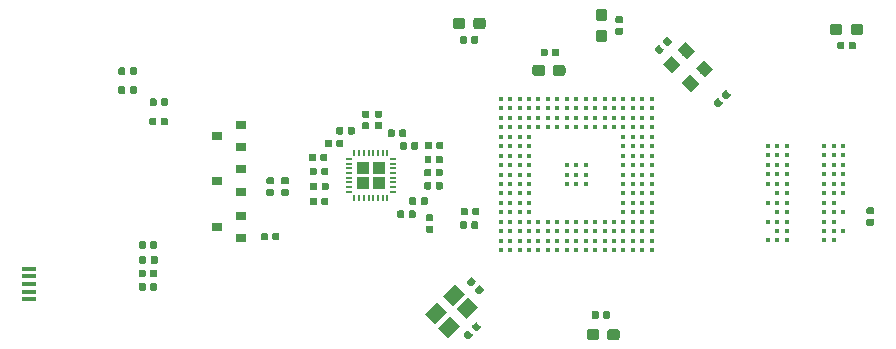
<source format=gtp>
G04 #@! TF.GenerationSoftware,KiCad,Pcbnew,5.0.0-fee4fd1~66~ubuntu18.04.1*
G04 #@! TF.CreationDate,2018-10-21T22:10:04-02:30*
G04 #@! TF.ProjectId,mpuBoard,6D7075426F6172642E6B696361645F70,rev?*
G04 #@! TF.SameCoordinates,Original*
G04 #@! TF.FileFunction,Paste,Top*
G04 #@! TF.FilePolarity,Positive*
%FSLAX46Y46*%
G04 Gerber Fmt 4.6, Leading zero omitted, Abs format (unit mm)*
G04 Created by KiCad (PCBNEW 5.0.0-fee4fd1~66~ubuntu18.04.1) date Sun Oct 21 22:10:04 2018*
%MOMM*%
%LPD*%
G01*
G04 APERTURE LIST*
%ADD10C,0.100000*%
%ADD11C,0.590000*%
%ADD12R,0.600000X0.200000*%
%ADD13R,0.200000X0.600000*%
%ADD14R,1.070000X1.070000*%
%ADD15C,0.400000*%
%ADD16R,0.400000X0.400000*%
%ADD17R,1.300000X0.450000*%
%ADD18R,0.900000X0.800000*%
%ADD19C,1.200000*%
%ADD20C,0.980000*%
%ADD21C,0.950000*%
G04 APERTURE END LIST*
D10*
G04 #@! TO.C,C34*
G36*
X84556958Y-88860710D02*
X84571276Y-88862834D01*
X84585317Y-88866351D01*
X84598946Y-88871228D01*
X84612031Y-88877417D01*
X84624447Y-88884858D01*
X84636073Y-88893481D01*
X84646798Y-88903202D01*
X84656519Y-88913927D01*
X84665142Y-88925553D01*
X84672583Y-88937969D01*
X84678772Y-88951054D01*
X84683649Y-88964683D01*
X84687166Y-88978724D01*
X84689290Y-88993042D01*
X84690000Y-89007500D01*
X84690000Y-89352500D01*
X84689290Y-89366958D01*
X84687166Y-89381276D01*
X84683649Y-89395317D01*
X84678772Y-89408946D01*
X84672583Y-89422031D01*
X84665142Y-89434447D01*
X84656519Y-89446073D01*
X84646798Y-89456798D01*
X84636073Y-89466519D01*
X84624447Y-89475142D01*
X84612031Y-89482583D01*
X84598946Y-89488772D01*
X84585317Y-89493649D01*
X84571276Y-89497166D01*
X84556958Y-89499290D01*
X84542500Y-89500000D01*
X84247500Y-89500000D01*
X84233042Y-89499290D01*
X84218724Y-89497166D01*
X84204683Y-89493649D01*
X84191054Y-89488772D01*
X84177969Y-89482583D01*
X84165553Y-89475142D01*
X84153927Y-89466519D01*
X84143202Y-89456798D01*
X84133481Y-89446073D01*
X84124858Y-89434447D01*
X84117417Y-89422031D01*
X84111228Y-89408946D01*
X84106351Y-89395317D01*
X84102834Y-89381276D01*
X84100710Y-89366958D01*
X84100000Y-89352500D01*
X84100000Y-89007500D01*
X84100710Y-88993042D01*
X84102834Y-88978724D01*
X84106351Y-88964683D01*
X84111228Y-88951054D01*
X84117417Y-88937969D01*
X84124858Y-88925553D01*
X84133481Y-88913927D01*
X84143202Y-88903202D01*
X84153927Y-88893481D01*
X84165553Y-88884858D01*
X84177969Y-88877417D01*
X84191054Y-88871228D01*
X84204683Y-88866351D01*
X84218724Y-88862834D01*
X84233042Y-88860710D01*
X84247500Y-88860000D01*
X84542500Y-88860000D01*
X84556958Y-88860710D01*
X84556958Y-88860710D01*
G37*
D11*
X84395000Y-89180000D03*
D10*
G36*
X83586958Y-88860710D02*
X83601276Y-88862834D01*
X83615317Y-88866351D01*
X83628946Y-88871228D01*
X83642031Y-88877417D01*
X83654447Y-88884858D01*
X83666073Y-88893481D01*
X83676798Y-88903202D01*
X83686519Y-88913927D01*
X83695142Y-88925553D01*
X83702583Y-88937969D01*
X83708772Y-88951054D01*
X83713649Y-88964683D01*
X83717166Y-88978724D01*
X83719290Y-88993042D01*
X83720000Y-89007500D01*
X83720000Y-89352500D01*
X83719290Y-89366958D01*
X83717166Y-89381276D01*
X83713649Y-89395317D01*
X83708772Y-89408946D01*
X83702583Y-89422031D01*
X83695142Y-89434447D01*
X83686519Y-89446073D01*
X83676798Y-89456798D01*
X83666073Y-89466519D01*
X83654447Y-89475142D01*
X83642031Y-89482583D01*
X83628946Y-89488772D01*
X83615317Y-89493649D01*
X83601276Y-89497166D01*
X83586958Y-89499290D01*
X83572500Y-89500000D01*
X83277500Y-89500000D01*
X83263042Y-89499290D01*
X83248724Y-89497166D01*
X83234683Y-89493649D01*
X83221054Y-89488772D01*
X83207969Y-89482583D01*
X83195553Y-89475142D01*
X83183927Y-89466519D01*
X83173202Y-89456798D01*
X83163481Y-89446073D01*
X83154858Y-89434447D01*
X83147417Y-89422031D01*
X83141228Y-89408946D01*
X83136351Y-89395317D01*
X83132834Y-89381276D01*
X83130710Y-89366958D01*
X83130000Y-89352500D01*
X83130000Y-89007500D01*
X83130710Y-88993042D01*
X83132834Y-88978724D01*
X83136351Y-88964683D01*
X83141228Y-88951054D01*
X83147417Y-88937969D01*
X83154858Y-88925553D01*
X83163481Y-88913927D01*
X83173202Y-88903202D01*
X83183927Y-88893481D01*
X83195553Y-88884858D01*
X83207969Y-88877417D01*
X83221054Y-88871228D01*
X83234683Y-88866351D01*
X83248724Y-88862834D01*
X83263042Y-88860710D01*
X83277500Y-88860000D01*
X83572500Y-88860000D01*
X83586958Y-88860710D01*
X83586958Y-88860710D01*
G37*
D11*
X83425000Y-89180000D03*
G04 #@! TD*
D10*
G04 #@! TO.C,F2*
G36*
X84556958Y-87260710D02*
X84571276Y-87262834D01*
X84585317Y-87266351D01*
X84598946Y-87271228D01*
X84612031Y-87277417D01*
X84624447Y-87284858D01*
X84636073Y-87293481D01*
X84646798Y-87303202D01*
X84656519Y-87313927D01*
X84665142Y-87325553D01*
X84672583Y-87337969D01*
X84678772Y-87351054D01*
X84683649Y-87364683D01*
X84687166Y-87378724D01*
X84689290Y-87393042D01*
X84690000Y-87407500D01*
X84690000Y-87752500D01*
X84689290Y-87766958D01*
X84687166Y-87781276D01*
X84683649Y-87795317D01*
X84678772Y-87808946D01*
X84672583Y-87822031D01*
X84665142Y-87834447D01*
X84656519Y-87846073D01*
X84646798Y-87856798D01*
X84636073Y-87866519D01*
X84624447Y-87875142D01*
X84612031Y-87882583D01*
X84598946Y-87888772D01*
X84585317Y-87893649D01*
X84571276Y-87897166D01*
X84556958Y-87899290D01*
X84542500Y-87900000D01*
X84247500Y-87900000D01*
X84233042Y-87899290D01*
X84218724Y-87897166D01*
X84204683Y-87893649D01*
X84191054Y-87888772D01*
X84177969Y-87882583D01*
X84165553Y-87875142D01*
X84153927Y-87866519D01*
X84143202Y-87856798D01*
X84133481Y-87846073D01*
X84124858Y-87834447D01*
X84117417Y-87822031D01*
X84111228Y-87808946D01*
X84106351Y-87795317D01*
X84102834Y-87781276D01*
X84100710Y-87766958D01*
X84100000Y-87752500D01*
X84100000Y-87407500D01*
X84100710Y-87393042D01*
X84102834Y-87378724D01*
X84106351Y-87364683D01*
X84111228Y-87351054D01*
X84117417Y-87337969D01*
X84124858Y-87325553D01*
X84133481Y-87313927D01*
X84143202Y-87303202D01*
X84153927Y-87293481D01*
X84165553Y-87284858D01*
X84177969Y-87277417D01*
X84191054Y-87271228D01*
X84204683Y-87266351D01*
X84218724Y-87262834D01*
X84233042Y-87260710D01*
X84247500Y-87260000D01*
X84542500Y-87260000D01*
X84556958Y-87260710D01*
X84556958Y-87260710D01*
G37*
D11*
X84395000Y-87580000D03*
D10*
G36*
X83586958Y-87260710D02*
X83601276Y-87262834D01*
X83615317Y-87266351D01*
X83628946Y-87271228D01*
X83642031Y-87277417D01*
X83654447Y-87284858D01*
X83666073Y-87293481D01*
X83676798Y-87303202D01*
X83686519Y-87313927D01*
X83695142Y-87325553D01*
X83702583Y-87337969D01*
X83708772Y-87351054D01*
X83713649Y-87364683D01*
X83717166Y-87378724D01*
X83719290Y-87393042D01*
X83720000Y-87407500D01*
X83720000Y-87752500D01*
X83719290Y-87766958D01*
X83717166Y-87781276D01*
X83713649Y-87795317D01*
X83708772Y-87808946D01*
X83702583Y-87822031D01*
X83695142Y-87834447D01*
X83686519Y-87846073D01*
X83676798Y-87856798D01*
X83666073Y-87866519D01*
X83654447Y-87875142D01*
X83642031Y-87882583D01*
X83628946Y-87888772D01*
X83615317Y-87893649D01*
X83601276Y-87897166D01*
X83586958Y-87899290D01*
X83572500Y-87900000D01*
X83277500Y-87900000D01*
X83263042Y-87899290D01*
X83248724Y-87897166D01*
X83234683Y-87893649D01*
X83221054Y-87888772D01*
X83207969Y-87882583D01*
X83195553Y-87875142D01*
X83183927Y-87866519D01*
X83173202Y-87856798D01*
X83163481Y-87846073D01*
X83154858Y-87834447D01*
X83147417Y-87822031D01*
X83141228Y-87808946D01*
X83136351Y-87795317D01*
X83132834Y-87781276D01*
X83130710Y-87766958D01*
X83130000Y-87752500D01*
X83130000Y-87407500D01*
X83130710Y-87393042D01*
X83132834Y-87378724D01*
X83136351Y-87364683D01*
X83141228Y-87351054D01*
X83147417Y-87337969D01*
X83154858Y-87325553D01*
X83163481Y-87313927D01*
X83173202Y-87303202D01*
X83183927Y-87293481D01*
X83195553Y-87284858D01*
X83207969Y-87277417D01*
X83221054Y-87271228D01*
X83234683Y-87266351D01*
X83248724Y-87262834D01*
X83263042Y-87260710D01*
X83277500Y-87260000D01*
X83572500Y-87260000D01*
X83586958Y-87260710D01*
X83586958Y-87260710D01*
G37*
D11*
X83425000Y-87580000D03*
G04 #@! TD*
D12*
G04 #@! TO.C,U2*
X102610000Y-95010000D03*
X102610000Y-95410000D03*
X102610000Y-95810000D03*
X102610000Y-96210000D03*
X102610000Y-96610000D03*
X102610000Y-97010000D03*
X102610000Y-97410000D03*
X102610000Y-97810000D03*
D13*
X103110000Y-98310000D03*
X103510000Y-98310000D03*
X103910000Y-98310000D03*
X104310000Y-98310000D03*
X104710000Y-98310000D03*
X105110000Y-98310000D03*
X105510000Y-98310000D03*
X105910000Y-98310000D03*
D12*
X106410000Y-97810000D03*
X106410000Y-97410000D03*
X106410000Y-97010000D03*
X106410000Y-96610000D03*
X106410000Y-96210000D03*
X106410000Y-95810000D03*
X106410000Y-95410000D03*
X106410000Y-95010000D03*
D13*
X105910000Y-94510000D03*
X105510000Y-94510000D03*
X105110000Y-94510000D03*
X104710000Y-94510000D03*
X104310000Y-94510000D03*
X103910000Y-94510000D03*
X103510000Y-94510000D03*
X103110000Y-94510000D03*
D14*
X103847500Y-97072500D03*
X105172500Y-97072500D03*
X105172500Y-95747500D03*
X103847500Y-95747500D03*
G04 #@! TD*
D10*
G04 #@! TO.C,L1*
G36*
X103001958Y-92310710D02*
X103016276Y-92312834D01*
X103030317Y-92316351D01*
X103043946Y-92321228D01*
X103057031Y-92327417D01*
X103069447Y-92334858D01*
X103081073Y-92343481D01*
X103091798Y-92353202D01*
X103101519Y-92363927D01*
X103110142Y-92375553D01*
X103117583Y-92387969D01*
X103123772Y-92401054D01*
X103128649Y-92414683D01*
X103132166Y-92428724D01*
X103134290Y-92443042D01*
X103135000Y-92457500D01*
X103135000Y-92802500D01*
X103134290Y-92816958D01*
X103132166Y-92831276D01*
X103128649Y-92845317D01*
X103123772Y-92858946D01*
X103117583Y-92872031D01*
X103110142Y-92884447D01*
X103101519Y-92896073D01*
X103091798Y-92906798D01*
X103081073Y-92916519D01*
X103069447Y-92925142D01*
X103057031Y-92932583D01*
X103043946Y-92938772D01*
X103030317Y-92943649D01*
X103016276Y-92947166D01*
X103001958Y-92949290D01*
X102987500Y-92950000D01*
X102692500Y-92950000D01*
X102678042Y-92949290D01*
X102663724Y-92947166D01*
X102649683Y-92943649D01*
X102636054Y-92938772D01*
X102622969Y-92932583D01*
X102610553Y-92925142D01*
X102598927Y-92916519D01*
X102588202Y-92906798D01*
X102578481Y-92896073D01*
X102569858Y-92884447D01*
X102562417Y-92872031D01*
X102556228Y-92858946D01*
X102551351Y-92845317D01*
X102547834Y-92831276D01*
X102545710Y-92816958D01*
X102545000Y-92802500D01*
X102545000Y-92457500D01*
X102545710Y-92443042D01*
X102547834Y-92428724D01*
X102551351Y-92414683D01*
X102556228Y-92401054D01*
X102562417Y-92387969D01*
X102569858Y-92375553D01*
X102578481Y-92363927D01*
X102588202Y-92353202D01*
X102598927Y-92343481D01*
X102610553Y-92334858D01*
X102622969Y-92327417D01*
X102636054Y-92321228D01*
X102649683Y-92316351D01*
X102663724Y-92312834D01*
X102678042Y-92310710D01*
X102692500Y-92310000D01*
X102987500Y-92310000D01*
X103001958Y-92310710D01*
X103001958Y-92310710D01*
G37*
D11*
X102840000Y-92630000D03*
D10*
G36*
X102031958Y-92310710D02*
X102046276Y-92312834D01*
X102060317Y-92316351D01*
X102073946Y-92321228D01*
X102087031Y-92327417D01*
X102099447Y-92334858D01*
X102111073Y-92343481D01*
X102121798Y-92353202D01*
X102131519Y-92363927D01*
X102140142Y-92375553D01*
X102147583Y-92387969D01*
X102153772Y-92401054D01*
X102158649Y-92414683D01*
X102162166Y-92428724D01*
X102164290Y-92443042D01*
X102165000Y-92457500D01*
X102165000Y-92802500D01*
X102164290Y-92816958D01*
X102162166Y-92831276D01*
X102158649Y-92845317D01*
X102153772Y-92858946D01*
X102147583Y-92872031D01*
X102140142Y-92884447D01*
X102131519Y-92896073D01*
X102121798Y-92906798D01*
X102111073Y-92916519D01*
X102099447Y-92925142D01*
X102087031Y-92932583D01*
X102073946Y-92938772D01*
X102060317Y-92943649D01*
X102046276Y-92947166D01*
X102031958Y-92949290D01*
X102017500Y-92950000D01*
X101722500Y-92950000D01*
X101708042Y-92949290D01*
X101693724Y-92947166D01*
X101679683Y-92943649D01*
X101666054Y-92938772D01*
X101652969Y-92932583D01*
X101640553Y-92925142D01*
X101628927Y-92916519D01*
X101618202Y-92906798D01*
X101608481Y-92896073D01*
X101599858Y-92884447D01*
X101592417Y-92872031D01*
X101586228Y-92858946D01*
X101581351Y-92845317D01*
X101577834Y-92831276D01*
X101575710Y-92816958D01*
X101575000Y-92802500D01*
X101575000Y-92457500D01*
X101575710Y-92443042D01*
X101577834Y-92428724D01*
X101581351Y-92414683D01*
X101586228Y-92401054D01*
X101592417Y-92387969D01*
X101599858Y-92375553D01*
X101608481Y-92363927D01*
X101618202Y-92353202D01*
X101628927Y-92343481D01*
X101640553Y-92334858D01*
X101652969Y-92327417D01*
X101666054Y-92321228D01*
X101679683Y-92316351D01*
X101693724Y-92312834D01*
X101708042Y-92310710D01*
X101722500Y-92310000D01*
X102017500Y-92310000D01*
X102031958Y-92310710D01*
X102031958Y-92310710D01*
G37*
D11*
X101870000Y-92630000D03*
G04 #@! TD*
D15*
G04 #@! TO.C,U1*
X121889001Y-96341001D03*
X121889001Y-97141001D03*
X122689001Y-97141001D03*
X122689001Y-96341001D03*
X122689001Y-95541001D03*
X121889001Y-95541001D03*
X121089001Y-95541001D03*
X121089001Y-96341001D03*
X121089001Y-97141001D03*
X121889001Y-89941001D03*
X121889001Y-90741001D03*
X121889001Y-91541001D03*
X121889001Y-92341001D03*
X128289001Y-89941001D03*
X127489001Y-90741001D03*
X126689001Y-91541001D03*
X125889001Y-92341001D03*
X125089001Y-92341001D03*
X124289001Y-92341001D03*
X123489001Y-92341001D03*
X122689001Y-92341001D03*
X125889001Y-93141001D03*
X125889001Y-93941001D03*
X125889001Y-94741001D03*
X125889001Y-95541001D03*
X125889001Y-96341001D03*
X125889001Y-97141001D03*
X125889001Y-97941001D03*
X125889001Y-98741001D03*
X122689001Y-100341001D03*
X122689001Y-101141001D03*
X122689001Y-101941001D03*
X122689001Y-102741001D03*
X121889001Y-102741001D03*
X121889001Y-101941001D03*
X121889001Y-101141001D03*
X121889001Y-100341001D03*
X123489001Y-100341001D03*
X123489001Y-101141001D03*
X123489001Y-101941001D03*
X123489001Y-102741001D03*
X124289001Y-102741001D03*
X124289001Y-101941001D03*
X124289001Y-101141001D03*
X124289001Y-100341001D03*
X125089001Y-100341001D03*
X125089001Y-101141001D03*
X125089001Y-101941001D03*
X125089001Y-102741001D03*
X125889001Y-102741001D03*
X125889001Y-101941001D03*
X125889001Y-101141001D03*
X125889001Y-100341001D03*
X125889001Y-99541001D03*
X126689001Y-101141001D03*
X127489001Y-101941001D03*
X128289001Y-102741001D03*
X127489001Y-102741001D03*
X126689001Y-102741001D03*
X126689001Y-101941001D03*
X128289001Y-101941001D03*
X128289001Y-101141001D03*
X127489001Y-101141001D03*
X127489001Y-100341001D03*
X128289001Y-100341001D03*
X128289001Y-99541001D03*
X127489001Y-99541001D03*
X126689001Y-100341001D03*
X126689001Y-99541001D03*
X126689001Y-98741001D03*
X127489001Y-98741001D03*
X128289001Y-98741001D03*
X128289001Y-97941001D03*
X127489001Y-97941001D03*
X126689001Y-97941001D03*
X126689001Y-97141001D03*
X127489001Y-97141001D03*
X128289001Y-97141001D03*
X128289001Y-96341001D03*
X127489001Y-96341001D03*
X126689001Y-96341001D03*
X126689001Y-95541001D03*
X127489001Y-95541001D03*
X128289001Y-95541001D03*
X128289001Y-94741001D03*
X127489001Y-94741001D03*
X126689001Y-94741001D03*
X126689001Y-93941001D03*
X127489001Y-93941001D03*
X128289001Y-93941001D03*
X128289001Y-93141001D03*
X127489001Y-93141001D03*
X126689001Y-93141001D03*
X126689001Y-92341001D03*
X127489001Y-92341001D03*
X128289001Y-92341001D03*
X128289001Y-91541001D03*
X127489001Y-91541001D03*
X128289001Y-90741001D03*
X127489001Y-89941001D03*
X126689001Y-89941001D03*
X126689001Y-90741001D03*
X125889001Y-90741001D03*
X125889001Y-89941001D03*
X125889001Y-91541001D03*
X125089001Y-91541001D03*
X125089001Y-90741001D03*
X125089001Y-89941001D03*
X124289001Y-89941001D03*
X124289001Y-90741001D03*
X124289001Y-91541001D03*
X123489001Y-91541001D03*
X122689001Y-91541001D03*
X122689001Y-90741001D03*
X123489001Y-90741001D03*
X123489001Y-89941001D03*
X122689001Y-89941001D03*
X117889001Y-97141001D03*
X117889001Y-97941001D03*
X117889001Y-98741001D03*
X117889001Y-99541001D03*
X117889001Y-100341001D03*
X118689001Y-100341001D03*
X119489001Y-100341001D03*
X120289001Y-100341001D03*
X121089001Y-100341001D03*
X121089001Y-101141001D03*
X121089001Y-101941001D03*
X121089001Y-102741001D03*
X120289001Y-102741001D03*
X119489001Y-102741001D03*
X118689001Y-102741001D03*
X117889001Y-102741001D03*
X117889001Y-101941001D03*
X117889001Y-101141001D03*
X117089001Y-101141001D03*
X116289001Y-101941001D03*
X115489001Y-102741001D03*
X116289001Y-102741001D03*
X117089001Y-102741001D03*
X117089001Y-101941001D03*
X118689001Y-101941001D03*
X118689001Y-101141001D03*
X119489001Y-101141001D03*
X119489001Y-101941001D03*
X120289001Y-101941001D03*
X120289001Y-101141001D03*
X117089001Y-100341001D03*
X116289001Y-101141001D03*
X115489001Y-101941001D03*
X115489001Y-101141001D03*
X115489001Y-100341001D03*
X115489001Y-99541001D03*
X115489001Y-98741001D03*
X115489001Y-97941001D03*
X115489001Y-97141001D03*
X115489001Y-96341001D03*
X115489001Y-95541001D03*
X115489001Y-94741001D03*
X115489001Y-93941001D03*
X115489001Y-93141001D03*
X115489001Y-92341001D03*
X115489001Y-91541001D03*
X115489001Y-90741001D03*
X115489001Y-89941001D03*
X116289001Y-89941001D03*
X117089001Y-89941001D03*
X117889001Y-89941001D03*
X118689001Y-89941001D03*
X119489001Y-89941001D03*
X120289001Y-89941001D03*
X121089001Y-89941001D03*
X121089001Y-90741001D03*
X121089001Y-91541001D03*
X121089001Y-92341001D03*
X120289001Y-92341001D03*
X120289001Y-91541001D03*
X120289001Y-90741001D03*
X119489001Y-90741001D03*
X119489001Y-91541001D03*
X119489001Y-92341001D03*
X118689001Y-92341001D03*
X118689001Y-91541001D03*
X118689001Y-90741001D03*
X117889001Y-90741001D03*
X117889001Y-91541001D03*
X117889001Y-92341001D03*
X117089001Y-92341001D03*
X117089001Y-91541001D03*
X117089001Y-90741001D03*
X116289001Y-90741001D03*
X116289001Y-91541001D03*
X116289001Y-92341001D03*
X116289001Y-93141001D03*
X116289001Y-93941001D03*
X116289001Y-94741001D03*
X116289001Y-95541001D03*
X116289001Y-96341001D03*
X116289001Y-97141001D03*
X116289001Y-97941001D03*
X116289001Y-98741001D03*
X116289001Y-99541001D03*
X116289001Y-100341001D03*
X117089001Y-99541001D03*
X117089001Y-98741001D03*
X117089001Y-97941001D03*
X117089001Y-97141001D03*
X117089001Y-96341001D03*
X117089001Y-95541001D03*
X117089001Y-94741001D03*
X117089001Y-93941001D03*
X117089001Y-93141001D03*
X117889001Y-93141001D03*
X117889001Y-93941001D03*
X117889001Y-94741001D03*
X117889001Y-95541001D03*
X117889001Y-96341001D03*
D16*
X128289001Y-89941001D03*
X128289001Y-90741001D03*
X128289001Y-91541001D03*
X128289001Y-92341001D03*
X128289001Y-93141001D03*
X128289001Y-93941001D03*
X128289001Y-94741001D03*
X128289001Y-95541001D03*
X128289001Y-96341001D03*
X128289001Y-97141001D03*
X128289001Y-97941001D03*
X128289001Y-98741001D03*
X128289001Y-99541001D03*
X128289001Y-100341001D03*
X128289001Y-101141001D03*
X128289001Y-101941001D03*
X128289001Y-102741001D03*
X127489001Y-89941001D03*
X127489001Y-90741001D03*
X127489001Y-91541001D03*
X127489001Y-92341001D03*
X127489001Y-93141001D03*
X127489001Y-93941001D03*
X127489001Y-94741001D03*
X127489001Y-95541001D03*
X127489001Y-96341001D03*
X127489001Y-97141001D03*
X127489001Y-97941001D03*
X127489001Y-98741001D03*
X127489001Y-99541001D03*
X127489001Y-100341001D03*
X127489001Y-101141001D03*
X127489001Y-101941001D03*
X127489001Y-102741001D03*
X126689001Y-89941001D03*
X126689001Y-90741001D03*
X126689001Y-91541001D03*
X126689001Y-92341001D03*
X126689001Y-93141001D03*
X126689001Y-93941001D03*
X126689001Y-94741001D03*
X126689001Y-95541001D03*
X126689001Y-96341001D03*
X126689001Y-97141001D03*
X126689001Y-97941001D03*
X126689001Y-98741001D03*
X126689001Y-99541001D03*
X126689001Y-100341001D03*
X126689001Y-101141001D03*
X126689001Y-101941001D03*
X126689001Y-102741001D03*
X125889001Y-89941001D03*
X125889001Y-90741001D03*
X125889001Y-91541001D03*
X125889001Y-92341001D03*
X125889001Y-93141001D03*
X125889001Y-93941001D03*
X125889001Y-94741001D03*
X125889001Y-95541001D03*
X125889001Y-96341001D03*
X125889001Y-97141001D03*
X125889001Y-97941001D03*
X125889001Y-98741001D03*
X125889001Y-99541001D03*
X125889001Y-100341001D03*
X125889001Y-101141001D03*
X125889001Y-101941001D03*
X125889001Y-102741001D03*
X125089001Y-89941001D03*
X125089001Y-90741001D03*
X125089001Y-91541001D03*
X125089001Y-92341001D03*
X125089001Y-100341001D03*
X125089001Y-101141001D03*
X125089001Y-101941001D03*
X125089001Y-102741001D03*
X124289001Y-89941001D03*
X124289001Y-90741001D03*
X124289001Y-91541001D03*
X124289001Y-92341001D03*
X124289001Y-100341001D03*
X124289001Y-101141001D03*
X124289001Y-101941001D03*
X124289001Y-102741001D03*
X123489001Y-89941001D03*
X123489001Y-90741001D03*
X123489001Y-91541001D03*
X123489001Y-92341001D03*
X123489001Y-100341001D03*
X123489001Y-101141001D03*
X123489001Y-101941001D03*
X123489001Y-102741001D03*
X122689001Y-89941001D03*
X122689001Y-90741001D03*
X122689001Y-91541001D03*
X122689001Y-92341001D03*
X122689001Y-95541001D03*
X122689001Y-96341001D03*
X122689001Y-97141001D03*
X122689001Y-100341001D03*
X122689001Y-101141001D03*
X122689001Y-101941001D03*
X122689001Y-102741001D03*
X121889001Y-89941001D03*
X121889001Y-90741001D03*
X121889001Y-91541001D03*
X121889001Y-92341001D03*
X121889001Y-95541001D03*
X121889001Y-96341001D03*
X121889001Y-97141001D03*
X121889001Y-100341001D03*
X121889001Y-101141001D03*
X121889001Y-101941001D03*
X121889001Y-102741001D03*
X121089001Y-89941001D03*
X121089001Y-90741001D03*
X121089001Y-91541001D03*
X121089001Y-92341001D03*
X121089001Y-95541001D03*
X121089001Y-96341001D03*
X121089001Y-97141001D03*
X121089001Y-100341001D03*
X121089001Y-101141001D03*
X121089001Y-101941001D03*
X121089001Y-102741001D03*
X120289001Y-89941001D03*
X120289001Y-90741001D03*
X120289001Y-91541001D03*
X120289001Y-92341001D03*
X120289001Y-100341001D03*
X120289001Y-101141001D03*
X120289001Y-101941001D03*
X120289001Y-102741001D03*
X119489001Y-89941001D03*
X119489001Y-90741001D03*
X119489001Y-91541001D03*
X119489001Y-92341001D03*
X119489001Y-100341001D03*
X119489001Y-101141001D03*
X119489001Y-101941001D03*
X119489001Y-102741001D03*
X118689001Y-89941001D03*
X118689001Y-90741001D03*
X118689001Y-91541001D03*
X118689001Y-92341001D03*
X118689001Y-100341001D03*
X118689001Y-101141001D03*
X118689001Y-101941001D03*
X118689001Y-102741001D03*
X117889001Y-89941001D03*
X117889001Y-90741001D03*
X117889001Y-91541001D03*
X117889001Y-92341001D03*
X117889001Y-93141001D03*
X117889001Y-93941001D03*
X117889001Y-94741001D03*
X117889001Y-95541001D03*
X117889001Y-96341001D03*
X117889001Y-97141001D03*
X117889001Y-97941001D03*
X117889001Y-98741001D03*
X117889001Y-99541001D03*
X117889001Y-100341001D03*
X117889001Y-101141001D03*
X117889001Y-101941001D03*
X117889001Y-102741001D03*
X117089001Y-89941001D03*
X117089001Y-90741001D03*
X117089001Y-91541001D03*
X117089001Y-92341001D03*
X117089001Y-93141001D03*
X117089001Y-93941001D03*
X117089001Y-94741001D03*
X117089001Y-95541001D03*
X117089001Y-96341001D03*
X117089001Y-97141001D03*
X117089001Y-97941001D03*
X117089001Y-98741001D03*
X117089001Y-99541001D03*
X117089001Y-100341001D03*
X117089001Y-101141001D03*
X117089001Y-101941001D03*
X117089001Y-102741001D03*
X116289001Y-89941001D03*
X116289001Y-90741001D03*
X116289001Y-91541001D03*
X116289001Y-92341001D03*
X116289001Y-93141001D03*
X116289001Y-93941001D03*
X116289001Y-94741001D03*
X116289001Y-95541001D03*
X116289001Y-96341001D03*
X116289001Y-97141001D03*
X116289001Y-97941001D03*
X116289001Y-98741001D03*
X116289001Y-99541001D03*
X116289001Y-100341001D03*
X116289001Y-101141001D03*
X116289001Y-101941001D03*
X116289001Y-102741001D03*
X115489001Y-89941001D03*
X115489001Y-90741001D03*
X115489001Y-91541001D03*
X115489001Y-92341001D03*
X115489001Y-93141001D03*
X115489001Y-93941001D03*
X115489001Y-94741001D03*
X115489001Y-95541001D03*
X115489001Y-96341001D03*
X115489001Y-97141001D03*
X115489001Y-97941001D03*
X115489001Y-98741001D03*
X115489001Y-99541001D03*
X115489001Y-100341001D03*
X115489001Y-101141001D03*
X115489001Y-101941001D03*
X115489001Y-102741001D03*
G04 #@! TD*
D10*
G04 #@! TO.C,C1*
G36*
X99821958Y-97020710D02*
X99836276Y-97022834D01*
X99850317Y-97026351D01*
X99863946Y-97031228D01*
X99877031Y-97037417D01*
X99889447Y-97044858D01*
X99901073Y-97053481D01*
X99911798Y-97063202D01*
X99921519Y-97073927D01*
X99930142Y-97085553D01*
X99937583Y-97097969D01*
X99943772Y-97111054D01*
X99948649Y-97124683D01*
X99952166Y-97138724D01*
X99954290Y-97153042D01*
X99955000Y-97167500D01*
X99955000Y-97512500D01*
X99954290Y-97526958D01*
X99952166Y-97541276D01*
X99948649Y-97555317D01*
X99943772Y-97568946D01*
X99937583Y-97582031D01*
X99930142Y-97594447D01*
X99921519Y-97606073D01*
X99911798Y-97616798D01*
X99901073Y-97626519D01*
X99889447Y-97635142D01*
X99877031Y-97642583D01*
X99863946Y-97648772D01*
X99850317Y-97653649D01*
X99836276Y-97657166D01*
X99821958Y-97659290D01*
X99807500Y-97660000D01*
X99512500Y-97660000D01*
X99498042Y-97659290D01*
X99483724Y-97657166D01*
X99469683Y-97653649D01*
X99456054Y-97648772D01*
X99442969Y-97642583D01*
X99430553Y-97635142D01*
X99418927Y-97626519D01*
X99408202Y-97616798D01*
X99398481Y-97606073D01*
X99389858Y-97594447D01*
X99382417Y-97582031D01*
X99376228Y-97568946D01*
X99371351Y-97555317D01*
X99367834Y-97541276D01*
X99365710Y-97526958D01*
X99365000Y-97512500D01*
X99365000Y-97167500D01*
X99365710Y-97153042D01*
X99367834Y-97138724D01*
X99371351Y-97124683D01*
X99376228Y-97111054D01*
X99382417Y-97097969D01*
X99389858Y-97085553D01*
X99398481Y-97073927D01*
X99408202Y-97063202D01*
X99418927Y-97053481D01*
X99430553Y-97044858D01*
X99442969Y-97037417D01*
X99456054Y-97031228D01*
X99469683Y-97026351D01*
X99483724Y-97022834D01*
X99498042Y-97020710D01*
X99512500Y-97020000D01*
X99807500Y-97020000D01*
X99821958Y-97020710D01*
X99821958Y-97020710D01*
G37*
D11*
X99660000Y-97340000D03*
D10*
G36*
X100791958Y-97020710D02*
X100806276Y-97022834D01*
X100820317Y-97026351D01*
X100833946Y-97031228D01*
X100847031Y-97037417D01*
X100859447Y-97044858D01*
X100871073Y-97053481D01*
X100881798Y-97063202D01*
X100891519Y-97073927D01*
X100900142Y-97085553D01*
X100907583Y-97097969D01*
X100913772Y-97111054D01*
X100918649Y-97124683D01*
X100922166Y-97138724D01*
X100924290Y-97153042D01*
X100925000Y-97167500D01*
X100925000Y-97512500D01*
X100924290Y-97526958D01*
X100922166Y-97541276D01*
X100918649Y-97555317D01*
X100913772Y-97568946D01*
X100907583Y-97582031D01*
X100900142Y-97594447D01*
X100891519Y-97606073D01*
X100881798Y-97616798D01*
X100871073Y-97626519D01*
X100859447Y-97635142D01*
X100847031Y-97642583D01*
X100833946Y-97648772D01*
X100820317Y-97653649D01*
X100806276Y-97657166D01*
X100791958Y-97659290D01*
X100777500Y-97660000D01*
X100482500Y-97660000D01*
X100468042Y-97659290D01*
X100453724Y-97657166D01*
X100439683Y-97653649D01*
X100426054Y-97648772D01*
X100412969Y-97642583D01*
X100400553Y-97635142D01*
X100388927Y-97626519D01*
X100378202Y-97616798D01*
X100368481Y-97606073D01*
X100359858Y-97594447D01*
X100352417Y-97582031D01*
X100346228Y-97568946D01*
X100341351Y-97555317D01*
X100337834Y-97541276D01*
X100335710Y-97526958D01*
X100335000Y-97512500D01*
X100335000Y-97167500D01*
X100335710Y-97153042D01*
X100337834Y-97138724D01*
X100341351Y-97124683D01*
X100346228Y-97111054D01*
X100352417Y-97097969D01*
X100359858Y-97085553D01*
X100368481Y-97073927D01*
X100378202Y-97063202D01*
X100388927Y-97053481D01*
X100400553Y-97044858D01*
X100412969Y-97037417D01*
X100426054Y-97031228D01*
X100439683Y-97026351D01*
X100453724Y-97022834D01*
X100468042Y-97020710D01*
X100482500Y-97020000D01*
X100777500Y-97020000D01*
X100791958Y-97020710D01*
X100791958Y-97020710D01*
G37*
D11*
X100630000Y-97340000D03*
G04 #@! TD*
D10*
G04 #@! TO.C,C2*
G36*
X100776958Y-98290710D02*
X100791276Y-98292834D01*
X100805317Y-98296351D01*
X100818946Y-98301228D01*
X100832031Y-98307417D01*
X100844447Y-98314858D01*
X100856073Y-98323481D01*
X100866798Y-98333202D01*
X100876519Y-98343927D01*
X100885142Y-98355553D01*
X100892583Y-98367969D01*
X100898772Y-98381054D01*
X100903649Y-98394683D01*
X100907166Y-98408724D01*
X100909290Y-98423042D01*
X100910000Y-98437500D01*
X100910000Y-98782500D01*
X100909290Y-98796958D01*
X100907166Y-98811276D01*
X100903649Y-98825317D01*
X100898772Y-98838946D01*
X100892583Y-98852031D01*
X100885142Y-98864447D01*
X100876519Y-98876073D01*
X100866798Y-98886798D01*
X100856073Y-98896519D01*
X100844447Y-98905142D01*
X100832031Y-98912583D01*
X100818946Y-98918772D01*
X100805317Y-98923649D01*
X100791276Y-98927166D01*
X100776958Y-98929290D01*
X100762500Y-98930000D01*
X100467500Y-98930000D01*
X100453042Y-98929290D01*
X100438724Y-98927166D01*
X100424683Y-98923649D01*
X100411054Y-98918772D01*
X100397969Y-98912583D01*
X100385553Y-98905142D01*
X100373927Y-98896519D01*
X100363202Y-98886798D01*
X100353481Y-98876073D01*
X100344858Y-98864447D01*
X100337417Y-98852031D01*
X100331228Y-98838946D01*
X100326351Y-98825317D01*
X100322834Y-98811276D01*
X100320710Y-98796958D01*
X100320000Y-98782500D01*
X100320000Y-98437500D01*
X100320710Y-98423042D01*
X100322834Y-98408724D01*
X100326351Y-98394683D01*
X100331228Y-98381054D01*
X100337417Y-98367969D01*
X100344858Y-98355553D01*
X100353481Y-98343927D01*
X100363202Y-98333202D01*
X100373927Y-98323481D01*
X100385553Y-98314858D01*
X100397969Y-98307417D01*
X100411054Y-98301228D01*
X100424683Y-98296351D01*
X100438724Y-98292834D01*
X100453042Y-98290710D01*
X100467500Y-98290000D01*
X100762500Y-98290000D01*
X100776958Y-98290710D01*
X100776958Y-98290710D01*
G37*
D11*
X100615000Y-98610000D03*
D10*
G36*
X99806958Y-98290710D02*
X99821276Y-98292834D01*
X99835317Y-98296351D01*
X99848946Y-98301228D01*
X99862031Y-98307417D01*
X99874447Y-98314858D01*
X99886073Y-98323481D01*
X99896798Y-98333202D01*
X99906519Y-98343927D01*
X99915142Y-98355553D01*
X99922583Y-98367969D01*
X99928772Y-98381054D01*
X99933649Y-98394683D01*
X99937166Y-98408724D01*
X99939290Y-98423042D01*
X99940000Y-98437500D01*
X99940000Y-98782500D01*
X99939290Y-98796958D01*
X99937166Y-98811276D01*
X99933649Y-98825317D01*
X99928772Y-98838946D01*
X99922583Y-98852031D01*
X99915142Y-98864447D01*
X99906519Y-98876073D01*
X99896798Y-98886798D01*
X99886073Y-98896519D01*
X99874447Y-98905142D01*
X99862031Y-98912583D01*
X99848946Y-98918772D01*
X99835317Y-98923649D01*
X99821276Y-98927166D01*
X99806958Y-98929290D01*
X99792500Y-98930000D01*
X99497500Y-98930000D01*
X99483042Y-98929290D01*
X99468724Y-98927166D01*
X99454683Y-98923649D01*
X99441054Y-98918772D01*
X99427969Y-98912583D01*
X99415553Y-98905142D01*
X99403927Y-98896519D01*
X99393202Y-98886798D01*
X99383481Y-98876073D01*
X99374858Y-98864447D01*
X99367417Y-98852031D01*
X99361228Y-98838946D01*
X99356351Y-98825317D01*
X99352834Y-98811276D01*
X99350710Y-98796958D01*
X99350000Y-98782500D01*
X99350000Y-98437500D01*
X99350710Y-98423042D01*
X99352834Y-98408724D01*
X99356351Y-98394683D01*
X99361228Y-98381054D01*
X99367417Y-98367969D01*
X99374858Y-98355553D01*
X99383481Y-98343927D01*
X99393202Y-98333202D01*
X99403927Y-98323481D01*
X99415553Y-98314858D01*
X99427969Y-98307417D01*
X99441054Y-98301228D01*
X99454683Y-98296351D01*
X99468724Y-98292834D01*
X99483042Y-98290710D01*
X99497500Y-98290000D01*
X99792500Y-98290000D01*
X99806958Y-98290710D01*
X99806958Y-98290710D01*
G37*
D11*
X99645000Y-98610000D03*
G04 #@! TD*
D10*
G04 #@! TO.C,C3*
G36*
X104236958Y-91910710D02*
X104251276Y-91912834D01*
X104265317Y-91916351D01*
X104278946Y-91921228D01*
X104292031Y-91927417D01*
X104304447Y-91934858D01*
X104316073Y-91943481D01*
X104326798Y-91953202D01*
X104336519Y-91963927D01*
X104345142Y-91975553D01*
X104352583Y-91987969D01*
X104358772Y-92001054D01*
X104363649Y-92014683D01*
X104367166Y-92028724D01*
X104369290Y-92043042D01*
X104370000Y-92057500D01*
X104370000Y-92352500D01*
X104369290Y-92366958D01*
X104367166Y-92381276D01*
X104363649Y-92395317D01*
X104358772Y-92408946D01*
X104352583Y-92422031D01*
X104345142Y-92434447D01*
X104336519Y-92446073D01*
X104326798Y-92456798D01*
X104316073Y-92466519D01*
X104304447Y-92475142D01*
X104292031Y-92482583D01*
X104278946Y-92488772D01*
X104265317Y-92493649D01*
X104251276Y-92497166D01*
X104236958Y-92499290D01*
X104222500Y-92500000D01*
X103877500Y-92500000D01*
X103863042Y-92499290D01*
X103848724Y-92497166D01*
X103834683Y-92493649D01*
X103821054Y-92488772D01*
X103807969Y-92482583D01*
X103795553Y-92475142D01*
X103783927Y-92466519D01*
X103773202Y-92456798D01*
X103763481Y-92446073D01*
X103754858Y-92434447D01*
X103747417Y-92422031D01*
X103741228Y-92408946D01*
X103736351Y-92395317D01*
X103732834Y-92381276D01*
X103730710Y-92366958D01*
X103730000Y-92352500D01*
X103730000Y-92057500D01*
X103730710Y-92043042D01*
X103732834Y-92028724D01*
X103736351Y-92014683D01*
X103741228Y-92001054D01*
X103747417Y-91987969D01*
X103754858Y-91975553D01*
X103763481Y-91963927D01*
X103773202Y-91953202D01*
X103783927Y-91943481D01*
X103795553Y-91934858D01*
X103807969Y-91927417D01*
X103821054Y-91921228D01*
X103834683Y-91916351D01*
X103848724Y-91912834D01*
X103863042Y-91910710D01*
X103877500Y-91910000D01*
X104222500Y-91910000D01*
X104236958Y-91910710D01*
X104236958Y-91910710D01*
G37*
D11*
X104050000Y-92205000D03*
D10*
G36*
X104236958Y-90940710D02*
X104251276Y-90942834D01*
X104265317Y-90946351D01*
X104278946Y-90951228D01*
X104292031Y-90957417D01*
X104304447Y-90964858D01*
X104316073Y-90973481D01*
X104326798Y-90983202D01*
X104336519Y-90993927D01*
X104345142Y-91005553D01*
X104352583Y-91017969D01*
X104358772Y-91031054D01*
X104363649Y-91044683D01*
X104367166Y-91058724D01*
X104369290Y-91073042D01*
X104370000Y-91087500D01*
X104370000Y-91382500D01*
X104369290Y-91396958D01*
X104367166Y-91411276D01*
X104363649Y-91425317D01*
X104358772Y-91438946D01*
X104352583Y-91452031D01*
X104345142Y-91464447D01*
X104336519Y-91476073D01*
X104326798Y-91486798D01*
X104316073Y-91496519D01*
X104304447Y-91505142D01*
X104292031Y-91512583D01*
X104278946Y-91518772D01*
X104265317Y-91523649D01*
X104251276Y-91527166D01*
X104236958Y-91529290D01*
X104222500Y-91530000D01*
X103877500Y-91530000D01*
X103863042Y-91529290D01*
X103848724Y-91527166D01*
X103834683Y-91523649D01*
X103821054Y-91518772D01*
X103807969Y-91512583D01*
X103795553Y-91505142D01*
X103783927Y-91496519D01*
X103773202Y-91486798D01*
X103763481Y-91476073D01*
X103754858Y-91464447D01*
X103747417Y-91452031D01*
X103741228Y-91438946D01*
X103736351Y-91425317D01*
X103732834Y-91411276D01*
X103730710Y-91396958D01*
X103730000Y-91382500D01*
X103730000Y-91087500D01*
X103730710Y-91073042D01*
X103732834Y-91058724D01*
X103736351Y-91044683D01*
X103741228Y-91031054D01*
X103747417Y-91017969D01*
X103754858Y-91005553D01*
X103763481Y-90993927D01*
X103773202Y-90983202D01*
X103783927Y-90973481D01*
X103795553Y-90964858D01*
X103807969Y-90957417D01*
X103821054Y-90951228D01*
X103834683Y-90946351D01*
X103848724Y-90942834D01*
X103863042Y-90940710D01*
X103877500Y-90940000D01*
X104222500Y-90940000D01*
X104236958Y-90940710D01*
X104236958Y-90940710D01*
G37*
D11*
X104050000Y-91235000D03*
G04 #@! TD*
D10*
G04 #@! TO.C,C4*
G36*
X105336958Y-90935710D02*
X105351276Y-90937834D01*
X105365317Y-90941351D01*
X105378946Y-90946228D01*
X105392031Y-90952417D01*
X105404447Y-90959858D01*
X105416073Y-90968481D01*
X105426798Y-90978202D01*
X105436519Y-90988927D01*
X105445142Y-91000553D01*
X105452583Y-91012969D01*
X105458772Y-91026054D01*
X105463649Y-91039683D01*
X105467166Y-91053724D01*
X105469290Y-91068042D01*
X105470000Y-91082500D01*
X105470000Y-91377500D01*
X105469290Y-91391958D01*
X105467166Y-91406276D01*
X105463649Y-91420317D01*
X105458772Y-91433946D01*
X105452583Y-91447031D01*
X105445142Y-91459447D01*
X105436519Y-91471073D01*
X105426798Y-91481798D01*
X105416073Y-91491519D01*
X105404447Y-91500142D01*
X105392031Y-91507583D01*
X105378946Y-91513772D01*
X105365317Y-91518649D01*
X105351276Y-91522166D01*
X105336958Y-91524290D01*
X105322500Y-91525000D01*
X104977500Y-91525000D01*
X104963042Y-91524290D01*
X104948724Y-91522166D01*
X104934683Y-91518649D01*
X104921054Y-91513772D01*
X104907969Y-91507583D01*
X104895553Y-91500142D01*
X104883927Y-91491519D01*
X104873202Y-91481798D01*
X104863481Y-91471073D01*
X104854858Y-91459447D01*
X104847417Y-91447031D01*
X104841228Y-91433946D01*
X104836351Y-91420317D01*
X104832834Y-91406276D01*
X104830710Y-91391958D01*
X104830000Y-91377500D01*
X104830000Y-91082500D01*
X104830710Y-91068042D01*
X104832834Y-91053724D01*
X104836351Y-91039683D01*
X104841228Y-91026054D01*
X104847417Y-91012969D01*
X104854858Y-91000553D01*
X104863481Y-90988927D01*
X104873202Y-90978202D01*
X104883927Y-90968481D01*
X104895553Y-90959858D01*
X104907969Y-90952417D01*
X104921054Y-90946228D01*
X104934683Y-90941351D01*
X104948724Y-90937834D01*
X104963042Y-90935710D01*
X104977500Y-90935000D01*
X105322500Y-90935000D01*
X105336958Y-90935710D01*
X105336958Y-90935710D01*
G37*
D11*
X105150000Y-91230000D03*
D10*
G36*
X105336958Y-91905710D02*
X105351276Y-91907834D01*
X105365317Y-91911351D01*
X105378946Y-91916228D01*
X105392031Y-91922417D01*
X105404447Y-91929858D01*
X105416073Y-91938481D01*
X105426798Y-91948202D01*
X105436519Y-91958927D01*
X105445142Y-91970553D01*
X105452583Y-91982969D01*
X105458772Y-91996054D01*
X105463649Y-92009683D01*
X105467166Y-92023724D01*
X105469290Y-92038042D01*
X105470000Y-92052500D01*
X105470000Y-92347500D01*
X105469290Y-92361958D01*
X105467166Y-92376276D01*
X105463649Y-92390317D01*
X105458772Y-92403946D01*
X105452583Y-92417031D01*
X105445142Y-92429447D01*
X105436519Y-92441073D01*
X105426798Y-92451798D01*
X105416073Y-92461519D01*
X105404447Y-92470142D01*
X105392031Y-92477583D01*
X105378946Y-92483772D01*
X105365317Y-92488649D01*
X105351276Y-92492166D01*
X105336958Y-92494290D01*
X105322500Y-92495000D01*
X104977500Y-92495000D01*
X104963042Y-92494290D01*
X104948724Y-92492166D01*
X104934683Y-92488649D01*
X104921054Y-92483772D01*
X104907969Y-92477583D01*
X104895553Y-92470142D01*
X104883927Y-92461519D01*
X104873202Y-92451798D01*
X104863481Y-92441073D01*
X104854858Y-92429447D01*
X104847417Y-92417031D01*
X104841228Y-92403946D01*
X104836351Y-92390317D01*
X104832834Y-92376276D01*
X104830710Y-92361958D01*
X104830000Y-92347500D01*
X104830000Y-92052500D01*
X104830710Y-92038042D01*
X104832834Y-92023724D01*
X104836351Y-92009683D01*
X104841228Y-91996054D01*
X104847417Y-91982969D01*
X104854858Y-91970553D01*
X104863481Y-91958927D01*
X104873202Y-91948202D01*
X104883927Y-91938481D01*
X104895553Y-91929858D01*
X104907969Y-91922417D01*
X104921054Y-91916228D01*
X104934683Y-91911351D01*
X104948724Y-91907834D01*
X104963042Y-91905710D01*
X104977500Y-91905000D01*
X105322500Y-91905000D01*
X105336958Y-91905710D01*
X105336958Y-91905710D01*
G37*
D11*
X105150000Y-92200000D03*
G04 #@! TD*
D10*
G04 #@! TO.C,C5*
G36*
X109536958Y-93560710D02*
X109551276Y-93562834D01*
X109565317Y-93566351D01*
X109578946Y-93571228D01*
X109592031Y-93577417D01*
X109604447Y-93584858D01*
X109616073Y-93593481D01*
X109626798Y-93603202D01*
X109636519Y-93613927D01*
X109645142Y-93625553D01*
X109652583Y-93637969D01*
X109658772Y-93651054D01*
X109663649Y-93664683D01*
X109667166Y-93678724D01*
X109669290Y-93693042D01*
X109670000Y-93707500D01*
X109670000Y-94052500D01*
X109669290Y-94066958D01*
X109667166Y-94081276D01*
X109663649Y-94095317D01*
X109658772Y-94108946D01*
X109652583Y-94122031D01*
X109645142Y-94134447D01*
X109636519Y-94146073D01*
X109626798Y-94156798D01*
X109616073Y-94166519D01*
X109604447Y-94175142D01*
X109592031Y-94182583D01*
X109578946Y-94188772D01*
X109565317Y-94193649D01*
X109551276Y-94197166D01*
X109536958Y-94199290D01*
X109522500Y-94200000D01*
X109227500Y-94200000D01*
X109213042Y-94199290D01*
X109198724Y-94197166D01*
X109184683Y-94193649D01*
X109171054Y-94188772D01*
X109157969Y-94182583D01*
X109145553Y-94175142D01*
X109133927Y-94166519D01*
X109123202Y-94156798D01*
X109113481Y-94146073D01*
X109104858Y-94134447D01*
X109097417Y-94122031D01*
X109091228Y-94108946D01*
X109086351Y-94095317D01*
X109082834Y-94081276D01*
X109080710Y-94066958D01*
X109080000Y-94052500D01*
X109080000Y-93707500D01*
X109080710Y-93693042D01*
X109082834Y-93678724D01*
X109086351Y-93664683D01*
X109091228Y-93651054D01*
X109097417Y-93637969D01*
X109104858Y-93625553D01*
X109113481Y-93613927D01*
X109123202Y-93603202D01*
X109133927Y-93593481D01*
X109145553Y-93584858D01*
X109157969Y-93577417D01*
X109171054Y-93571228D01*
X109184683Y-93566351D01*
X109198724Y-93562834D01*
X109213042Y-93560710D01*
X109227500Y-93560000D01*
X109522500Y-93560000D01*
X109536958Y-93560710D01*
X109536958Y-93560710D01*
G37*
D11*
X109375000Y-93880000D03*
D10*
G36*
X110506958Y-93560710D02*
X110521276Y-93562834D01*
X110535317Y-93566351D01*
X110548946Y-93571228D01*
X110562031Y-93577417D01*
X110574447Y-93584858D01*
X110586073Y-93593481D01*
X110596798Y-93603202D01*
X110606519Y-93613927D01*
X110615142Y-93625553D01*
X110622583Y-93637969D01*
X110628772Y-93651054D01*
X110633649Y-93664683D01*
X110637166Y-93678724D01*
X110639290Y-93693042D01*
X110640000Y-93707500D01*
X110640000Y-94052500D01*
X110639290Y-94066958D01*
X110637166Y-94081276D01*
X110633649Y-94095317D01*
X110628772Y-94108946D01*
X110622583Y-94122031D01*
X110615142Y-94134447D01*
X110606519Y-94146073D01*
X110596798Y-94156798D01*
X110586073Y-94166519D01*
X110574447Y-94175142D01*
X110562031Y-94182583D01*
X110548946Y-94188772D01*
X110535317Y-94193649D01*
X110521276Y-94197166D01*
X110506958Y-94199290D01*
X110492500Y-94200000D01*
X110197500Y-94200000D01*
X110183042Y-94199290D01*
X110168724Y-94197166D01*
X110154683Y-94193649D01*
X110141054Y-94188772D01*
X110127969Y-94182583D01*
X110115553Y-94175142D01*
X110103927Y-94166519D01*
X110093202Y-94156798D01*
X110083481Y-94146073D01*
X110074858Y-94134447D01*
X110067417Y-94122031D01*
X110061228Y-94108946D01*
X110056351Y-94095317D01*
X110052834Y-94081276D01*
X110050710Y-94066958D01*
X110050000Y-94052500D01*
X110050000Y-93707500D01*
X110050710Y-93693042D01*
X110052834Y-93678724D01*
X110056351Y-93664683D01*
X110061228Y-93651054D01*
X110067417Y-93637969D01*
X110074858Y-93625553D01*
X110083481Y-93613927D01*
X110093202Y-93603202D01*
X110103927Y-93593481D01*
X110115553Y-93584858D01*
X110127969Y-93577417D01*
X110141054Y-93571228D01*
X110154683Y-93566351D01*
X110168724Y-93562834D01*
X110183042Y-93560710D01*
X110197500Y-93560000D01*
X110492500Y-93560000D01*
X110506958Y-93560710D01*
X110506958Y-93560710D01*
G37*
D11*
X110345000Y-93880000D03*
G04 #@! TD*
D10*
G04 #@! TO.C,C6*
G36*
X109666958Y-100675710D02*
X109681276Y-100677834D01*
X109695317Y-100681351D01*
X109708946Y-100686228D01*
X109722031Y-100692417D01*
X109734447Y-100699858D01*
X109746073Y-100708481D01*
X109756798Y-100718202D01*
X109766519Y-100728927D01*
X109775142Y-100740553D01*
X109782583Y-100752969D01*
X109788772Y-100766054D01*
X109793649Y-100779683D01*
X109797166Y-100793724D01*
X109799290Y-100808042D01*
X109800000Y-100822500D01*
X109800000Y-101117500D01*
X109799290Y-101131958D01*
X109797166Y-101146276D01*
X109793649Y-101160317D01*
X109788772Y-101173946D01*
X109782583Y-101187031D01*
X109775142Y-101199447D01*
X109766519Y-101211073D01*
X109756798Y-101221798D01*
X109746073Y-101231519D01*
X109734447Y-101240142D01*
X109722031Y-101247583D01*
X109708946Y-101253772D01*
X109695317Y-101258649D01*
X109681276Y-101262166D01*
X109666958Y-101264290D01*
X109652500Y-101265000D01*
X109307500Y-101265000D01*
X109293042Y-101264290D01*
X109278724Y-101262166D01*
X109264683Y-101258649D01*
X109251054Y-101253772D01*
X109237969Y-101247583D01*
X109225553Y-101240142D01*
X109213927Y-101231519D01*
X109203202Y-101221798D01*
X109193481Y-101211073D01*
X109184858Y-101199447D01*
X109177417Y-101187031D01*
X109171228Y-101173946D01*
X109166351Y-101160317D01*
X109162834Y-101146276D01*
X109160710Y-101131958D01*
X109160000Y-101117500D01*
X109160000Y-100822500D01*
X109160710Y-100808042D01*
X109162834Y-100793724D01*
X109166351Y-100779683D01*
X109171228Y-100766054D01*
X109177417Y-100752969D01*
X109184858Y-100740553D01*
X109193481Y-100728927D01*
X109203202Y-100718202D01*
X109213927Y-100708481D01*
X109225553Y-100699858D01*
X109237969Y-100692417D01*
X109251054Y-100686228D01*
X109264683Y-100681351D01*
X109278724Y-100677834D01*
X109293042Y-100675710D01*
X109307500Y-100675000D01*
X109652500Y-100675000D01*
X109666958Y-100675710D01*
X109666958Y-100675710D01*
G37*
D11*
X109480000Y-100970000D03*
D10*
G36*
X109666958Y-99705710D02*
X109681276Y-99707834D01*
X109695317Y-99711351D01*
X109708946Y-99716228D01*
X109722031Y-99722417D01*
X109734447Y-99729858D01*
X109746073Y-99738481D01*
X109756798Y-99748202D01*
X109766519Y-99758927D01*
X109775142Y-99770553D01*
X109782583Y-99782969D01*
X109788772Y-99796054D01*
X109793649Y-99809683D01*
X109797166Y-99823724D01*
X109799290Y-99838042D01*
X109800000Y-99852500D01*
X109800000Y-100147500D01*
X109799290Y-100161958D01*
X109797166Y-100176276D01*
X109793649Y-100190317D01*
X109788772Y-100203946D01*
X109782583Y-100217031D01*
X109775142Y-100229447D01*
X109766519Y-100241073D01*
X109756798Y-100251798D01*
X109746073Y-100261519D01*
X109734447Y-100270142D01*
X109722031Y-100277583D01*
X109708946Y-100283772D01*
X109695317Y-100288649D01*
X109681276Y-100292166D01*
X109666958Y-100294290D01*
X109652500Y-100295000D01*
X109307500Y-100295000D01*
X109293042Y-100294290D01*
X109278724Y-100292166D01*
X109264683Y-100288649D01*
X109251054Y-100283772D01*
X109237969Y-100277583D01*
X109225553Y-100270142D01*
X109213927Y-100261519D01*
X109203202Y-100251798D01*
X109193481Y-100241073D01*
X109184858Y-100229447D01*
X109177417Y-100217031D01*
X109171228Y-100203946D01*
X109166351Y-100190317D01*
X109162834Y-100176276D01*
X109160710Y-100161958D01*
X109160000Y-100147500D01*
X109160000Y-99852500D01*
X109160710Y-99838042D01*
X109162834Y-99823724D01*
X109166351Y-99809683D01*
X109171228Y-99796054D01*
X109177417Y-99782969D01*
X109184858Y-99770553D01*
X109193481Y-99758927D01*
X109203202Y-99748202D01*
X109213927Y-99738481D01*
X109225553Y-99729858D01*
X109237969Y-99722417D01*
X109251054Y-99716228D01*
X109264683Y-99711351D01*
X109278724Y-99707834D01*
X109293042Y-99705710D01*
X109307500Y-99705000D01*
X109652500Y-99705000D01*
X109666958Y-99705710D01*
X109666958Y-99705710D01*
G37*
D11*
X109480000Y-100000000D03*
G04 #@! TD*
D10*
G04 #@! TO.C,C7*
G36*
X110471958Y-94760710D02*
X110486276Y-94762834D01*
X110500317Y-94766351D01*
X110513946Y-94771228D01*
X110527031Y-94777417D01*
X110539447Y-94784858D01*
X110551073Y-94793481D01*
X110561798Y-94803202D01*
X110571519Y-94813927D01*
X110580142Y-94825553D01*
X110587583Y-94837969D01*
X110593772Y-94851054D01*
X110598649Y-94864683D01*
X110602166Y-94878724D01*
X110604290Y-94893042D01*
X110605000Y-94907500D01*
X110605000Y-95252500D01*
X110604290Y-95266958D01*
X110602166Y-95281276D01*
X110598649Y-95295317D01*
X110593772Y-95308946D01*
X110587583Y-95322031D01*
X110580142Y-95334447D01*
X110571519Y-95346073D01*
X110561798Y-95356798D01*
X110551073Y-95366519D01*
X110539447Y-95375142D01*
X110527031Y-95382583D01*
X110513946Y-95388772D01*
X110500317Y-95393649D01*
X110486276Y-95397166D01*
X110471958Y-95399290D01*
X110457500Y-95400000D01*
X110162500Y-95400000D01*
X110148042Y-95399290D01*
X110133724Y-95397166D01*
X110119683Y-95393649D01*
X110106054Y-95388772D01*
X110092969Y-95382583D01*
X110080553Y-95375142D01*
X110068927Y-95366519D01*
X110058202Y-95356798D01*
X110048481Y-95346073D01*
X110039858Y-95334447D01*
X110032417Y-95322031D01*
X110026228Y-95308946D01*
X110021351Y-95295317D01*
X110017834Y-95281276D01*
X110015710Y-95266958D01*
X110015000Y-95252500D01*
X110015000Y-94907500D01*
X110015710Y-94893042D01*
X110017834Y-94878724D01*
X110021351Y-94864683D01*
X110026228Y-94851054D01*
X110032417Y-94837969D01*
X110039858Y-94825553D01*
X110048481Y-94813927D01*
X110058202Y-94803202D01*
X110068927Y-94793481D01*
X110080553Y-94784858D01*
X110092969Y-94777417D01*
X110106054Y-94771228D01*
X110119683Y-94766351D01*
X110133724Y-94762834D01*
X110148042Y-94760710D01*
X110162500Y-94760000D01*
X110457500Y-94760000D01*
X110471958Y-94760710D01*
X110471958Y-94760710D01*
G37*
D11*
X110310000Y-95080000D03*
D10*
G36*
X109501958Y-94760710D02*
X109516276Y-94762834D01*
X109530317Y-94766351D01*
X109543946Y-94771228D01*
X109557031Y-94777417D01*
X109569447Y-94784858D01*
X109581073Y-94793481D01*
X109591798Y-94803202D01*
X109601519Y-94813927D01*
X109610142Y-94825553D01*
X109617583Y-94837969D01*
X109623772Y-94851054D01*
X109628649Y-94864683D01*
X109632166Y-94878724D01*
X109634290Y-94893042D01*
X109635000Y-94907500D01*
X109635000Y-95252500D01*
X109634290Y-95266958D01*
X109632166Y-95281276D01*
X109628649Y-95295317D01*
X109623772Y-95308946D01*
X109617583Y-95322031D01*
X109610142Y-95334447D01*
X109601519Y-95346073D01*
X109591798Y-95356798D01*
X109581073Y-95366519D01*
X109569447Y-95375142D01*
X109557031Y-95382583D01*
X109543946Y-95388772D01*
X109530317Y-95393649D01*
X109516276Y-95397166D01*
X109501958Y-95399290D01*
X109487500Y-95400000D01*
X109192500Y-95400000D01*
X109178042Y-95399290D01*
X109163724Y-95397166D01*
X109149683Y-95393649D01*
X109136054Y-95388772D01*
X109122969Y-95382583D01*
X109110553Y-95375142D01*
X109098927Y-95366519D01*
X109088202Y-95356798D01*
X109078481Y-95346073D01*
X109069858Y-95334447D01*
X109062417Y-95322031D01*
X109056228Y-95308946D01*
X109051351Y-95295317D01*
X109047834Y-95281276D01*
X109045710Y-95266958D01*
X109045000Y-95252500D01*
X109045000Y-94907500D01*
X109045710Y-94893042D01*
X109047834Y-94878724D01*
X109051351Y-94864683D01*
X109056228Y-94851054D01*
X109062417Y-94837969D01*
X109069858Y-94825553D01*
X109078481Y-94813927D01*
X109088202Y-94803202D01*
X109098927Y-94793481D01*
X109110553Y-94784858D01*
X109122969Y-94777417D01*
X109136054Y-94771228D01*
X109149683Y-94766351D01*
X109163724Y-94762834D01*
X109178042Y-94760710D01*
X109192500Y-94760000D01*
X109487500Y-94760000D01*
X109501958Y-94760710D01*
X109501958Y-94760710D01*
G37*
D11*
X109340000Y-95080000D03*
G04 #@! TD*
D10*
G04 #@! TO.C,C8*
G36*
X101071958Y-93400710D02*
X101086276Y-93402834D01*
X101100317Y-93406351D01*
X101113946Y-93411228D01*
X101127031Y-93417417D01*
X101139447Y-93424858D01*
X101151073Y-93433481D01*
X101161798Y-93443202D01*
X101171519Y-93453927D01*
X101180142Y-93465553D01*
X101187583Y-93477969D01*
X101193772Y-93491054D01*
X101198649Y-93504683D01*
X101202166Y-93518724D01*
X101204290Y-93533042D01*
X101205000Y-93547500D01*
X101205000Y-93892500D01*
X101204290Y-93906958D01*
X101202166Y-93921276D01*
X101198649Y-93935317D01*
X101193772Y-93948946D01*
X101187583Y-93962031D01*
X101180142Y-93974447D01*
X101171519Y-93986073D01*
X101161798Y-93996798D01*
X101151073Y-94006519D01*
X101139447Y-94015142D01*
X101127031Y-94022583D01*
X101113946Y-94028772D01*
X101100317Y-94033649D01*
X101086276Y-94037166D01*
X101071958Y-94039290D01*
X101057500Y-94040000D01*
X100762500Y-94040000D01*
X100748042Y-94039290D01*
X100733724Y-94037166D01*
X100719683Y-94033649D01*
X100706054Y-94028772D01*
X100692969Y-94022583D01*
X100680553Y-94015142D01*
X100668927Y-94006519D01*
X100658202Y-93996798D01*
X100648481Y-93986073D01*
X100639858Y-93974447D01*
X100632417Y-93962031D01*
X100626228Y-93948946D01*
X100621351Y-93935317D01*
X100617834Y-93921276D01*
X100615710Y-93906958D01*
X100615000Y-93892500D01*
X100615000Y-93547500D01*
X100615710Y-93533042D01*
X100617834Y-93518724D01*
X100621351Y-93504683D01*
X100626228Y-93491054D01*
X100632417Y-93477969D01*
X100639858Y-93465553D01*
X100648481Y-93453927D01*
X100658202Y-93443202D01*
X100668927Y-93433481D01*
X100680553Y-93424858D01*
X100692969Y-93417417D01*
X100706054Y-93411228D01*
X100719683Y-93406351D01*
X100733724Y-93402834D01*
X100748042Y-93400710D01*
X100762500Y-93400000D01*
X101057500Y-93400000D01*
X101071958Y-93400710D01*
X101071958Y-93400710D01*
G37*
D11*
X100910000Y-93720000D03*
D10*
G36*
X102041958Y-93400710D02*
X102056276Y-93402834D01*
X102070317Y-93406351D01*
X102083946Y-93411228D01*
X102097031Y-93417417D01*
X102109447Y-93424858D01*
X102121073Y-93433481D01*
X102131798Y-93443202D01*
X102141519Y-93453927D01*
X102150142Y-93465553D01*
X102157583Y-93477969D01*
X102163772Y-93491054D01*
X102168649Y-93504683D01*
X102172166Y-93518724D01*
X102174290Y-93533042D01*
X102175000Y-93547500D01*
X102175000Y-93892500D01*
X102174290Y-93906958D01*
X102172166Y-93921276D01*
X102168649Y-93935317D01*
X102163772Y-93948946D01*
X102157583Y-93962031D01*
X102150142Y-93974447D01*
X102141519Y-93986073D01*
X102131798Y-93996798D01*
X102121073Y-94006519D01*
X102109447Y-94015142D01*
X102097031Y-94022583D01*
X102083946Y-94028772D01*
X102070317Y-94033649D01*
X102056276Y-94037166D01*
X102041958Y-94039290D01*
X102027500Y-94040000D01*
X101732500Y-94040000D01*
X101718042Y-94039290D01*
X101703724Y-94037166D01*
X101689683Y-94033649D01*
X101676054Y-94028772D01*
X101662969Y-94022583D01*
X101650553Y-94015142D01*
X101638927Y-94006519D01*
X101628202Y-93996798D01*
X101618481Y-93986073D01*
X101609858Y-93974447D01*
X101602417Y-93962031D01*
X101596228Y-93948946D01*
X101591351Y-93935317D01*
X101587834Y-93921276D01*
X101585710Y-93906958D01*
X101585000Y-93892500D01*
X101585000Y-93547500D01*
X101585710Y-93533042D01*
X101587834Y-93518724D01*
X101591351Y-93504683D01*
X101596228Y-93491054D01*
X101602417Y-93477969D01*
X101609858Y-93465553D01*
X101618481Y-93453927D01*
X101628202Y-93443202D01*
X101638927Y-93433481D01*
X101650553Y-93424858D01*
X101662969Y-93417417D01*
X101676054Y-93411228D01*
X101689683Y-93406351D01*
X101703724Y-93402834D01*
X101718042Y-93400710D01*
X101732500Y-93400000D01*
X102027500Y-93400000D01*
X102041958Y-93400710D01*
X102041958Y-93400710D01*
G37*
D11*
X101880000Y-93720000D03*
G04 #@! TD*
D10*
G04 #@! TO.C,C9*
G36*
X108386958Y-93590710D02*
X108401276Y-93592834D01*
X108415317Y-93596351D01*
X108428946Y-93601228D01*
X108442031Y-93607417D01*
X108454447Y-93614858D01*
X108466073Y-93623481D01*
X108476798Y-93633202D01*
X108486519Y-93643927D01*
X108495142Y-93655553D01*
X108502583Y-93667969D01*
X108508772Y-93681054D01*
X108513649Y-93694683D01*
X108517166Y-93708724D01*
X108519290Y-93723042D01*
X108520000Y-93737500D01*
X108520000Y-94082500D01*
X108519290Y-94096958D01*
X108517166Y-94111276D01*
X108513649Y-94125317D01*
X108508772Y-94138946D01*
X108502583Y-94152031D01*
X108495142Y-94164447D01*
X108486519Y-94176073D01*
X108476798Y-94186798D01*
X108466073Y-94196519D01*
X108454447Y-94205142D01*
X108442031Y-94212583D01*
X108428946Y-94218772D01*
X108415317Y-94223649D01*
X108401276Y-94227166D01*
X108386958Y-94229290D01*
X108372500Y-94230000D01*
X108077500Y-94230000D01*
X108063042Y-94229290D01*
X108048724Y-94227166D01*
X108034683Y-94223649D01*
X108021054Y-94218772D01*
X108007969Y-94212583D01*
X107995553Y-94205142D01*
X107983927Y-94196519D01*
X107973202Y-94186798D01*
X107963481Y-94176073D01*
X107954858Y-94164447D01*
X107947417Y-94152031D01*
X107941228Y-94138946D01*
X107936351Y-94125317D01*
X107932834Y-94111276D01*
X107930710Y-94096958D01*
X107930000Y-94082500D01*
X107930000Y-93737500D01*
X107930710Y-93723042D01*
X107932834Y-93708724D01*
X107936351Y-93694683D01*
X107941228Y-93681054D01*
X107947417Y-93667969D01*
X107954858Y-93655553D01*
X107963481Y-93643927D01*
X107973202Y-93633202D01*
X107983927Y-93623481D01*
X107995553Y-93614858D01*
X108007969Y-93607417D01*
X108021054Y-93601228D01*
X108034683Y-93596351D01*
X108048724Y-93592834D01*
X108063042Y-93590710D01*
X108077500Y-93590000D01*
X108372500Y-93590000D01*
X108386958Y-93590710D01*
X108386958Y-93590710D01*
G37*
D11*
X108225000Y-93910000D03*
D10*
G36*
X107416958Y-93590710D02*
X107431276Y-93592834D01*
X107445317Y-93596351D01*
X107458946Y-93601228D01*
X107472031Y-93607417D01*
X107484447Y-93614858D01*
X107496073Y-93623481D01*
X107506798Y-93633202D01*
X107516519Y-93643927D01*
X107525142Y-93655553D01*
X107532583Y-93667969D01*
X107538772Y-93681054D01*
X107543649Y-93694683D01*
X107547166Y-93708724D01*
X107549290Y-93723042D01*
X107550000Y-93737500D01*
X107550000Y-94082500D01*
X107549290Y-94096958D01*
X107547166Y-94111276D01*
X107543649Y-94125317D01*
X107538772Y-94138946D01*
X107532583Y-94152031D01*
X107525142Y-94164447D01*
X107516519Y-94176073D01*
X107506798Y-94186798D01*
X107496073Y-94196519D01*
X107484447Y-94205142D01*
X107472031Y-94212583D01*
X107458946Y-94218772D01*
X107445317Y-94223649D01*
X107431276Y-94227166D01*
X107416958Y-94229290D01*
X107402500Y-94230000D01*
X107107500Y-94230000D01*
X107093042Y-94229290D01*
X107078724Y-94227166D01*
X107064683Y-94223649D01*
X107051054Y-94218772D01*
X107037969Y-94212583D01*
X107025553Y-94205142D01*
X107013927Y-94196519D01*
X107003202Y-94186798D01*
X106993481Y-94176073D01*
X106984858Y-94164447D01*
X106977417Y-94152031D01*
X106971228Y-94138946D01*
X106966351Y-94125317D01*
X106962834Y-94111276D01*
X106960710Y-94096958D01*
X106960000Y-94082500D01*
X106960000Y-93737500D01*
X106960710Y-93723042D01*
X106962834Y-93708724D01*
X106966351Y-93694683D01*
X106971228Y-93681054D01*
X106977417Y-93667969D01*
X106984858Y-93655553D01*
X106993481Y-93643927D01*
X107003202Y-93633202D01*
X107013927Y-93623481D01*
X107025553Y-93614858D01*
X107037969Y-93607417D01*
X107051054Y-93601228D01*
X107064683Y-93596351D01*
X107078724Y-93592834D01*
X107093042Y-93590710D01*
X107107500Y-93590000D01*
X107402500Y-93590000D01*
X107416958Y-93590710D01*
X107416958Y-93590710D01*
G37*
D11*
X107255000Y-93910000D03*
G04 #@! TD*
D10*
G04 #@! TO.C,C10*
G36*
X108211958Y-98270710D02*
X108226276Y-98272834D01*
X108240317Y-98276351D01*
X108253946Y-98281228D01*
X108267031Y-98287417D01*
X108279447Y-98294858D01*
X108291073Y-98303481D01*
X108301798Y-98313202D01*
X108311519Y-98323927D01*
X108320142Y-98335553D01*
X108327583Y-98347969D01*
X108333772Y-98361054D01*
X108338649Y-98374683D01*
X108342166Y-98388724D01*
X108344290Y-98403042D01*
X108345000Y-98417500D01*
X108345000Y-98762500D01*
X108344290Y-98776958D01*
X108342166Y-98791276D01*
X108338649Y-98805317D01*
X108333772Y-98818946D01*
X108327583Y-98832031D01*
X108320142Y-98844447D01*
X108311519Y-98856073D01*
X108301798Y-98866798D01*
X108291073Y-98876519D01*
X108279447Y-98885142D01*
X108267031Y-98892583D01*
X108253946Y-98898772D01*
X108240317Y-98903649D01*
X108226276Y-98907166D01*
X108211958Y-98909290D01*
X108197500Y-98910000D01*
X107902500Y-98910000D01*
X107888042Y-98909290D01*
X107873724Y-98907166D01*
X107859683Y-98903649D01*
X107846054Y-98898772D01*
X107832969Y-98892583D01*
X107820553Y-98885142D01*
X107808927Y-98876519D01*
X107798202Y-98866798D01*
X107788481Y-98856073D01*
X107779858Y-98844447D01*
X107772417Y-98832031D01*
X107766228Y-98818946D01*
X107761351Y-98805317D01*
X107757834Y-98791276D01*
X107755710Y-98776958D01*
X107755000Y-98762500D01*
X107755000Y-98417500D01*
X107755710Y-98403042D01*
X107757834Y-98388724D01*
X107761351Y-98374683D01*
X107766228Y-98361054D01*
X107772417Y-98347969D01*
X107779858Y-98335553D01*
X107788481Y-98323927D01*
X107798202Y-98313202D01*
X107808927Y-98303481D01*
X107820553Y-98294858D01*
X107832969Y-98287417D01*
X107846054Y-98281228D01*
X107859683Y-98276351D01*
X107873724Y-98272834D01*
X107888042Y-98270710D01*
X107902500Y-98270000D01*
X108197500Y-98270000D01*
X108211958Y-98270710D01*
X108211958Y-98270710D01*
G37*
D11*
X108050000Y-98590000D03*
D10*
G36*
X109181958Y-98270710D02*
X109196276Y-98272834D01*
X109210317Y-98276351D01*
X109223946Y-98281228D01*
X109237031Y-98287417D01*
X109249447Y-98294858D01*
X109261073Y-98303481D01*
X109271798Y-98313202D01*
X109281519Y-98323927D01*
X109290142Y-98335553D01*
X109297583Y-98347969D01*
X109303772Y-98361054D01*
X109308649Y-98374683D01*
X109312166Y-98388724D01*
X109314290Y-98403042D01*
X109315000Y-98417500D01*
X109315000Y-98762500D01*
X109314290Y-98776958D01*
X109312166Y-98791276D01*
X109308649Y-98805317D01*
X109303772Y-98818946D01*
X109297583Y-98832031D01*
X109290142Y-98844447D01*
X109281519Y-98856073D01*
X109271798Y-98866798D01*
X109261073Y-98876519D01*
X109249447Y-98885142D01*
X109237031Y-98892583D01*
X109223946Y-98898772D01*
X109210317Y-98903649D01*
X109196276Y-98907166D01*
X109181958Y-98909290D01*
X109167500Y-98910000D01*
X108872500Y-98910000D01*
X108858042Y-98909290D01*
X108843724Y-98907166D01*
X108829683Y-98903649D01*
X108816054Y-98898772D01*
X108802969Y-98892583D01*
X108790553Y-98885142D01*
X108778927Y-98876519D01*
X108768202Y-98866798D01*
X108758481Y-98856073D01*
X108749858Y-98844447D01*
X108742417Y-98832031D01*
X108736228Y-98818946D01*
X108731351Y-98805317D01*
X108727834Y-98791276D01*
X108725710Y-98776958D01*
X108725000Y-98762500D01*
X108725000Y-98417500D01*
X108725710Y-98403042D01*
X108727834Y-98388724D01*
X108731351Y-98374683D01*
X108736228Y-98361054D01*
X108742417Y-98347969D01*
X108749858Y-98335553D01*
X108758481Y-98323927D01*
X108768202Y-98313202D01*
X108778927Y-98303481D01*
X108790553Y-98294858D01*
X108802969Y-98287417D01*
X108816054Y-98281228D01*
X108829683Y-98276351D01*
X108843724Y-98272834D01*
X108858042Y-98270710D01*
X108872500Y-98270000D01*
X109167500Y-98270000D01*
X109181958Y-98270710D01*
X109181958Y-98270710D01*
G37*
D11*
X109020000Y-98590000D03*
G04 #@! TD*
D10*
G04 #@! TO.C,C11*
G36*
X99721958Y-94560710D02*
X99736276Y-94562834D01*
X99750317Y-94566351D01*
X99763946Y-94571228D01*
X99777031Y-94577417D01*
X99789447Y-94584858D01*
X99801073Y-94593481D01*
X99811798Y-94603202D01*
X99821519Y-94613927D01*
X99830142Y-94625553D01*
X99837583Y-94637969D01*
X99843772Y-94651054D01*
X99848649Y-94664683D01*
X99852166Y-94678724D01*
X99854290Y-94693042D01*
X99855000Y-94707500D01*
X99855000Y-95052500D01*
X99854290Y-95066958D01*
X99852166Y-95081276D01*
X99848649Y-95095317D01*
X99843772Y-95108946D01*
X99837583Y-95122031D01*
X99830142Y-95134447D01*
X99821519Y-95146073D01*
X99811798Y-95156798D01*
X99801073Y-95166519D01*
X99789447Y-95175142D01*
X99777031Y-95182583D01*
X99763946Y-95188772D01*
X99750317Y-95193649D01*
X99736276Y-95197166D01*
X99721958Y-95199290D01*
X99707500Y-95200000D01*
X99412500Y-95200000D01*
X99398042Y-95199290D01*
X99383724Y-95197166D01*
X99369683Y-95193649D01*
X99356054Y-95188772D01*
X99342969Y-95182583D01*
X99330553Y-95175142D01*
X99318927Y-95166519D01*
X99308202Y-95156798D01*
X99298481Y-95146073D01*
X99289858Y-95134447D01*
X99282417Y-95122031D01*
X99276228Y-95108946D01*
X99271351Y-95095317D01*
X99267834Y-95081276D01*
X99265710Y-95066958D01*
X99265000Y-95052500D01*
X99265000Y-94707500D01*
X99265710Y-94693042D01*
X99267834Y-94678724D01*
X99271351Y-94664683D01*
X99276228Y-94651054D01*
X99282417Y-94637969D01*
X99289858Y-94625553D01*
X99298481Y-94613927D01*
X99308202Y-94603202D01*
X99318927Y-94593481D01*
X99330553Y-94584858D01*
X99342969Y-94577417D01*
X99356054Y-94571228D01*
X99369683Y-94566351D01*
X99383724Y-94562834D01*
X99398042Y-94560710D01*
X99412500Y-94560000D01*
X99707500Y-94560000D01*
X99721958Y-94560710D01*
X99721958Y-94560710D01*
G37*
D11*
X99560000Y-94880000D03*
D10*
G36*
X100691958Y-94560710D02*
X100706276Y-94562834D01*
X100720317Y-94566351D01*
X100733946Y-94571228D01*
X100747031Y-94577417D01*
X100759447Y-94584858D01*
X100771073Y-94593481D01*
X100781798Y-94603202D01*
X100791519Y-94613927D01*
X100800142Y-94625553D01*
X100807583Y-94637969D01*
X100813772Y-94651054D01*
X100818649Y-94664683D01*
X100822166Y-94678724D01*
X100824290Y-94693042D01*
X100825000Y-94707500D01*
X100825000Y-95052500D01*
X100824290Y-95066958D01*
X100822166Y-95081276D01*
X100818649Y-95095317D01*
X100813772Y-95108946D01*
X100807583Y-95122031D01*
X100800142Y-95134447D01*
X100791519Y-95146073D01*
X100781798Y-95156798D01*
X100771073Y-95166519D01*
X100759447Y-95175142D01*
X100747031Y-95182583D01*
X100733946Y-95188772D01*
X100720317Y-95193649D01*
X100706276Y-95197166D01*
X100691958Y-95199290D01*
X100677500Y-95200000D01*
X100382500Y-95200000D01*
X100368042Y-95199290D01*
X100353724Y-95197166D01*
X100339683Y-95193649D01*
X100326054Y-95188772D01*
X100312969Y-95182583D01*
X100300553Y-95175142D01*
X100288927Y-95166519D01*
X100278202Y-95156798D01*
X100268481Y-95146073D01*
X100259858Y-95134447D01*
X100252417Y-95122031D01*
X100246228Y-95108946D01*
X100241351Y-95095317D01*
X100237834Y-95081276D01*
X100235710Y-95066958D01*
X100235000Y-95052500D01*
X100235000Y-94707500D01*
X100235710Y-94693042D01*
X100237834Y-94678724D01*
X100241351Y-94664683D01*
X100246228Y-94651054D01*
X100252417Y-94637969D01*
X100259858Y-94625553D01*
X100268481Y-94613927D01*
X100278202Y-94603202D01*
X100288927Y-94593481D01*
X100300553Y-94584858D01*
X100312969Y-94577417D01*
X100326054Y-94571228D01*
X100339683Y-94566351D01*
X100353724Y-94562834D01*
X100368042Y-94560710D01*
X100382500Y-94560000D01*
X100677500Y-94560000D01*
X100691958Y-94560710D01*
X100691958Y-94560710D01*
G37*
D11*
X100530000Y-94880000D03*
G04 #@! TD*
D10*
G04 #@! TO.C,C12*
G36*
X100761958Y-95750710D02*
X100776276Y-95752834D01*
X100790317Y-95756351D01*
X100803946Y-95761228D01*
X100817031Y-95767417D01*
X100829447Y-95774858D01*
X100841073Y-95783481D01*
X100851798Y-95793202D01*
X100861519Y-95803927D01*
X100870142Y-95815553D01*
X100877583Y-95827969D01*
X100883772Y-95841054D01*
X100888649Y-95854683D01*
X100892166Y-95868724D01*
X100894290Y-95883042D01*
X100895000Y-95897500D01*
X100895000Y-96242500D01*
X100894290Y-96256958D01*
X100892166Y-96271276D01*
X100888649Y-96285317D01*
X100883772Y-96298946D01*
X100877583Y-96312031D01*
X100870142Y-96324447D01*
X100861519Y-96336073D01*
X100851798Y-96346798D01*
X100841073Y-96356519D01*
X100829447Y-96365142D01*
X100817031Y-96372583D01*
X100803946Y-96378772D01*
X100790317Y-96383649D01*
X100776276Y-96387166D01*
X100761958Y-96389290D01*
X100747500Y-96390000D01*
X100452500Y-96390000D01*
X100438042Y-96389290D01*
X100423724Y-96387166D01*
X100409683Y-96383649D01*
X100396054Y-96378772D01*
X100382969Y-96372583D01*
X100370553Y-96365142D01*
X100358927Y-96356519D01*
X100348202Y-96346798D01*
X100338481Y-96336073D01*
X100329858Y-96324447D01*
X100322417Y-96312031D01*
X100316228Y-96298946D01*
X100311351Y-96285317D01*
X100307834Y-96271276D01*
X100305710Y-96256958D01*
X100305000Y-96242500D01*
X100305000Y-95897500D01*
X100305710Y-95883042D01*
X100307834Y-95868724D01*
X100311351Y-95854683D01*
X100316228Y-95841054D01*
X100322417Y-95827969D01*
X100329858Y-95815553D01*
X100338481Y-95803927D01*
X100348202Y-95793202D01*
X100358927Y-95783481D01*
X100370553Y-95774858D01*
X100382969Y-95767417D01*
X100396054Y-95761228D01*
X100409683Y-95756351D01*
X100423724Y-95752834D01*
X100438042Y-95750710D01*
X100452500Y-95750000D01*
X100747500Y-95750000D01*
X100761958Y-95750710D01*
X100761958Y-95750710D01*
G37*
D11*
X100600000Y-96070000D03*
D10*
G36*
X99791958Y-95750710D02*
X99806276Y-95752834D01*
X99820317Y-95756351D01*
X99833946Y-95761228D01*
X99847031Y-95767417D01*
X99859447Y-95774858D01*
X99871073Y-95783481D01*
X99881798Y-95793202D01*
X99891519Y-95803927D01*
X99900142Y-95815553D01*
X99907583Y-95827969D01*
X99913772Y-95841054D01*
X99918649Y-95854683D01*
X99922166Y-95868724D01*
X99924290Y-95883042D01*
X99925000Y-95897500D01*
X99925000Y-96242500D01*
X99924290Y-96256958D01*
X99922166Y-96271276D01*
X99918649Y-96285317D01*
X99913772Y-96298946D01*
X99907583Y-96312031D01*
X99900142Y-96324447D01*
X99891519Y-96336073D01*
X99881798Y-96346798D01*
X99871073Y-96356519D01*
X99859447Y-96365142D01*
X99847031Y-96372583D01*
X99833946Y-96378772D01*
X99820317Y-96383649D01*
X99806276Y-96387166D01*
X99791958Y-96389290D01*
X99777500Y-96390000D01*
X99482500Y-96390000D01*
X99468042Y-96389290D01*
X99453724Y-96387166D01*
X99439683Y-96383649D01*
X99426054Y-96378772D01*
X99412969Y-96372583D01*
X99400553Y-96365142D01*
X99388927Y-96356519D01*
X99378202Y-96346798D01*
X99368481Y-96336073D01*
X99359858Y-96324447D01*
X99352417Y-96312031D01*
X99346228Y-96298946D01*
X99341351Y-96285317D01*
X99337834Y-96271276D01*
X99335710Y-96256958D01*
X99335000Y-96242500D01*
X99335000Y-95897500D01*
X99335710Y-95883042D01*
X99337834Y-95868724D01*
X99341351Y-95854683D01*
X99346228Y-95841054D01*
X99352417Y-95827969D01*
X99359858Y-95815553D01*
X99368481Y-95803927D01*
X99378202Y-95793202D01*
X99388927Y-95783481D01*
X99400553Y-95774858D01*
X99412969Y-95767417D01*
X99426054Y-95761228D01*
X99439683Y-95756351D01*
X99453724Y-95752834D01*
X99468042Y-95750710D01*
X99482500Y-95750000D01*
X99777500Y-95750000D01*
X99791958Y-95750710D01*
X99791958Y-95750710D01*
G37*
D11*
X99630000Y-96070000D03*
G04 #@! TD*
D10*
G04 #@! TO.C,C26*
G36*
X113036136Y-105042936D02*
X113050454Y-105045060D01*
X113064495Y-105048577D01*
X113078124Y-105053454D01*
X113091209Y-105059643D01*
X113103625Y-105067084D01*
X113115251Y-105075707D01*
X113125976Y-105085428D01*
X113334572Y-105294024D01*
X113344293Y-105304749D01*
X113352916Y-105316375D01*
X113360357Y-105328791D01*
X113366546Y-105341876D01*
X113371423Y-105355505D01*
X113374940Y-105369546D01*
X113377064Y-105383864D01*
X113377774Y-105398322D01*
X113377064Y-105412780D01*
X113374940Y-105427098D01*
X113371423Y-105441139D01*
X113366546Y-105454768D01*
X113360357Y-105467853D01*
X113352916Y-105480269D01*
X113344293Y-105491895D01*
X113334572Y-105502620D01*
X113090620Y-105746572D01*
X113079895Y-105756293D01*
X113068269Y-105764916D01*
X113055853Y-105772357D01*
X113042768Y-105778546D01*
X113029139Y-105783423D01*
X113015098Y-105786940D01*
X113000780Y-105789064D01*
X112986322Y-105789774D01*
X112971864Y-105789064D01*
X112957546Y-105786940D01*
X112943505Y-105783423D01*
X112929876Y-105778546D01*
X112916791Y-105772357D01*
X112904375Y-105764916D01*
X112892749Y-105756293D01*
X112882024Y-105746572D01*
X112673428Y-105537976D01*
X112663707Y-105527251D01*
X112655084Y-105515625D01*
X112647643Y-105503209D01*
X112641454Y-105490124D01*
X112636577Y-105476495D01*
X112633060Y-105462454D01*
X112630936Y-105448136D01*
X112630226Y-105433678D01*
X112630936Y-105419220D01*
X112633060Y-105404902D01*
X112636577Y-105390861D01*
X112641454Y-105377232D01*
X112647643Y-105364147D01*
X112655084Y-105351731D01*
X112663707Y-105340105D01*
X112673428Y-105329380D01*
X112917380Y-105085428D01*
X112928105Y-105075707D01*
X112939731Y-105067084D01*
X112952147Y-105059643D01*
X112965232Y-105053454D01*
X112978861Y-105048577D01*
X112992902Y-105045060D01*
X113007220Y-105042936D01*
X113021678Y-105042226D01*
X113036136Y-105042936D01*
X113036136Y-105042936D01*
G37*
D11*
X113004000Y-105416000D03*
D10*
G36*
X113722030Y-105728830D02*
X113736348Y-105730954D01*
X113750389Y-105734471D01*
X113764018Y-105739348D01*
X113777103Y-105745537D01*
X113789519Y-105752978D01*
X113801145Y-105761601D01*
X113811870Y-105771322D01*
X114020466Y-105979918D01*
X114030187Y-105990643D01*
X114038810Y-106002269D01*
X114046251Y-106014685D01*
X114052440Y-106027770D01*
X114057317Y-106041399D01*
X114060834Y-106055440D01*
X114062958Y-106069758D01*
X114063668Y-106084216D01*
X114062958Y-106098674D01*
X114060834Y-106112992D01*
X114057317Y-106127033D01*
X114052440Y-106140662D01*
X114046251Y-106153747D01*
X114038810Y-106166163D01*
X114030187Y-106177789D01*
X114020466Y-106188514D01*
X113776514Y-106432466D01*
X113765789Y-106442187D01*
X113754163Y-106450810D01*
X113741747Y-106458251D01*
X113728662Y-106464440D01*
X113715033Y-106469317D01*
X113700992Y-106472834D01*
X113686674Y-106474958D01*
X113672216Y-106475668D01*
X113657758Y-106474958D01*
X113643440Y-106472834D01*
X113629399Y-106469317D01*
X113615770Y-106464440D01*
X113602685Y-106458251D01*
X113590269Y-106450810D01*
X113578643Y-106442187D01*
X113567918Y-106432466D01*
X113359322Y-106223870D01*
X113349601Y-106213145D01*
X113340978Y-106201519D01*
X113333537Y-106189103D01*
X113327348Y-106176018D01*
X113322471Y-106162389D01*
X113318954Y-106148348D01*
X113316830Y-106134030D01*
X113316120Y-106119572D01*
X113316830Y-106105114D01*
X113318954Y-106090796D01*
X113322471Y-106076755D01*
X113327348Y-106063126D01*
X113333537Y-106050041D01*
X113340978Y-106037625D01*
X113349601Y-106025999D01*
X113359322Y-106015274D01*
X113603274Y-105771322D01*
X113613999Y-105761601D01*
X113625625Y-105752978D01*
X113638041Y-105745537D01*
X113651126Y-105739348D01*
X113664755Y-105734471D01*
X113678796Y-105730954D01*
X113693114Y-105728830D01*
X113707572Y-105728120D01*
X113722030Y-105728830D01*
X113722030Y-105728830D01*
G37*
D11*
X113689894Y-106101894D03*
G04 #@! TD*
D10*
G04 #@! TO.C,C27*
G36*
X113436674Y-108857042D02*
X113450992Y-108859166D01*
X113465033Y-108862683D01*
X113478662Y-108867560D01*
X113491747Y-108873749D01*
X113504163Y-108881190D01*
X113515789Y-108889813D01*
X113526514Y-108899534D01*
X113770466Y-109143486D01*
X113780187Y-109154211D01*
X113788810Y-109165837D01*
X113796251Y-109178253D01*
X113802440Y-109191338D01*
X113807317Y-109204967D01*
X113810834Y-109219008D01*
X113812958Y-109233326D01*
X113813668Y-109247784D01*
X113812958Y-109262242D01*
X113810834Y-109276560D01*
X113807317Y-109290601D01*
X113802440Y-109304230D01*
X113796251Y-109317315D01*
X113788810Y-109329731D01*
X113780187Y-109341357D01*
X113770466Y-109352082D01*
X113561870Y-109560678D01*
X113551145Y-109570399D01*
X113539519Y-109579022D01*
X113527103Y-109586463D01*
X113514018Y-109592652D01*
X113500389Y-109597529D01*
X113486348Y-109601046D01*
X113472030Y-109603170D01*
X113457572Y-109603880D01*
X113443114Y-109603170D01*
X113428796Y-109601046D01*
X113414755Y-109597529D01*
X113401126Y-109592652D01*
X113388041Y-109586463D01*
X113375625Y-109579022D01*
X113363999Y-109570399D01*
X113353274Y-109560678D01*
X113109322Y-109316726D01*
X113099601Y-109306001D01*
X113090978Y-109294375D01*
X113083537Y-109281959D01*
X113077348Y-109268874D01*
X113072471Y-109255245D01*
X113068954Y-109241204D01*
X113066830Y-109226886D01*
X113066120Y-109212428D01*
X113066830Y-109197970D01*
X113068954Y-109183652D01*
X113072471Y-109169611D01*
X113077348Y-109155982D01*
X113083537Y-109142897D01*
X113090978Y-109130481D01*
X113099601Y-109118855D01*
X113109322Y-109108130D01*
X113317918Y-108899534D01*
X113328643Y-108889813D01*
X113340269Y-108881190D01*
X113352685Y-108873749D01*
X113365770Y-108867560D01*
X113379399Y-108862683D01*
X113393440Y-108859166D01*
X113407758Y-108857042D01*
X113422216Y-108856332D01*
X113436674Y-108857042D01*
X113436674Y-108857042D01*
G37*
D11*
X113439894Y-109230106D03*
D10*
G36*
X112750780Y-109542936D02*
X112765098Y-109545060D01*
X112779139Y-109548577D01*
X112792768Y-109553454D01*
X112805853Y-109559643D01*
X112818269Y-109567084D01*
X112829895Y-109575707D01*
X112840620Y-109585428D01*
X113084572Y-109829380D01*
X113094293Y-109840105D01*
X113102916Y-109851731D01*
X113110357Y-109864147D01*
X113116546Y-109877232D01*
X113121423Y-109890861D01*
X113124940Y-109904902D01*
X113127064Y-109919220D01*
X113127774Y-109933678D01*
X113127064Y-109948136D01*
X113124940Y-109962454D01*
X113121423Y-109976495D01*
X113116546Y-109990124D01*
X113110357Y-110003209D01*
X113102916Y-110015625D01*
X113094293Y-110027251D01*
X113084572Y-110037976D01*
X112875976Y-110246572D01*
X112865251Y-110256293D01*
X112853625Y-110264916D01*
X112841209Y-110272357D01*
X112828124Y-110278546D01*
X112814495Y-110283423D01*
X112800454Y-110286940D01*
X112786136Y-110289064D01*
X112771678Y-110289774D01*
X112757220Y-110289064D01*
X112742902Y-110286940D01*
X112728861Y-110283423D01*
X112715232Y-110278546D01*
X112702147Y-110272357D01*
X112689731Y-110264916D01*
X112678105Y-110256293D01*
X112667380Y-110246572D01*
X112423428Y-110002620D01*
X112413707Y-109991895D01*
X112405084Y-109980269D01*
X112397643Y-109967853D01*
X112391454Y-109954768D01*
X112386577Y-109941139D01*
X112383060Y-109927098D01*
X112380936Y-109912780D01*
X112380226Y-109898322D01*
X112380936Y-109883864D01*
X112383060Y-109869546D01*
X112386577Y-109855505D01*
X112391454Y-109841876D01*
X112397643Y-109828791D01*
X112405084Y-109816375D01*
X112413707Y-109804749D01*
X112423428Y-109794024D01*
X112632024Y-109585428D01*
X112642749Y-109575707D01*
X112654375Y-109567084D01*
X112666791Y-109559643D01*
X112679876Y-109553454D01*
X112693505Y-109548577D01*
X112707546Y-109545060D01*
X112721864Y-109542936D01*
X112736322Y-109542226D01*
X112750780Y-109542936D01*
X112750780Y-109542936D01*
G37*
D11*
X112754000Y-109916000D03*
G04 #@! TD*
D10*
G04 #@! TO.C,C28*
G36*
X128907833Y-85385883D02*
X128922151Y-85388007D01*
X128936192Y-85391524D01*
X128949821Y-85396401D01*
X128962906Y-85402590D01*
X128975322Y-85410031D01*
X128986948Y-85418654D01*
X128997673Y-85428375D01*
X129241625Y-85672327D01*
X129251346Y-85683052D01*
X129259969Y-85694678D01*
X129267410Y-85707094D01*
X129273599Y-85720179D01*
X129278476Y-85733808D01*
X129281993Y-85747849D01*
X129284117Y-85762167D01*
X129284827Y-85776625D01*
X129284117Y-85791083D01*
X129281993Y-85805401D01*
X129278476Y-85819442D01*
X129273599Y-85833071D01*
X129267410Y-85846156D01*
X129259969Y-85858572D01*
X129251346Y-85870198D01*
X129241625Y-85880923D01*
X129033029Y-86089519D01*
X129022304Y-86099240D01*
X129010678Y-86107863D01*
X128998262Y-86115304D01*
X128985177Y-86121493D01*
X128971548Y-86126370D01*
X128957507Y-86129887D01*
X128943189Y-86132011D01*
X128928731Y-86132721D01*
X128914273Y-86132011D01*
X128899955Y-86129887D01*
X128885914Y-86126370D01*
X128872285Y-86121493D01*
X128859200Y-86115304D01*
X128846784Y-86107863D01*
X128835158Y-86099240D01*
X128824433Y-86089519D01*
X128580481Y-85845567D01*
X128570760Y-85834842D01*
X128562137Y-85823216D01*
X128554696Y-85810800D01*
X128548507Y-85797715D01*
X128543630Y-85784086D01*
X128540113Y-85770045D01*
X128537989Y-85755727D01*
X128537279Y-85741269D01*
X128537989Y-85726811D01*
X128540113Y-85712493D01*
X128543630Y-85698452D01*
X128548507Y-85684823D01*
X128554696Y-85671738D01*
X128562137Y-85659322D01*
X128570760Y-85647696D01*
X128580481Y-85636971D01*
X128789077Y-85428375D01*
X128799802Y-85418654D01*
X128811428Y-85410031D01*
X128823844Y-85402590D01*
X128836929Y-85396401D01*
X128850558Y-85391524D01*
X128864599Y-85388007D01*
X128878917Y-85385883D01*
X128893375Y-85385173D01*
X128907833Y-85385883D01*
X128907833Y-85385883D01*
G37*
D11*
X128911053Y-85758947D03*
D10*
G36*
X129593727Y-84699989D02*
X129608045Y-84702113D01*
X129622086Y-84705630D01*
X129635715Y-84710507D01*
X129648800Y-84716696D01*
X129661216Y-84724137D01*
X129672842Y-84732760D01*
X129683567Y-84742481D01*
X129927519Y-84986433D01*
X129937240Y-84997158D01*
X129945863Y-85008784D01*
X129953304Y-85021200D01*
X129959493Y-85034285D01*
X129964370Y-85047914D01*
X129967887Y-85061955D01*
X129970011Y-85076273D01*
X129970721Y-85090731D01*
X129970011Y-85105189D01*
X129967887Y-85119507D01*
X129964370Y-85133548D01*
X129959493Y-85147177D01*
X129953304Y-85160262D01*
X129945863Y-85172678D01*
X129937240Y-85184304D01*
X129927519Y-85195029D01*
X129718923Y-85403625D01*
X129708198Y-85413346D01*
X129696572Y-85421969D01*
X129684156Y-85429410D01*
X129671071Y-85435599D01*
X129657442Y-85440476D01*
X129643401Y-85443993D01*
X129629083Y-85446117D01*
X129614625Y-85446827D01*
X129600167Y-85446117D01*
X129585849Y-85443993D01*
X129571808Y-85440476D01*
X129558179Y-85435599D01*
X129545094Y-85429410D01*
X129532678Y-85421969D01*
X129521052Y-85413346D01*
X129510327Y-85403625D01*
X129266375Y-85159673D01*
X129256654Y-85148948D01*
X129248031Y-85137322D01*
X129240590Y-85124906D01*
X129234401Y-85111821D01*
X129229524Y-85098192D01*
X129226007Y-85084151D01*
X129223883Y-85069833D01*
X129223173Y-85055375D01*
X129223883Y-85040917D01*
X129226007Y-85026599D01*
X129229524Y-85012558D01*
X129234401Y-84998929D01*
X129240590Y-84985844D01*
X129248031Y-84973428D01*
X129256654Y-84961802D01*
X129266375Y-84951077D01*
X129474971Y-84742481D01*
X129485696Y-84732760D01*
X129497322Y-84724137D01*
X129509738Y-84716696D01*
X129522823Y-84710507D01*
X129536452Y-84705630D01*
X129550493Y-84702113D01*
X129564811Y-84699989D01*
X129579269Y-84699279D01*
X129593727Y-84699989D01*
X129593727Y-84699989D01*
G37*
D11*
X129596947Y-85073053D03*
G04 #@! TD*
D10*
G04 #@! TO.C,C29*
G36*
X133907833Y-89885883D02*
X133922151Y-89888007D01*
X133936192Y-89891524D01*
X133949821Y-89896401D01*
X133962906Y-89902590D01*
X133975322Y-89910031D01*
X133986948Y-89918654D01*
X133997673Y-89928375D01*
X134241625Y-90172327D01*
X134251346Y-90183052D01*
X134259969Y-90194678D01*
X134267410Y-90207094D01*
X134273599Y-90220179D01*
X134278476Y-90233808D01*
X134281993Y-90247849D01*
X134284117Y-90262167D01*
X134284827Y-90276625D01*
X134284117Y-90291083D01*
X134281993Y-90305401D01*
X134278476Y-90319442D01*
X134273599Y-90333071D01*
X134267410Y-90346156D01*
X134259969Y-90358572D01*
X134251346Y-90370198D01*
X134241625Y-90380923D01*
X134033029Y-90589519D01*
X134022304Y-90599240D01*
X134010678Y-90607863D01*
X133998262Y-90615304D01*
X133985177Y-90621493D01*
X133971548Y-90626370D01*
X133957507Y-90629887D01*
X133943189Y-90632011D01*
X133928731Y-90632721D01*
X133914273Y-90632011D01*
X133899955Y-90629887D01*
X133885914Y-90626370D01*
X133872285Y-90621493D01*
X133859200Y-90615304D01*
X133846784Y-90607863D01*
X133835158Y-90599240D01*
X133824433Y-90589519D01*
X133580481Y-90345567D01*
X133570760Y-90334842D01*
X133562137Y-90323216D01*
X133554696Y-90310800D01*
X133548507Y-90297715D01*
X133543630Y-90284086D01*
X133540113Y-90270045D01*
X133537989Y-90255727D01*
X133537279Y-90241269D01*
X133537989Y-90226811D01*
X133540113Y-90212493D01*
X133543630Y-90198452D01*
X133548507Y-90184823D01*
X133554696Y-90171738D01*
X133562137Y-90159322D01*
X133570760Y-90147696D01*
X133580481Y-90136971D01*
X133789077Y-89928375D01*
X133799802Y-89918654D01*
X133811428Y-89910031D01*
X133823844Y-89902590D01*
X133836929Y-89896401D01*
X133850558Y-89891524D01*
X133864599Y-89888007D01*
X133878917Y-89885883D01*
X133893375Y-89885173D01*
X133907833Y-89885883D01*
X133907833Y-89885883D01*
G37*
D11*
X133911053Y-90258947D03*
D10*
G36*
X134593727Y-89199989D02*
X134608045Y-89202113D01*
X134622086Y-89205630D01*
X134635715Y-89210507D01*
X134648800Y-89216696D01*
X134661216Y-89224137D01*
X134672842Y-89232760D01*
X134683567Y-89242481D01*
X134927519Y-89486433D01*
X134937240Y-89497158D01*
X134945863Y-89508784D01*
X134953304Y-89521200D01*
X134959493Y-89534285D01*
X134964370Y-89547914D01*
X134967887Y-89561955D01*
X134970011Y-89576273D01*
X134970721Y-89590731D01*
X134970011Y-89605189D01*
X134967887Y-89619507D01*
X134964370Y-89633548D01*
X134959493Y-89647177D01*
X134953304Y-89660262D01*
X134945863Y-89672678D01*
X134937240Y-89684304D01*
X134927519Y-89695029D01*
X134718923Y-89903625D01*
X134708198Y-89913346D01*
X134696572Y-89921969D01*
X134684156Y-89929410D01*
X134671071Y-89935599D01*
X134657442Y-89940476D01*
X134643401Y-89943993D01*
X134629083Y-89946117D01*
X134614625Y-89946827D01*
X134600167Y-89946117D01*
X134585849Y-89943993D01*
X134571808Y-89940476D01*
X134558179Y-89935599D01*
X134545094Y-89929410D01*
X134532678Y-89921969D01*
X134521052Y-89913346D01*
X134510327Y-89903625D01*
X134266375Y-89659673D01*
X134256654Y-89648948D01*
X134248031Y-89637322D01*
X134240590Y-89624906D01*
X134234401Y-89611821D01*
X134229524Y-89598192D01*
X134226007Y-89584151D01*
X134223883Y-89569833D01*
X134223173Y-89555375D01*
X134223883Y-89540917D01*
X134226007Y-89526599D01*
X134229524Y-89512558D01*
X134234401Y-89498929D01*
X134240590Y-89485844D01*
X134248031Y-89473428D01*
X134256654Y-89461802D01*
X134266375Y-89451077D01*
X134474971Y-89242481D01*
X134485696Y-89232760D01*
X134497322Y-89224137D01*
X134509738Y-89216696D01*
X134522823Y-89210507D01*
X134536452Y-89205630D01*
X134550493Y-89202113D01*
X134564811Y-89199989D01*
X134579269Y-89199279D01*
X134593727Y-89199989D01*
X134593727Y-89199989D01*
G37*
D11*
X134596947Y-89573053D03*
G04 #@! TD*
D10*
G04 #@! TO.C,F1*
G36*
X85346958Y-103250710D02*
X85361276Y-103252834D01*
X85375317Y-103256351D01*
X85388946Y-103261228D01*
X85402031Y-103267417D01*
X85414447Y-103274858D01*
X85426073Y-103283481D01*
X85436798Y-103293202D01*
X85446519Y-103303927D01*
X85455142Y-103315553D01*
X85462583Y-103327969D01*
X85468772Y-103341054D01*
X85473649Y-103354683D01*
X85477166Y-103368724D01*
X85479290Y-103383042D01*
X85480000Y-103397500D01*
X85480000Y-103742500D01*
X85479290Y-103756958D01*
X85477166Y-103771276D01*
X85473649Y-103785317D01*
X85468772Y-103798946D01*
X85462583Y-103812031D01*
X85455142Y-103824447D01*
X85446519Y-103836073D01*
X85436798Y-103846798D01*
X85426073Y-103856519D01*
X85414447Y-103865142D01*
X85402031Y-103872583D01*
X85388946Y-103878772D01*
X85375317Y-103883649D01*
X85361276Y-103887166D01*
X85346958Y-103889290D01*
X85332500Y-103890000D01*
X85037500Y-103890000D01*
X85023042Y-103889290D01*
X85008724Y-103887166D01*
X84994683Y-103883649D01*
X84981054Y-103878772D01*
X84967969Y-103872583D01*
X84955553Y-103865142D01*
X84943927Y-103856519D01*
X84933202Y-103846798D01*
X84923481Y-103836073D01*
X84914858Y-103824447D01*
X84907417Y-103812031D01*
X84901228Y-103798946D01*
X84896351Y-103785317D01*
X84892834Y-103771276D01*
X84890710Y-103756958D01*
X84890000Y-103742500D01*
X84890000Y-103397500D01*
X84890710Y-103383042D01*
X84892834Y-103368724D01*
X84896351Y-103354683D01*
X84901228Y-103341054D01*
X84907417Y-103327969D01*
X84914858Y-103315553D01*
X84923481Y-103303927D01*
X84933202Y-103293202D01*
X84943927Y-103283481D01*
X84955553Y-103274858D01*
X84967969Y-103267417D01*
X84981054Y-103261228D01*
X84994683Y-103256351D01*
X85008724Y-103252834D01*
X85023042Y-103250710D01*
X85037500Y-103250000D01*
X85332500Y-103250000D01*
X85346958Y-103250710D01*
X85346958Y-103250710D01*
G37*
D11*
X85185000Y-103570000D03*
D10*
G36*
X86316958Y-103250710D02*
X86331276Y-103252834D01*
X86345317Y-103256351D01*
X86358946Y-103261228D01*
X86372031Y-103267417D01*
X86384447Y-103274858D01*
X86396073Y-103283481D01*
X86406798Y-103293202D01*
X86416519Y-103303927D01*
X86425142Y-103315553D01*
X86432583Y-103327969D01*
X86438772Y-103341054D01*
X86443649Y-103354683D01*
X86447166Y-103368724D01*
X86449290Y-103383042D01*
X86450000Y-103397500D01*
X86450000Y-103742500D01*
X86449290Y-103756958D01*
X86447166Y-103771276D01*
X86443649Y-103785317D01*
X86438772Y-103798946D01*
X86432583Y-103812031D01*
X86425142Y-103824447D01*
X86416519Y-103836073D01*
X86406798Y-103846798D01*
X86396073Y-103856519D01*
X86384447Y-103865142D01*
X86372031Y-103872583D01*
X86358946Y-103878772D01*
X86345317Y-103883649D01*
X86331276Y-103887166D01*
X86316958Y-103889290D01*
X86302500Y-103890000D01*
X86007500Y-103890000D01*
X85993042Y-103889290D01*
X85978724Y-103887166D01*
X85964683Y-103883649D01*
X85951054Y-103878772D01*
X85937969Y-103872583D01*
X85925553Y-103865142D01*
X85913927Y-103856519D01*
X85903202Y-103846798D01*
X85893481Y-103836073D01*
X85884858Y-103824447D01*
X85877417Y-103812031D01*
X85871228Y-103798946D01*
X85866351Y-103785317D01*
X85862834Y-103771276D01*
X85860710Y-103756958D01*
X85860000Y-103742500D01*
X85860000Y-103397500D01*
X85860710Y-103383042D01*
X85862834Y-103368724D01*
X85866351Y-103354683D01*
X85871228Y-103341054D01*
X85877417Y-103327969D01*
X85884858Y-103315553D01*
X85893481Y-103303927D01*
X85903202Y-103293202D01*
X85913927Y-103283481D01*
X85925553Y-103274858D01*
X85937969Y-103267417D01*
X85951054Y-103261228D01*
X85964683Y-103256351D01*
X85978724Y-103252834D01*
X85993042Y-103250710D01*
X86007500Y-103250000D01*
X86302500Y-103250000D01*
X86316958Y-103250710D01*
X86316958Y-103250710D01*
G37*
D11*
X86155000Y-103570000D03*
G04 #@! TD*
D17*
G04 #@! TO.C,J1*
X75560000Y-104310000D03*
X75560000Y-104960000D03*
X75560000Y-105610000D03*
X75560000Y-106260000D03*
X75560000Y-106910000D03*
G04 #@! TD*
D10*
G04 #@! TO.C,L2*
G36*
X107361958Y-92520710D02*
X107376276Y-92522834D01*
X107390317Y-92526351D01*
X107403946Y-92531228D01*
X107417031Y-92537417D01*
X107429447Y-92544858D01*
X107441073Y-92553481D01*
X107451798Y-92563202D01*
X107461519Y-92573927D01*
X107470142Y-92585553D01*
X107477583Y-92597969D01*
X107483772Y-92611054D01*
X107488649Y-92624683D01*
X107492166Y-92638724D01*
X107494290Y-92653042D01*
X107495000Y-92667500D01*
X107495000Y-93012500D01*
X107494290Y-93026958D01*
X107492166Y-93041276D01*
X107488649Y-93055317D01*
X107483772Y-93068946D01*
X107477583Y-93082031D01*
X107470142Y-93094447D01*
X107461519Y-93106073D01*
X107451798Y-93116798D01*
X107441073Y-93126519D01*
X107429447Y-93135142D01*
X107417031Y-93142583D01*
X107403946Y-93148772D01*
X107390317Y-93153649D01*
X107376276Y-93157166D01*
X107361958Y-93159290D01*
X107347500Y-93160000D01*
X107052500Y-93160000D01*
X107038042Y-93159290D01*
X107023724Y-93157166D01*
X107009683Y-93153649D01*
X106996054Y-93148772D01*
X106982969Y-93142583D01*
X106970553Y-93135142D01*
X106958927Y-93126519D01*
X106948202Y-93116798D01*
X106938481Y-93106073D01*
X106929858Y-93094447D01*
X106922417Y-93082031D01*
X106916228Y-93068946D01*
X106911351Y-93055317D01*
X106907834Y-93041276D01*
X106905710Y-93026958D01*
X106905000Y-93012500D01*
X106905000Y-92667500D01*
X106905710Y-92653042D01*
X106907834Y-92638724D01*
X106911351Y-92624683D01*
X106916228Y-92611054D01*
X106922417Y-92597969D01*
X106929858Y-92585553D01*
X106938481Y-92573927D01*
X106948202Y-92563202D01*
X106958927Y-92553481D01*
X106970553Y-92544858D01*
X106982969Y-92537417D01*
X106996054Y-92531228D01*
X107009683Y-92526351D01*
X107023724Y-92522834D01*
X107038042Y-92520710D01*
X107052500Y-92520000D01*
X107347500Y-92520000D01*
X107361958Y-92520710D01*
X107361958Y-92520710D01*
G37*
D11*
X107200000Y-92840000D03*
D10*
G36*
X106391958Y-92520710D02*
X106406276Y-92522834D01*
X106420317Y-92526351D01*
X106433946Y-92531228D01*
X106447031Y-92537417D01*
X106459447Y-92544858D01*
X106471073Y-92553481D01*
X106481798Y-92563202D01*
X106491519Y-92573927D01*
X106500142Y-92585553D01*
X106507583Y-92597969D01*
X106513772Y-92611054D01*
X106518649Y-92624683D01*
X106522166Y-92638724D01*
X106524290Y-92653042D01*
X106525000Y-92667500D01*
X106525000Y-93012500D01*
X106524290Y-93026958D01*
X106522166Y-93041276D01*
X106518649Y-93055317D01*
X106513772Y-93068946D01*
X106507583Y-93082031D01*
X106500142Y-93094447D01*
X106491519Y-93106073D01*
X106481798Y-93116798D01*
X106471073Y-93126519D01*
X106459447Y-93135142D01*
X106447031Y-93142583D01*
X106433946Y-93148772D01*
X106420317Y-93153649D01*
X106406276Y-93157166D01*
X106391958Y-93159290D01*
X106377500Y-93160000D01*
X106082500Y-93160000D01*
X106068042Y-93159290D01*
X106053724Y-93157166D01*
X106039683Y-93153649D01*
X106026054Y-93148772D01*
X106012969Y-93142583D01*
X106000553Y-93135142D01*
X105988927Y-93126519D01*
X105978202Y-93116798D01*
X105968481Y-93106073D01*
X105959858Y-93094447D01*
X105952417Y-93082031D01*
X105946228Y-93068946D01*
X105941351Y-93055317D01*
X105937834Y-93041276D01*
X105935710Y-93026958D01*
X105935000Y-93012500D01*
X105935000Y-92667500D01*
X105935710Y-92653042D01*
X105937834Y-92638724D01*
X105941351Y-92624683D01*
X105946228Y-92611054D01*
X105952417Y-92597969D01*
X105959858Y-92585553D01*
X105968481Y-92573927D01*
X105978202Y-92563202D01*
X105988927Y-92553481D01*
X106000553Y-92544858D01*
X106012969Y-92537417D01*
X106026054Y-92531228D01*
X106039683Y-92526351D01*
X106053724Y-92522834D01*
X106068042Y-92520710D01*
X106082500Y-92520000D01*
X106377500Y-92520000D01*
X106391958Y-92520710D01*
X106391958Y-92520710D01*
G37*
D11*
X106230000Y-92840000D03*
G04 #@! TD*
D10*
G04 #@! TO.C,L3*
G36*
X107191958Y-99380710D02*
X107206276Y-99382834D01*
X107220317Y-99386351D01*
X107233946Y-99391228D01*
X107247031Y-99397417D01*
X107259447Y-99404858D01*
X107271073Y-99413481D01*
X107281798Y-99423202D01*
X107291519Y-99433927D01*
X107300142Y-99445553D01*
X107307583Y-99457969D01*
X107313772Y-99471054D01*
X107318649Y-99484683D01*
X107322166Y-99498724D01*
X107324290Y-99513042D01*
X107325000Y-99527500D01*
X107325000Y-99872500D01*
X107324290Y-99886958D01*
X107322166Y-99901276D01*
X107318649Y-99915317D01*
X107313772Y-99928946D01*
X107307583Y-99942031D01*
X107300142Y-99954447D01*
X107291519Y-99966073D01*
X107281798Y-99976798D01*
X107271073Y-99986519D01*
X107259447Y-99995142D01*
X107247031Y-100002583D01*
X107233946Y-100008772D01*
X107220317Y-100013649D01*
X107206276Y-100017166D01*
X107191958Y-100019290D01*
X107177500Y-100020000D01*
X106882500Y-100020000D01*
X106868042Y-100019290D01*
X106853724Y-100017166D01*
X106839683Y-100013649D01*
X106826054Y-100008772D01*
X106812969Y-100002583D01*
X106800553Y-99995142D01*
X106788927Y-99986519D01*
X106778202Y-99976798D01*
X106768481Y-99966073D01*
X106759858Y-99954447D01*
X106752417Y-99942031D01*
X106746228Y-99928946D01*
X106741351Y-99915317D01*
X106737834Y-99901276D01*
X106735710Y-99886958D01*
X106735000Y-99872500D01*
X106735000Y-99527500D01*
X106735710Y-99513042D01*
X106737834Y-99498724D01*
X106741351Y-99484683D01*
X106746228Y-99471054D01*
X106752417Y-99457969D01*
X106759858Y-99445553D01*
X106768481Y-99433927D01*
X106778202Y-99423202D01*
X106788927Y-99413481D01*
X106800553Y-99404858D01*
X106812969Y-99397417D01*
X106826054Y-99391228D01*
X106839683Y-99386351D01*
X106853724Y-99382834D01*
X106868042Y-99380710D01*
X106882500Y-99380000D01*
X107177500Y-99380000D01*
X107191958Y-99380710D01*
X107191958Y-99380710D01*
G37*
D11*
X107030000Y-99700000D03*
D10*
G36*
X108161958Y-99380710D02*
X108176276Y-99382834D01*
X108190317Y-99386351D01*
X108203946Y-99391228D01*
X108217031Y-99397417D01*
X108229447Y-99404858D01*
X108241073Y-99413481D01*
X108251798Y-99423202D01*
X108261519Y-99433927D01*
X108270142Y-99445553D01*
X108277583Y-99457969D01*
X108283772Y-99471054D01*
X108288649Y-99484683D01*
X108292166Y-99498724D01*
X108294290Y-99513042D01*
X108295000Y-99527500D01*
X108295000Y-99872500D01*
X108294290Y-99886958D01*
X108292166Y-99901276D01*
X108288649Y-99915317D01*
X108283772Y-99928946D01*
X108277583Y-99942031D01*
X108270142Y-99954447D01*
X108261519Y-99966073D01*
X108251798Y-99976798D01*
X108241073Y-99986519D01*
X108229447Y-99995142D01*
X108217031Y-100002583D01*
X108203946Y-100008772D01*
X108190317Y-100013649D01*
X108176276Y-100017166D01*
X108161958Y-100019290D01*
X108147500Y-100020000D01*
X107852500Y-100020000D01*
X107838042Y-100019290D01*
X107823724Y-100017166D01*
X107809683Y-100013649D01*
X107796054Y-100008772D01*
X107782969Y-100002583D01*
X107770553Y-99995142D01*
X107758927Y-99986519D01*
X107748202Y-99976798D01*
X107738481Y-99966073D01*
X107729858Y-99954447D01*
X107722417Y-99942031D01*
X107716228Y-99928946D01*
X107711351Y-99915317D01*
X107707834Y-99901276D01*
X107705710Y-99886958D01*
X107705000Y-99872500D01*
X107705000Y-99527500D01*
X107705710Y-99513042D01*
X107707834Y-99498724D01*
X107711351Y-99484683D01*
X107716228Y-99471054D01*
X107722417Y-99457969D01*
X107729858Y-99445553D01*
X107738481Y-99433927D01*
X107748202Y-99423202D01*
X107758927Y-99413481D01*
X107770553Y-99404858D01*
X107782969Y-99397417D01*
X107796054Y-99391228D01*
X107809683Y-99386351D01*
X107823724Y-99382834D01*
X107838042Y-99380710D01*
X107852500Y-99380000D01*
X108147500Y-99380000D01*
X108161958Y-99380710D01*
X108161958Y-99380710D01*
G37*
D11*
X108000000Y-99700000D03*
G04 #@! TD*
D18*
G04 #@! TO.C,Q1*
X91480517Y-100797185D03*
X93480517Y-99847185D03*
X93480517Y-101747185D03*
G04 #@! TD*
G04 #@! TO.C,Q2*
X93480517Y-94047185D03*
X93480517Y-92147185D03*
X91480517Y-93097185D03*
G04 #@! TD*
G04 #@! TO.C,Q3*
X93480517Y-97797185D03*
X93480517Y-95897185D03*
X91480517Y-96847185D03*
G04 #@! TD*
D10*
G04 #@! TO.C,R1*
G36*
X95657475Y-101277895D02*
X95671793Y-101280019D01*
X95685834Y-101283536D01*
X95699463Y-101288413D01*
X95712548Y-101294602D01*
X95724964Y-101302043D01*
X95736590Y-101310666D01*
X95747315Y-101320387D01*
X95757036Y-101331112D01*
X95765659Y-101342738D01*
X95773100Y-101355154D01*
X95779289Y-101368239D01*
X95784166Y-101381868D01*
X95787683Y-101395909D01*
X95789807Y-101410227D01*
X95790517Y-101424685D01*
X95790517Y-101769685D01*
X95789807Y-101784143D01*
X95787683Y-101798461D01*
X95784166Y-101812502D01*
X95779289Y-101826131D01*
X95773100Y-101839216D01*
X95765659Y-101851632D01*
X95757036Y-101863258D01*
X95747315Y-101873983D01*
X95736590Y-101883704D01*
X95724964Y-101892327D01*
X95712548Y-101899768D01*
X95699463Y-101905957D01*
X95685834Y-101910834D01*
X95671793Y-101914351D01*
X95657475Y-101916475D01*
X95643017Y-101917185D01*
X95348017Y-101917185D01*
X95333559Y-101916475D01*
X95319241Y-101914351D01*
X95305200Y-101910834D01*
X95291571Y-101905957D01*
X95278486Y-101899768D01*
X95266070Y-101892327D01*
X95254444Y-101883704D01*
X95243719Y-101873983D01*
X95233998Y-101863258D01*
X95225375Y-101851632D01*
X95217934Y-101839216D01*
X95211745Y-101826131D01*
X95206868Y-101812502D01*
X95203351Y-101798461D01*
X95201227Y-101784143D01*
X95200517Y-101769685D01*
X95200517Y-101424685D01*
X95201227Y-101410227D01*
X95203351Y-101395909D01*
X95206868Y-101381868D01*
X95211745Y-101368239D01*
X95217934Y-101355154D01*
X95225375Y-101342738D01*
X95233998Y-101331112D01*
X95243719Y-101320387D01*
X95254444Y-101310666D01*
X95266070Y-101302043D01*
X95278486Y-101294602D01*
X95291571Y-101288413D01*
X95305200Y-101283536D01*
X95319241Y-101280019D01*
X95333559Y-101277895D01*
X95348017Y-101277185D01*
X95643017Y-101277185D01*
X95657475Y-101277895D01*
X95657475Y-101277895D01*
G37*
D11*
X95495517Y-101597185D03*
D10*
G36*
X96627475Y-101277895D02*
X96641793Y-101280019D01*
X96655834Y-101283536D01*
X96669463Y-101288413D01*
X96682548Y-101294602D01*
X96694964Y-101302043D01*
X96706590Y-101310666D01*
X96717315Y-101320387D01*
X96727036Y-101331112D01*
X96735659Y-101342738D01*
X96743100Y-101355154D01*
X96749289Y-101368239D01*
X96754166Y-101381868D01*
X96757683Y-101395909D01*
X96759807Y-101410227D01*
X96760517Y-101424685D01*
X96760517Y-101769685D01*
X96759807Y-101784143D01*
X96757683Y-101798461D01*
X96754166Y-101812502D01*
X96749289Y-101826131D01*
X96743100Y-101839216D01*
X96735659Y-101851632D01*
X96727036Y-101863258D01*
X96717315Y-101873983D01*
X96706590Y-101883704D01*
X96694964Y-101892327D01*
X96682548Y-101899768D01*
X96669463Y-101905957D01*
X96655834Y-101910834D01*
X96641793Y-101914351D01*
X96627475Y-101916475D01*
X96613017Y-101917185D01*
X96318017Y-101917185D01*
X96303559Y-101916475D01*
X96289241Y-101914351D01*
X96275200Y-101910834D01*
X96261571Y-101905957D01*
X96248486Y-101899768D01*
X96236070Y-101892327D01*
X96224444Y-101883704D01*
X96213719Y-101873983D01*
X96203998Y-101863258D01*
X96195375Y-101851632D01*
X96187934Y-101839216D01*
X96181745Y-101826131D01*
X96176868Y-101812502D01*
X96173351Y-101798461D01*
X96171227Y-101784143D01*
X96170517Y-101769685D01*
X96170517Y-101424685D01*
X96171227Y-101410227D01*
X96173351Y-101395909D01*
X96176868Y-101381868D01*
X96181745Y-101368239D01*
X96187934Y-101355154D01*
X96195375Y-101342738D01*
X96203998Y-101331112D01*
X96213719Y-101320387D01*
X96224444Y-101310666D01*
X96236070Y-101302043D01*
X96248486Y-101294602D01*
X96261571Y-101288413D01*
X96275200Y-101283536D01*
X96289241Y-101280019D01*
X96303559Y-101277895D01*
X96318017Y-101277185D01*
X96613017Y-101277185D01*
X96627475Y-101277895D01*
X96627475Y-101277895D01*
G37*
D11*
X96465517Y-101597185D03*
G04 #@! TD*
D10*
G04 #@! TO.C,R2*
G36*
X96167475Y-96582895D02*
X96181793Y-96585019D01*
X96195834Y-96588536D01*
X96209463Y-96593413D01*
X96222548Y-96599602D01*
X96234964Y-96607043D01*
X96246590Y-96615666D01*
X96257315Y-96625387D01*
X96267036Y-96636112D01*
X96275659Y-96647738D01*
X96283100Y-96660154D01*
X96289289Y-96673239D01*
X96294166Y-96686868D01*
X96297683Y-96700909D01*
X96299807Y-96715227D01*
X96300517Y-96729685D01*
X96300517Y-97024685D01*
X96299807Y-97039143D01*
X96297683Y-97053461D01*
X96294166Y-97067502D01*
X96289289Y-97081131D01*
X96283100Y-97094216D01*
X96275659Y-97106632D01*
X96267036Y-97118258D01*
X96257315Y-97128983D01*
X96246590Y-97138704D01*
X96234964Y-97147327D01*
X96222548Y-97154768D01*
X96209463Y-97160957D01*
X96195834Y-97165834D01*
X96181793Y-97169351D01*
X96167475Y-97171475D01*
X96153017Y-97172185D01*
X95808017Y-97172185D01*
X95793559Y-97171475D01*
X95779241Y-97169351D01*
X95765200Y-97165834D01*
X95751571Y-97160957D01*
X95738486Y-97154768D01*
X95726070Y-97147327D01*
X95714444Y-97138704D01*
X95703719Y-97128983D01*
X95693998Y-97118258D01*
X95685375Y-97106632D01*
X95677934Y-97094216D01*
X95671745Y-97081131D01*
X95666868Y-97067502D01*
X95663351Y-97053461D01*
X95661227Y-97039143D01*
X95660517Y-97024685D01*
X95660517Y-96729685D01*
X95661227Y-96715227D01*
X95663351Y-96700909D01*
X95666868Y-96686868D01*
X95671745Y-96673239D01*
X95677934Y-96660154D01*
X95685375Y-96647738D01*
X95693998Y-96636112D01*
X95703719Y-96625387D01*
X95714444Y-96615666D01*
X95726070Y-96607043D01*
X95738486Y-96599602D01*
X95751571Y-96593413D01*
X95765200Y-96588536D01*
X95779241Y-96585019D01*
X95793559Y-96582895D01*
X95808017Y-96582185D01*
X96153017Y-96582185D01*
X96167475Y-96582895D01*
X96167475Y-96582895D01*
G37*
D11*
X95980517Y-96877185D03*
D10*
G36*
X96167475Y-97552895D02*
X96181793Y-97555019D01*
X96195834Y-97558536D01*
X96209463Y-97563413D01*
X96222548Y-97569602D01*
X96234964Y-97577043D01*
X96246590Y-97585666D01*
X96257315Y-97595387D01*
X96267036Y-97606112D01*
X96275659Y-97617738D01*
X96283100Y-97630154D01*
X96289289Y-97643239D01*
X96294166Y-97656868D01*
X96297683Y-97670909D01*
X96299807Y-97685227D01*
X96300517Y-97699685D01*
X96300517Y-97994685D01*
X96299807Y-98009143D01*
X96297683Y-98023461D01*
X96294166Y-98037502D01*
X96289289Y-98051131D01*
X96283100Y-98064216D01*
X96275659Y-98076632D01*
X96267036Y-98088258D01*
X96257315Y-98098983D01*
X96246590Y-98108704D01*
X96234964Y-98117327D01*
X96222548Y-98124768D01*
X96209463Y-98130957D01*
X96195834Y-98135834D01*
X96181793Y-98139351D01*
X96167475Y-98141475D01*
X96153017Y-98142185D01*
X95808017Y-98142185D01*
X95793559Y-98141475D01*
X95779241Y-98139351D01*
X95765200Y-98135834D01*
X95751571Y-98130957D01*
X95738486Y-98124768D01*
X95726070Y-98117327D01*
X95714444Y-98108704D01*
X95703719Y-98098983D01*
X95693998Y-98088258D01*
X95685375Y-98076632D01*
X95677934Y-98064216D01*
X95671745Y-98051131D01*
X95666868Y-98037502D01*
X95663351Y-98023461D01*
X95661227Y-98009143D01*
X95660517Y-97994685D01*
X95660517Y-97699685D01*
X95661227Y-97685227D01*
X95663351Y-97670909D01*
X95666868Y-97656868D01*
X95671745Y-97643239D01*
X95677934Y-97630154D01*
X95685375Y-97617738D01*
X95693998Y-97606112D01*
X95703719Y-97595387D01*
X95714444Y-97585666D01*
X95726070Y-97577043D01*
X95738486Y-97569602D01*
X95751571Y-97563413D01*
X95765200Y-97558536D01*
X95779241Y-97555019D01*
X95793559Y-97552895D01*
X95808017Y-97552185D01*
X96153017Y-97552185D01*
X96167475Y-97552895D01*
X96167475Y-97552895D01*
G37*
D11*
X95980517Y-97847185D03*
G04 #@! TD*
D10*
G04 #@! TO.C,R3*
G36*
X97417475Y-97552895D02*
X97431793Y-97555019D01*
X97445834Y-97558536D01*
X97459463Y-97563413D01*
X97472548Y-97569602D01*
X97484964Y-97577043D01*
X97496590Y-97585666D01*
X97507315Y-97595387D01*
X97517036Y-97606112D01*
X97525659Y-97617738D01*
X97533100Y-97630154D01*
X97539289Y-97643239D01*
X97544166Y-97656868D01*
X97547683Y-97670909D01*
X97549807Y-97685227D01*
X97550517Y-97699685D01*
X97550517Y-97994685D01*
X97549807Y-98009143D01*
X97547683Y-98023461D01*
X97544166Y-98037502D01*
X97539289Y-98051131D01*
X97533100Y-98064216D01*
X97525659Y-98076632D01*
X97517036Y-98088258D01*
X97507315Y-98098983D01*
X97496590Y-98108704D01*
X97484964Y-98117327D01*
X97472548Y-98124768D01*
X97459463Y-98130957D01*
X97445834Y-98135834D01*
X97431793Y-98139351D01*
X97417475Y-98141475D01*
X97403017Y-98142185D01*
X97058017Y-98142185D01*
X97043559Y-98141475D01*
X97029241Y-98139351D01*
X97015200Y-98135834D01*
X97001571Y-98130957D01*
X96988486Y-98124768D01*
X96976070Y-98117327D01*
X96964444Y-98108704D01*
X96953719Y-98098983D01*
X96943998Y-98088258D01*
X96935375Y-98076632D01*
X96927934Y-98064216D01*
X96921745Y-98051131D01*
X96916868Y-98037502D01*
X96913351Y-98023461D01*
X96911227Y-98009143D01*
X96910517Y-97994685D01*
X96910517Y-97699685D01*
X96911227Y-97685227D01*
X96913351Y-97670909D01*
X96916868Y-97656868D01*
X96921745Y-97643239D01*
X96927934Y-97630154D01*
X96935375Y-97617738D01*
X96943998Y-97606112D01*
X96953719Y-97595387D01*
X96964444Y-97585666D01*
X96976070Y-97577043D01*
X96988486Y-97569602D01*
X97001571Y-97563413D01*
X97015200Y-97558536D01*
X97029241Y-97555019D01*
X97043559Y-97552895D01*
X97058017Y-97552185D01*
X97403017Y-97552185D01*
X97417475Y-97552895D01*
X97417475Y-97552895D01*
G37*
D11*
X97230517Y-97847185D03*
D10*
G36*
X97417475Y-96582895D02*
X97431793Y-96585019D01*
X97445834Y-96588536D01*
X97459463Y-96593413D01*
X97472548Y-96599602D01*
X97484964Y-96607043D01*
X97496590Y-96615666D01*
X97507315Y-96625387D01*
X97517036Y-96636112D01*
X97525659Y-96647738D01*
X97533100Y-96660154D01*
X97539289Y-96673239D01*
X97544166Y-96686868D01*
X97547683Y-96700909D01*
X97549807Y-96715227D01*
X97550517Y-96729685D01*
X97550517Y-97024685D01*
X97549807Y-97039143D01*
X97547683Y-97053461D01*
X97544166Y-97067502D01*
X97539289Y-97081131D01*
X97533100Y-97094216D01*
X97525659Y-97106632D01*
X97517036Y-97118258D01*
X97507315Y-97128983D01*
X97496590Y-97138704D01*
X97484964Y-97147327D01*
X97472548Y-97154768D01*
X97459463Y-97160957D01*
X97445834Y-97165834D01*
X97431793Y-97169351D01*
X97417475Y-97171475D01*
X97403017Y-97172185D01*
X97058017Y-97172185D01*
X97043559Y-97171475D01*
X97029241Y-97169351D01*
X97015200Y-97165834D01*
X97001571Y-97160957D01*
X96988486Y-97154768D01*
X96976070Y-97147327D01*
X96964444Y-97138704D01*
X96953719Y-97128983D01*
X96943998Y-97118258D01*
X96935375Y-97106632D01*
X96927934Y-97094216D01*
X96921745Y-97081131D01*
X96916868Y-97067502D01*
X96913351Y-97053461D01*
X96911227Y-97039143D01*
X96910517Y-97024685D01*
X96910517Y-96729685D01*
X96911227Y-96715227D01*
X96913351Y-96700909D01*
X96916868Y-96686868D01*
X96921745Y-96673239D01*
X96927934Y-96660154D01*
X96935375Y-96647738D01*
X96943998Y-96636112D01*
X96953719Y-96625387D01*
X96964444Y-96615666D01*
X96976070Y-96607043D01*
X96988486Y-96599602D01*
X97001571Y-96593413D01*
X97015200Y-96588536D01*
X97029241Y-96585019D01*
X97043559Y-96582895D01*
X97058017Y-96582185D01*
X97403017Y-96582185D01*
X97417475Y-96582895D01*
X97417475Y-96582895D01*
G37*
D11*
X97230517Y-96877185D03*
G04 #@! TD*
D10*
G04 #@! TO.C,R4*
G36*
X109481958Y-96970710D02*
X109496276Y-96972834D01*
X109510317Y-96976351D01*
X109523946Y-96981228D01*
X109537031Y-96987417D01*
X109549447Y-96994858D01*
X109561073Y-97003481D01*
X109571798Y-97013202D01*
X109581519Y-97023927D01*
X109590142Y-97035553D01*
X109597583Y-97047969D01*
X109603772Y-97061054D01*
X109608649Y-97074683D01*
X109612166Y-97088724D01*
X109614290Y-97103042D01*
X109615000Y-97117500D01*
X109615000Y-97462500D01*
X109614290Y-97476958D01*
X109612166Y-97491276D01*
X109608649Y-97505317D01*
X109603772Y-97518946D01*
X109597583Y-97532031D01*
X109590142Y-97544447D01*
X109581519Y-97556073D01*
X109571798Y-97566798D01*
X109561073Y-97576519D01*
X109549447Y-97585142D01*
X109537031Y-97592583D01*
X109523946Y-97598772D01*
X109510317Y-97603649D01*
X109496276Y-97607166D01*
X109481958Y-97609290D01*
X109467500Y-97610000D01*
X109172500Y-97610000D01*
X109158042Y-97609290D01*
X109143724Y-97607166D01*
X109129683Y-97603649D01*
X109116054Y-97598772D01*
X109102969Y-97592583D01*
X109090553Y-97585142D01*
X109078927Y-97576519D01*
X109068202Y-97566798D01*
X109058481Y-97556073D01*
X109049858Y-97544447D01*
X109042417Y-97532031D01*
X109036228Y-97518946D01*
X109031351Y-97505317D01*
X109027834Y-97491276D01*
X109025710Y-97476958D01*
X109025000Y-97462500D01*
X109025000Y-97117500D01*
X109025710Y-97103042D01*
X109027834Y-97088724D01*
X109031351Y-97074683D01*
X109036228Y-97061054D01*
X109042417Y-97047969D01*
X109049858Y-97035553D01*
X109058481Y-97023927D01*
X109068202Y-97013202D01*
X109078927Y-97003481D01*
X109090553Y-96994858D01*
X109102969Y-96987417D01*
X109116054Y-96981228D01*
X109129683Y-96976351D01*
X109143724Y-96972834D01*
X109158042Y-96970710D01*
X109172500Y-96970000D01*
X109467500Y-96970000D01*
X109481958Y-96970710D01*
X109481958Y-96970710D01*
G37*
D11*
X109320000Y-97290000D03*
D10*
G36*
X110451958Y-96970710D02*
X110466276Y-96972834D01*
X110480317Y-96976351D01*
X110493946Y-96981228D01*
X110507031Y-96987417D01*
X110519447Y-96994858D01*
X110531073Y-97003481D01*
X110541798Y-97013202D01*
X110551519Y-97023927D01*
X110560142Y-97035553D01*
X110567583Y-97047969D01*
X110573772Y-97061054D01*
X110578649Y-97074683D01*
X110582166Y-97088724D01*
X110584290Y-97103042D01*
X110585000Y-97117500D01*
X110585000Y-97462500D01*
X110584290Y-97476958D01*
X110582166Y-97491276D01*
X110578649Y-97505317D01*
X110573772Y-97518946D01*
X110567583Y-97532031D01*
X110560142Y-97544447D01*
X110551519Y-97556073D01*
X110541798Y-97566798D01*
X110531073Y-97576519D01*
X110519447Y-97585142D01*
X110507031Y-97592583D01*
X110493946Y-97598772D01*
X110480317Y-97603649D01*
X110466276Y-97607166D01*
X110451958Y-97609290D01*
X110437500Y-97610000D01*
X110142500Y-97610000D01*
X110128042Y-97609290D01*
X110113724Y-97607166D01*
X110099683Y-97603649D01*
X110086054Y-97598772D01*
X110072969Y-97592583D01*
X110060553Y-97585142D01*
X110048927Y-97576519D01*
X110038202Y-97566798D01*
X110028481Y-97556073D01*
X110019858Y-97544447D01*
X110012417Y-97532031D01*
X110006228Y-97518946D01*
X110001351Y-97505317D01*
X109997834Y-97491276D01*
X109995710Y-97476958D01*
X109995000Y-97462500D01*
X109995000Y-97117500D01*
X109995710Y-97103042D01*
X109997834Y-97088724D01*
X110001351Y-97074683D01*
X110006228Y-97061054D01*
X110012417Y-97047969D01*
X110019858Y-97035553D01*
X110028481Y-97023927D01*
X110038202Y-97013202D01*
X110048927Y-97003481D01*
X110060553Y-96994858D01*
X110072969Y-96987417D01*
X110086054Y-96981228D01*
X110099683Y-96976351D01*
X110113724Y-96972834D01*
X110128042Y-96970710D01*
X110142500Y-96970000D01*
X110437500Y-96970000D01*
X110451958Y-96970710D01*
X110451958Y-96970710D01*
G37*
D11*
X110290000Y-97290000D03*
G04 #@! TD*
D10*
G04 #@! TO.C,R5*
G36*
X109476958Y-95850710D02*
X109491276Y-95852834D01*
X109505317Y-95856351D01*
X109518946Y-95861228D01*
X109532031Y-95867417D01*
X109544447Y-95874858D01*
X109556073Y-95883481D01*
X109566798Y-95893202D01*
X109576519Y-95903927D01*
X109585142Y-95915553D01*
X109592583Y-95927969D01*
X109598772Y-95941054D01*
X109603649Y-95954683D01*
X109607166Y-95968724D01*
X109609290Y-95983042D01*
X109610000Y-95997500D01*
X109610000Y-96342500D01*
X109609290Y-96356958D01*
X109607166Y-96371276D01*
X109603649Y-96385317D01*
X109598772Y-96398946D01*
X109592583Y-96412031D01*
X109585142Y-96424447D01*
X109576519Y-96436073D01*
X109566798Y-96446798D01*
X109556073Y-96456519D01*
X109544447Y-96465142D01*
X109532031Y-96472583D01*
X109518946Y-96478772D01*
X109505317Y-96483649D01*
X109491276Y-96487166D01*
X109476958Y-96489290D01*
X109462500Y-96490000D01*
X109167500Y-96490000D01*
X109153042Y-96489290D01*
X109138724Y-96487166D01*
X109124683Y-96483649D01*
X109111054Y-96478772D01*
X109097969Y-96472583D01*
X109085553Y-96465142D01*
X109073927Y-96456519D01*
X109063202Y-96446798D01*
X109053481Y-96436073D01*
X109044858Y-96424447D01*
X109037417Y-96412031D01*
X109031228Y-96398946D01*
X109026351Y-96385317D01*
X109022834Y-96371276D01*
X109020710Y-96356958D01*
X109020000Y-96342500D01*
X109020000Y-95997500D01*
X109020710Y-95983042D01*
X109022834Y-95968724D01*
X109026351Y-95954683D01*
X109031228Y-95941054D01*
X109037417Y-95927969D01*
X109044858Y-95915553D01*
X109053481Y-95903927D01*
X109063202Y-95893202D01*
X109073927Y-95883481D01*
X109085553Y-95874858D01*
X109097969Y-95867417D01*
X109111054Y-95861228D01*
X109124683Y-95856351D01*
X109138724Y-95852834D01*
X109153042Y-95850710D01*
X109167500Y-95850000D01*
X109462500Y-95850000D01*
X109476958Y-95850710D01*
X109476958Y-95850710D01*
G37*
D11*
X109315000Y-96170000D03*
D10*
G36*
X110446958Y-95850710D02*
X110461276Y-95852834D01*
X110475317Y-95856351D01*
X110488946Y-95861228D01*
X110502031Y-95867417D01*
X110514447Y-95874858D01*
X110526073Y-95883481D01*
X110536798Y-95893202D01*
X110546519Y-95903927D01*
X110555142Y-95915553D01*
X110562583Y-95927969D01*
X110568772Y-95941054D01*
X110573649Y-95954683D01*
X110577166Y-95968724D01*
X110579290Y-95983042D01*
X110580000Y-95997500D01*
X110580000Y-96342500D01*
X110579290Y-96356958D01*
X110577166Y-96371276D01*
X110573649Y-96385317D01*
X110568772Y-96398946D01*
X110562583Y-96412031D01*
X110555142Y-96424447D01*
X110546519Y-96436073D01*
X110536798Y-96446798D01*
X110526073Y-96456519D01*
X110514447Y-96465142D01*
X110502031Y-96472583D01*
X110488946Y-96478772D01*
X110475317Y-96483649D01*
X110461276Y-96487166D01*
X110446958Y-96489290D01*
X110432500Y-96490000D01*
X110137500Y-96490000D01*
X110123042Y-96489290D01*
X110108724Y-96487166D01*
X110094683Y-96483649D01*
X110081054Y-96478772D01*
X110067969Y-96472583D01*
X110055553Y-96465142D01*
X110043927Y-96456519D01*
X110033202Y-96446798D01*
X110023481Y-96436073D01*
X110014858Y-96424447D01*
X110007417Y-96412031D01*
X110001228Y-96398946D01*
X109996351Y-96385317D01*
X109992834Y-96371276D01*
X109990710Y-96356958D01*
X109990000Y-96342500D01*
X109990000Y-95997500D01*
X109990710Y-95983042D01*
X109992834Y-95968724D01*
X109996351Y-95954683D01*
X110001228Y-95941054D01*
X110007417Y-95927969D01*
X110014858Y-95915553D01*
X110023481Y-95903927D01*
X110033202Y-95893202D01*
X110043927Y-95883481D01*
X110055553Y-95874858D01*
X110067969Y-95867417D01*
X110081054Y-95861228D01*
X110094683Y-95856351D01*
X110108724Y-95852834D01*
X110123042Y-95850710D01*
X110137500Y-95850000D01*
X110432500Y-95850000D01*
X110446958Y-95850710D01*
X110446958Y-95850710D01*
G37*
D11*
X110285000Y-96170000D03*
G04 #@! TD*
D10*
G04 #@! TO.C,R10*
G36*
X113475958Y-100296710D02*
X113490276Y-100298834D01*
X113504317Y-100302351D01*
X113517946Y-100307228D01*
X113531031Y-100313417D01*
X113543447Y-100320858D01*
X113555073Y-100329481D01*
X113565798Y-100339202D01*
X113575519Y-100349927D01*
X113584142Y-100361553D01*
X113591583Y-100373969D01*
X113597772Y-100387054D01*
X113602649Y-100400683D01*
X113606166Y-100414724D01*
X113608290Y-100429042D01*
X113609000Y-100443500D01*
X113609000Y-100788500D01*
X113608290Y-100802958D01*
X113606166Y-100817276D01*
X113602649Y-100831317D01*
X113597772Y-100844946D01*
X113591583Y-100858031D01*
X113584142Y-100870447D01*
X113575519Y-100882073D01*
X113565798Y-100892798D01*
X113555073Y-100902519D01*
X113543447Y-100911142D01*
X113531031Y-100918583D01*
X113517946Y-100924772D01*
X113504317Y-100929649D01*
X113490276Y-100933166D01*
X113475958Y-100935290D01*
X113461500Y-100936000D01*
X113166500Y-100936000D01*
X113152042Y-100935290D01*
X113137724Y-100933166D01*
X113123683Y-100929649D01*
X113110054Y-100924772D01*
X113096969Y-100918583D01*
X113084553Y-100911142D01*
X113072927Y-100902519D01*
X113062202Y-100892798D01*
X113052481Y-100882073D01*
X113043858Y-100870447D01*
X113036417Y-100858031D01*
X113030228Y-100844946D01*
X113025351Y-100831317D01*
X113021834Y-100817276D01*
X113019710Y-100802958D01*
X113019000Y-100788500D01*
X113019000Y-100443500D01*
X113019710Y-100429042D01*
X113021834Y-100414724D01*
X113025351Y-100400683D01*
X113030228Y-100387054D01*
X113036417Y-100373969D01*
X113043858Y-100361553D01*
X113052481Y-100349927D01*
X113062202Y-100339202D01*
X113072927Y-100329481D01*
X113084553Y-100320858D01*
X113096969Y-100313417D01*
X113110054Y-100307228D01*
X113123683Y-100302351D01*
X113137724Y-100298834D01*
X113152042Y-100296710D01*
X113166500Y-100296000D01*
X113461500Y-100296000D01*
X113475958Y-100296710D01*
X113475958Y-100296710D01*
G37*
D11*
X113314000Y-100616000D03*
D10*
G36*
X112505958Y-100296710D02*
X112520276Y-100298834D01*
X112534317Y-100302351D01*
X112547946Y-100307228D01*
X112561031Y-100313417D01*
X112573447Y-100320858D01*
X112585073Y-100329481D01*
X112595798Y-100339202D01*
X112605519Y-100349927D01*
X112614142Y-100361553D01*
X112621583Y-100373969D01*
X112627772Y-100387054D01*
X112632649Y-100400683D01*
X112636166Y-100414724D01*
X112638290Y-100429042D01*
X112639000Y-100443500D01*
X112639000Y-100788500D01*
X112638290Y-100802958D01*
X112636166Y-100817276D01*
X112632649Y-100831317D01*
X112627772Y-100844946D01*
X112621583Y-100858031D01*
X112614142Y-100870447D01*
X112605519Y-100882073D01*
X112595798Y-100892798D01*
X112585073Y-100902519D01*
X112573447Y-100911142D01*
X112561031Y-100918583D01*
X112547946Y-100924772D01*
X112534317Y-100929649D01*
X112520276Y-100933166D01*
X112505958Y-100935290D01*
X112491500Y-100936000D01*
X112196500Y-100936000D01*
X112182042Y-100935290D01*
X112167724Y-100933166D01*
X112153683Y-100929649D01*
X112140054Y-100924772D01*
X112126969Y-100918583D01*
X112114553Y-100911142D01*
X112102927Y-100902519D01*
X112092202Y-100892798D01*
X112082481Y-100882073D01*
X112073858Y-100870447D01*
X112066417Y-100858031D01*
X112060228Y-100844946D01*
X112055351Y-100831317D01*
X112051834Y-100817276D01*
X112049710Y-100802958D01*
X112049000Y-100788500D01*
X112049000Y-100443500D01*
X112049710Y-100429042D01*
X112051834Y-100414724D01*
X112055351Y-100400683D01*
X112060228Y-100387054D01*
X112066417Y-100373969D01*
X112073858Y-100361553D01*
X112082481Y-100349927D01*
X112092202Y-100339202D01*
X112102927Y-100329481D01*
X112114553Y-100320858D01*
X112126969Y-100313417D01*
X112140054Y-100307228D01*
X112153683Y-100302351D01*
X112167724Y-100298834D01*
X112182042Y-100296710D01*
X112196500Y-100296000D01*
X112491500Y-100296000D01*
X112505958Y-100296710D01*
X112505958Y-100296710D01*
G37*
D11*
X112344000Y-100616000D03*
G04 #@! TD*
D10*
G04 #@! TO.C,R11*
G36*
X113550958Y-99156710D02*
X113565276Y-99158834D01*
X113579317Y-99162351D01*
X113592946Y-99167228D01*
X113606031Y-99173417D01*
X113618447Y-99180858D01*
X113630073Y-99189481D01*
X113640798Y-99199202D01*
X113650519Y-99209927D01*
X113659142Y-99221553D01*
X113666583Y-99233969D01*
X113672772Y-99247054D01*
X113677649Y-99260683D01*
X113681166Y-99274724D01*
X113683290Y-99289042D01*
X113684000Y-99303500D01*
X113684000Y-99648500D01*
X113683290Y-99662958D01*
X113681166Y-99677276D01*
X113677649Y-99691317D01*
X113672772Y-99704946D01*
X113666583Y-99718031D01*
X113659142Y-99730447D01*
X113650519Y-99742073D01*
X113640798Y-99752798D01*
X113630073Y-99762519D01*
X113618447Y-99771142D01*
X113606031Y-99778583D01*
X113592946Y-99784772D01*
X113579317Y-99789649D01*
X113565276Y-99793166D01*
X113550958Y-99795290D01*
X113536500Y-99796000D01*
X113241500Y-99796000D01*
X113227042Y-99795290D01*
X113212724Y-99793166D01*
X113198683Y-99789649D01*
X113185054Y-99784772D01*
X113171969Y-99778583D01*
X113159553Y-99771142D01*
X113147927Y-99762519D01*
X113137202Y-99752798D01*
X113127481Y-99742073D01*
X113118858Y-99730447D01*
X113111417Y-99718031D01*
X113105228Y-99704946D01*
X113100351Y-99691317D01*
X113096834Y-99677276D01*
X113094710Y-99662958D01*
X113094000Y-99648500D01*
X113094000Y-99303500D01*
X113094710Y-99289042D01*
X113096834Y-99274724D01*
X113100351Y-99260683D01*
X113105228Y-99247054D01*
X113111417Y-99233969D01*
X113118858Y-99221553D01*
X113127481Y-99209927D01*
X113137202Y-99199202D01*
X113147927Y-99189481D01*
X113159553Y-99180858D01*
X113171969Y-99173417D01*
X113185054Y-99167228D01*
X113198683Y-99162351D01*
X113212724Y-99158834D01*
X113227042Y-99156710D01*
X113241500Y-99156000D01*
X113536500Y-99156000D01*
X113550958Y-99156710D01*
X113550958Y-99156710D01*
G37*
D11*
X113389000Y-99476000D03*
D10*
G36*
X112580958Y-99156710D02*
X112595276Y-99158834D01*
X112609317Y-99162351D01*
X112622946Y-99167228D01*
X112636031Y-99173417D01*
X112648447Y-99180858D01*
X112660073Y-99189481D01*
X112670798Y-99199202D01*
X112680519Y-99209927D01*
X112689142Y-99221553D01*
X112696583Y-99233969D01*
X112702772Y-99247054D01*
X112707649Y-99260683D01*
X112711166Y-99274724D01*
X112713290Y-99289042D01*
X112714000Y-99303500D01*
X112714000Y-99648500D01*
X112713290Y-99662958D01*
X112711166Y-99677276D01*
X112707649Y-99691317D01*
X112702772Y-99704946D01*
X112696583Y-99718031D01*
X112689142Y-99730447D01*
X112680519Y-99742073D01*
X112670798Y-99752798D01*
X112660073Y-99762519D01*
X112648447Y-99771142D01*
X112636031Y-99778583D01*
X112622946Y-99784772D01*
X112609317Y-99789649D01*
X112595276Y-99793166D01*
X112580958Y-99795290D01*
X112566500Y-99796000D01*
X112271500Y-99796000D01*
X112257042Y-99795290D01*
X112242724Y-99793166D01*
X112228683Y-99789649D01*
X112215054Y-99784772D01*
X112201969Y-99778583D01*
X112189553Y-99771142D01*
X112177927Y-99762519D01*
X112167202Y-99752798D01*
X112157481Y-99742073D01*
X112148858Y-99730447D01*
X112141417Y-99718031D01*
X112135228Y-99704946D01*
X112130351Y-99691317D01*
X112126834Y-99677276D01*
X112124710Y-99662958D01*
X112124000Y-99648500D01*
X112124000Y-99303500D01*
X112124710Y-99289042D01*
X112126834Y-99274724D01*
X112130351Y-99260683D01*
X112135228Y-99247054D01*
X112141417Y-99233969D01*
X112148858Y-99221553D01*
X112157481Y-99209927D01*
X112167202Y-99199202D01*
X112177927Y-99189481D01*
X112189553Y-99180858D01*
X112201969Y-99173417D01*
X112215054Y-99167228D01*
X112228683Y-99162351D01*
X112242724Y-99158834D01*
X112257042Y-99156710D01*
X112271500Y-99156000D01*
X112566500Y-99156000D01*
X112580958Y-99156710D01*
X112580958Y-99156710D01*
G37*
D11*
X112419000Y-99476000D03*
G04 #@! TD*
D10*
G04 #@! TO.C,R12*
G36*
X86266958Y-105530710D02*
X86281276Y-105532834D01*
X86295317Y-105536351D01*
X86308946Y-105541228D01*
X86322031Y-105547417D01*
X86334447Y-105554858D01*
X86346073Y-105563481D01*
X86356798Y-105573202D01*
X86366519Y-105583927D01*
X86375142Y-105595553D01*
X86382583Y-105607969D01*
X86388772Y-105621054D01*
X86393649Y-105634683D01*
X86397166Y-105648724D01*
X86399290Y-105663042D01*
X86400000Y-105677500D01*
X86400000Y-106022500D01*
X86399290Y-106036958D01*
X86397166Y-106051276D01*
X86393649Y-106065317D01*
X86388772Y-106078946D01*
X86382583Y-106092031D01*
X86375142Y-106104447D01*
X86366519Y-106116073D01*
X86356798Y-106126798D01*
X86346073Y-106136519D01*
X86334447Y-106145142D01*
X86322031Y-106152583D01*
X86308946Y-106158772D01*
X86295317Y-106163649D01*
X86281276Y-106167166D01*
X86266958Y-106169290D01*
X86252500Y-106170000D01*
X85957500Y-106170000D01*
X85943042Y-106169290D01*
X85928724Y-106167166D01*
X85914683Y-106163649D01*
X85901054Y-106158772D01*
X85887969Y-106152583D01*
X85875553Y-106145142D01*
X85863927Y-106136519D01*
X85853202Y-106126798D01*
X85843481Y-106116073D01*
X85834858Y-106104447D01*
X85827417Y-106092031D01*
X85821228Y-106078946D01*
X85816351Y-106065317D01*
X85812834Y-106051276D01*
X85810710Y-106036958D01*
X85810000Y-106022500D01*
X85810000Y-105677500D01*
X85810710Y-105663042D01*
X85812834Y-105648724D01*
X85816351Y-105634683D01*
X85821228Y-105621054D01*
X85827417Y-105607969D01*
X85834858Y-105595553D01*
X85843481Y-105583927D01*
X85853202Y-105573202D01*
X85863927Y-105563481D01*
X85875553Y-105554858D01*
X85887969Y-105547417D01*
X85901054Y-105541228D01*
X85914683Y-105536351D01*
X85928724Y-105532834D01*
X85943042Y-105530710D01*
X85957500Y-105530000D01*
X86252500Y-105530000D01*
X86266958Y-105530710D01*
X86266958Y-105530710D01*
G37*
D11*
X86105000Y-105850000D03*
D10*
G36*
X85296958Y-105530710D02*
X85311276Y-105532834D01*
X85325317Y-105536351D01*
X85338946Y-105541228D01*
X85352031Y-105547417D01*
X85364447Y-105554858D01*
X85376073Y-105563481D01*
X85386798Y-105573202D01*
X85396519Y-105583927D01*
X85405142Y-105595553D01*
X85412583Y-105607969D01*
X85418772Y-105621054D01*
X85423649Y-105634683D01*
X85427166Y-105648724D01*
X85429290Y-105663042D01*
X85430000Y-105677500D01*
X85430000Y-106022500D01*
X85429290Y-106036958D01*
X85427166Y-106051276D01*
X85423649Y-106065317D01*
X85418772Y-106078946D01*
X85412583Y-106092031D01*
X85405142Y-106104447D01*
X85396519Y-106116073D01*
X85386798Y-106126798D01*
X85376073Y-106136519D01*
X85364447Y-106145142D01*
X85352031Y-106152583D01*
X85338946Y-106158772D01*
X85325317Y-106163649D01*
X85311276Y-106167166D01*
X85296958Y-106169290D01*
X85282500Y-106170000D01*
X84987500Y-106170000D01*
X84973042Y-106169290D01*
X84958724Y-106167166D01*
X84944683Y-106163649D01*
X84931054Y-106158772D01*
X84917969Y-106152583D01*
X84905553Y-106145142D01*
X84893927Y-106136519D01*
X84883202Y-106126798D01*
X84873481Y-106116073D01*
X84864858Y-106104447D01*
X84857417Y-106092031D01*
X84851228Y-106078946D01*
X84846351Y-106065317D01*
X84842834Y-106051276D01*
X84840710Y-106036958D01*
X84840000Y-106022500D01*
X84840000Y-105677500D01*
X84840710Y-105663042D01*
X84842834Y-105648724D01*
X84846351Y-105634683D01*
X84851228Y-105621054D01*
X84857417Y-105607969D01*
X84864858Y-105595553D01*
X84873481Y-105583927D01*
X84883202Y-105573202D01*
X84893927Y-105563481D01*
X84905553Y-105554858D01*
X84917969Y-105547417D01*
X84931054Y-105541228D01*
X84944683Y-105536351D01*
X84958724Y-105532834D01*
X84973042Y-105530710D01*
X84987500Y-105530000D01*
X85282500Y-105530000D01*
X85296958Y-105530710D01*
X85296958Y-105530710D01*
G37*
D11*
X85135000Y-105850000D03*
G04 #@! TD*
D10*
G04 #@! TO.C,R13*
G36*
X85296958Y-104390710D02*
X85311276Y-104392834D01*
X85325317Y-104396351D01*
X85338946Y-104401228D01*
X85352031Y-104407417D01*
X85364447Y-104414858D01*
X85376073Y-104423481D01*
X85386798Y-104433202D01*
X85396519Y-104443927D01*
X85405142Y-104455553D01*
X85412583Y-104467969D01*
X85418772Y-104481054D01*
X85423649Y-104494683D01*
X85427166Y-104508724D01*
X85429290Y-104523042D01*
X85430000Y-104537500D01*
X85430000Y-104882500D01*
X85429290Y-104896958D01*
X85427166Y-104911276D01*
X85423649Y-104925317D01*
X85418772Y-104938946D01*
X85412583Y-104952031D01*
X85405142Y-104964447D01*
X85396519Y-104976073D01*
X85386798Y-104986798D01*
X85376073Y-104996519D01*
X85364447Y-105005142D01*
X85352031Y-105012583D01*
X85338946Y-105018772D01*
X85325317Y-105023649D01*
X85311276Y-105027166D01*
X85296958Y-105029290D01*
X85282500Y-105030000D01*
X84987500Y-105030000D01*
X84973042Y-105029290D01*
X84958724Y-105027166D01*
X84944683Y-105023649D01*
X84931054Y-105018772D01*
X84917969Y-105012583D01*
X84905553Y-105005142D01*
X84893927Y-104996519D01*
X84883202Y-104986798D01*
X84873481Y-104976073D01*
X84864858Y-104964447D01*
X84857417Y-104952031D01*
X84851228Y-104938946D01*
X84846351Y-104925317D01*
X84842834Y-104911276D01*
X84840710Y-104896958D01*
X84840000Y-104882500D01*
X84840000Y-104537500D01*
X84840710Y-104523042D01*
X84842834Y-104508724D01*
X84846351Y-104494683D01*
X84851228Y-104481054D01*
X84857417Y-104467969D01*
X84864858Y-104455553D01*
X84873481Y-104443927D01*
X84883202Y-104433202D01*
X84893927Y-104423481D01*
X84905553Y-104414858D01*
X84917969Y-104407417D01*
X84931054Y-104401228D01*
X84944683Y-104396351D01*
X84958724Y-104392834D01*
X84973042Y-104390710D01*
X84987500Y-104390000D01*
X85282500Y-104390000D01*
X85296958Y-104390710D01*
X85296958Y-104390710D01*
G37*
D11*
X85135000Y-104710000D03*
D10*
G36*
X86266958Y-104390710D02*
X86281276Y-104392834D01*
X86295317Y-104396351D01*
X86308946Y-104401228D01*
X86322031Y-104407417D01*
X86334447Y-104414858D01*
X86346073Y-104423481D01*
X86356798Y-104433202D01*
X86366519Y-104443927D01*
X86375142Y-104455553D01*
X86382583Y-104467969D01*
X86388772Y-104481054D01*
X86393649Y-104494683D01*
X86397166Y-104508724D01*
X86399290Y-104523042D01*
X86400000Y-104537500D01*
X86400000Y-104882500D01*
X86399290Y-104896958D01*
X86397166Y-104911276D01*
X86393649Y-104925317D01*
X86388772Y-104938946D01*
X86382583Y-104952031D01*
X86375142Y-104964447D01*
X86366519Y-104976073D01*
X86356798Y-104986798D01*
X86346073Y-104996519D01*
X86334447Y-105005142D01*
X86322031Y-105012583D01*
X86308946Y-105018772D01*
X86295317Y-105023649D01*
X86281276Y-105027166D01*
X86266958Y-105029290D01*
X86252500Y-105030000D01*
X85957500Y-105030000D01*
X85943042Y-105029290D01*
X85928724Y-105027166D01*
X85914683Y-105023649D01*
X85901054Y-105018772D01*
X85887969Y-105012583D01*
X85875553Y-105005142D01*
X85863927Y-104996519D01*
X85853202Y-104986798D01*
X85843481Y-104976073D01*
X85834858Y-104964447D01*
X85827417Y-104952031D01*
X85821228Y-104938946D01*
X85816351Y-104925317D01*
X85812834Y-104911276D01*
X85810710Y-104896958D01*
X85810000Y-104882500D01*
X85810000Y-104537500D01*
X85810710Y-104523042D01*
X85812834Y-104508724D01*
X85816351Y-104494683D01*
X85821228Y-104481054D01*
X85827417Y-104467969D01*
X85834858Y-104455553D01*
X85843481Y-104443927D01*
X85853202Y-104433202D01*
X85863927Y-104423481D01*
X85875553Y-104414858D01*
X85887969Y-104407417D01*
X85901054Y-104401228D01*
X85914683Y-104396351D01*
X85928724Y-104392834D01*
X85943042Y-104390710D01*
X85957500Y-104390000D01*
X86252500Y-104390000D01*
X86266958Y-104390710D01*
X86266958Y-104390710D01*
G37*
D11*
X86105000Y-104710000D03*
G04 #@! TD*
D10*
G04 #@! TO.C,R14*
G36*
X86221958Y-89890710D02*
X86236276Y-89892834D01*
X86250317Y-89896351D01*
X86263946Y-89901228D01*
X86277031Y-89907417D01*
X86289447Y-89914858D01*
X86301073Y-89923481D01*
X86311798Y-89933202D01*
X86321519Y-89943927D01*
X86330142Y-89955553D01*
X86337583Y-89967969D01*
X86343772Y-89981054D01*
X86348649Y-89994683D01*
X86352166Y-90008724D01*
X86354290Y-90023042D01*
X86355000Y-90037500D01*
X86355000Y-90382500D01*
X86354290Y-90396958D01*
X86352166Y-90411276D01*
X86348649Y-90425317D01*
X86343772Y-90438946D01*
X86337583Y-90452031D01*
X86330142Y-90464447D01*
X86321519Y-90476073D01*
X86311798Y-90486798D01*
X86301073Y-90496519D01*
X86289447Y-90505142D01*
X86277031Y-90512583D01*
X86263946Y-90518772D01*
X86250317Y-90523649D01*
X86236276Y-90527166D01*
X86221958Y-90529290D01*
X86207500Y-90530000D01*
X85912500Y-90530000D01*
X85898042Y-90529290D01*
X85883724Y-90527166D01*
X85869683Y-90523649D01*
X85856054Y-90518772D01*
X85842969Y-90512583D01*
X85830553Y-90505142D01*
X85818927Y-90496519D01*
X85808202Y-90486798D01*
X85798481Y-90476073D01*
X85789858Y-90464447D01*
X85782417Y-90452031D01*
X85776228Y-90438946D01*
X85771351Y-90425317D01*
X85767834Y-90411276D01*
X85765710Y-90396958D01*
X85765000Y-90382500D01*
X85765000Y-90037500D01*
X85765710Y-90023042D01*
X85767834Y-90008724D01*
X85771351Y-89994683D01*
X85776228Y-89981054D01*
X85782417Y-89967969D01*
X85789858Y-89955553D01*
X85798481Y-89943927D01*
X85808202Y-89933202D01*
X85818927Y-89923481D01*
X85830553Y-89914858D01*
X85842969Y-89907417D01*
X85856054Y-89901228D01*
X85869683Y-89896351D01*
X85883724Y-89892834D01*
X85898042Y-89890710D01*
X85912500Y-89890000D01*
X86207500Y-89890000D01*
X86221958Y-89890710D01*
X86221958Y-89890710D01*
G37*
D11*
X86060000Y-90210000D03*
D10*
G36*
X87191958Y-89890710D02*
X87206276Y-89892834D01*
X87220317Y-89896351D01*
X87233946Y-89901228D01*
X87247031Y-89907417D01*
X87259447Y-89914858D01*
X87271073Y-89923481D01*
X87281798Y-89933202D01*
X87291519Y-89943927D01*
X87300142Y-89955553D01*
X87307583Y-89967969D01*
X87313772Y-89981054D01*
X87318649Y-89994683D01*
X87322166Y-90008724D01*
X87324290Y-90023042D01*
X87325000Y-90037500D01*
X87325000Y-90382500D01*
X87324290Y-90396958D01*
X87322166Y-90411276D01*
X87318649Y-90425317D01*
X87313772Y-90438946D01*
X87307583Y-90452031D01*
X87300142Y-90464447D01*
X87291519Y-90476073D01*
X87281798Y-90486798D01*
X87271073Y-90496519D01*
X87259447Y-90505142D01*
X87247031Y-90512583D01*
X87233946Y-90518772D01*
X87220317Y-90523649D01*
X87206276Y-90527166D01*
X87191958Y-90529290D01*
X87177500Y-90530000D01*
X86882500Y-90530000D01*
X86868042Y-90529290D01*
X86853724Y-90527166D01*
X86839683Y-90523649D01*
X86826054Y-90518772D01*
X86812969Y-90512583D01*
X86800553Y-90505142D01*
X86788927Y-90496519D01*
X86778202Y-90486798D01*
X86768481Y-90476073D01*
X86759858Y-90464447D01*
X86752417Y-90452031D01*
X86746228Y-90438946D01*
X86741351Y-90425317D01*
X86737834Y-90411276D01*
X86735710Y-90396958D01*
X86735000Y-90382500D01*
X86735000Y-90037500D01*
X86735710Y-90023042D01*
X86737834Y-90008724D01*
X86741351Y-89994683D01*
X86746228Y-89981054D01*
X86752417Y-89967969D01*
X86759858Y-89955553D01*
X86768481Y-89943927D01*
X86778202Y-89933202D01*
X86788927Y-89923481D01*
X86800553Y-89914858D01*
X86812969Y-89907417D01*
X86826054Y-89901228D01*
X86839683Y-89896351D01*
X86853724Y-89892834D01*
X86868042Y-89890710D01*
X86882500Y-89890000D01*
X87177500Y-89890000D01*
X87191958Y-89890710D01*
X87191958Y-89890710D01*
G37*
D11*
X87030000Y-90210000D03*
G04 #@! TD*
D10*
G04 #@! TO.C,R15*
G36*
X87171958Y-91530710D02*
X87186276Y-91532834D01*
X87200317Y-91536351D01*
X87213946Y-91541228D01*
X87227031Y-91547417D01*
X87239447Y-91554858D01*
X87251073Y-91563481D01*
X87261798Y-91573202D01*
X87271519Y-91583927D01*
X87280142Y-91595553D01*
X87287583Y-91607969D01*
X87293772Y-91621054D01*
X87298649Y-91634683D01*
X87302166Y-91648724D01*
X87304290Y-91663042D01*
X87305000Y-91677500D01*
X87305000Y-92022500D01*
X87304290Y-92036958D01*
X87302166Y-92051276D01*
X87298649Y-92065317D01*
X87293772Y-92078946D01*
X87287583Y-92092031D01*
X87280142Y-92104447D01*
X87271519Y-92116073D01*
X87261798Y-92126798D01*
X87251073Y-92136519D01*
X87239447Y-92145142D01*
X87227031Y-92152583D01*
X87213946Y-92158772D01*
X87200317Y-92163649D01*
X87186276Y-92167166D01*
X87171958Y-92169290D01*
X87157500Y-92170000D01*
X86862500Y-92170000D01*
X86848042Y-92169290D01*
X86833724Y-92167166D01*
X86819683Y-92163649D01*
X86806054Y-92158772D01*
X86792969Y-92152583D01*
X86780553Y-92145142D01*
X86768927Y-92136519D01*
X86758202Y-92126798D01*
X86748481Y-92116073D01*
X86739858Y-92104447D01*
X86732417Y-92092031D01*
X86726228Y-92078946D01*
X86721351Y-92065317D01*
X86717834Y-92051276D01*
X86715710Y-92036958D01*
X86715000Y-92022500D01*
X86715000Y-91677500D01*
X86715710Y-91663042D01*
X86717834Y-91648724D01*
X86721351Y-91634683D01*
X86726228Y-91621054D01*
X86732417Y-91607969D01*
X86739858Y-91595553D01*
X86748481Y-91583927D01*
X86758202Y-91573202D01*
X86768927Y-91563481D01*
X86780553Y-91554858D01*
X86792969Y-91547417D01*
X86806054Y-91541228D01*
X86819683Y-91536351D01*
X86833724Y-91532834D01*
X86848042Y-91530710D01*
X86862500Y-91530000D01*
X87157500Y-91530000D01*
X87171958Y-91530710D01*
X87171958Y-91530710D01*
G37*
D11*
X87010000Y-91850000D03*
D10*
G36*
X86201958Y-91530710D02*
X86216276Y-91532834D01*
X86230317Y-91536351D01*
X86243946Y-91541228D01*
X86257031Y-91547417D01*
X86269447Y-91554858D01*
X86281073Y-91563481D01*
X86291798Y-91573202D01*
X86301519Y-91583927D01*
X86310142Y-91595553D01*
X86317583Y-91607969D01*
X86323772Y-91621054D01*
X86328649Y-91634683D01*
X86332166Y-91648724D01*
X86334290Y-91663042D01*
X86335000Y-91677500D01*
X86335000Y-92022500D01*
X86334290Y-92036958D01*
X86332166Y-92051276D01*
X86328649Y-92065317D01*
X86323772Y-92078946D01*
X86317583Y-92092031D01*
X86310142Y-92104447D01*
X86301519Y-92116073D01*
X86291798Y-92126798D01*
X86281073Y-92136519D01*
X86269447Y-92145142D01*
X86257031Y-92152583D01*
X86243946Y-92158772D01*
X86230317Y-92163649D01*
X86216276Y-92167166D01*
X86201958Y-92169290D01*
X86187500Y-92170000D01*
X85892500Y-92170000D01*
X85878042Y-92169290D01*
X85863724Y-92167166D01*
X85849683Y-92163649D01*
X85836054Y-92158772D01*
X85822969Y-92152583D01*
X85810553Y-92145142D01*
X85798927Y-92136519D01*
X85788202Y-92126798D01*
X85778481Y-92116073D01*
X85769858Y-92104447D01*
X85762417Y-92092031D01*
X85756228Y-92078946D01*
X85751351Y-92065317D01*
X85747834Y-92051276D01*
X85745710Y-92036958D01*
X85745000Y-92022500D01*
X85745000Y-91677500D01*
X85745710Y-91663042D01*
X85747834Y-91648724D01*
X85751351Y-91634683D01*
X85756228Y-91621054D01*
X85762417Y-91607969D01*
X85769858Y-91595553D01*
X85778481Y-91583927D01*
X85788202Y-91573202D01*
X85798927Y-91563481D01*
X85810553Y-91554858D01*
X85822969Y-91547417D01*
X85836054Y-91541228D01*
X85849683Y-91536351D01*
X85863724Y-91532834D01*
X85878042Y-91530710D01*
X85892500Y-91530000D01*
X86187500Y-91530000D01*
X86201958Y-91530710D01*
X86201958Y-91530710D01*
G37*
D11*
X86040000Y-91850000D03*
G04 #@! TD*
D19*
G04 #@! TO.C,Y1*
X111121868Y-109219503D03*
D10*
G36*
X111051157Y-110138742D02*
X110202629Y-109290214D01*
X111192579Y-108300264D01*
X112041107Y-109148792D01*
X111051157Y-110138742D01*
X111051157Y-110138742D01*
G37*
D19*
X112677503Y-107663868D03*
D10*
G36*
X112606792Y-108583107D02*
X111758264Y-107734579D01*
X112748214Y-106744629D01*
X113596742Y-107593157D01*
X112606792Y-108583107D01*
X112606792Y-108583107D01*
G37*
D19*
X111546132Y-106532497D03*
D10*
G36*
X111475421Y-107451736D02*
X110626893Y-106603208D01*
X111616843Y-105613258D01*
X112465371Y-106461786D01*
X111475421Y-107451736D01*
X111475421Y-107451736D01*
G37*
D19*
X109990497Y-108088132D03*
D10*
G36*
X109919786Y-109007371D02*
X109071258Y-108158843D01*
X110061208Y-107168893D01*
X110909736Y-108017421D01*
X109919786Y-109007371D01*
X109919786Y-109007371D01*
G37*
G04 #@! TD*
D20*
G04 #@! TO.C,Y2*
X132744120Y-87399255D03*
D10*
G36*
X133479511Y-87441681D02*
X132786546Y-88134646D01*
X132008729Y-87356829D01*
X132701694Y-86663864D01*
X133479511Y-87441681D01*
X133479511Y-87441681D01*
G37*
D20*
X131188485Y-85843620D03*
D10*
G36*
X131923876Y-85886046D02*
X131230911Y-86579011D01*
X130453094Y-85801194D01*
X131146059Y-85108229D01*
X131923876Y-85886046D01*
X131923876Y-85886046D01*
G37*
D20*
X129986404Y-87045701D03*
D10*
G36*
X130721795Y-87088127D02*
X130028830Y-87781092D01*
X129251013Y-87003275D01*
X129943978Y-86310310D01*
X130721795Y-87088127D01*
X130721795Y-87088127D01*
G37*
D20*
X131542039Y-88601336D03*
D10*
G36*
X132277430Y-88643762D02*
X131584465Y-89336727D01*
X130806648Y-88558910D01*
X131499613Y-87865945D01*
X132277430Y-88643762D01*
X132277430Y-88643762D01*
G37*
G04 #@! TD*
D15*
G04 #@! TO.C,U3*
X142894000Y-93916000D03*
X139694000Y-101916000D03*
X138894000Y-101916000D03*
X139694000Y-101116000D03*
X138894000Y-101116000D03*
X138094000Y-100316000D03*
X139694000Y-100316000D03*
X138894000Y-100316000D03*
X139694000Y-99516000D03*
X138894000Y-99516000D03*
X139694000Y-98716000D03*
X138894000Y-98716000D03*
X139694000Y-97916000D03*
X138894000Y-97916000D03*
X139694000Y-97116000D03*
X138894000Y-97116000D03*
X138094000Y-97116000D03*
X139694000Y-96316000D03*
X138894000Y-96316000D03*
X138094000Y-96316000D03*
X139694000Y-95516000D03*
X138894000Y-95516000D03*
X138094000Y-95516000D03*
X139694000Y-94716000D03*
X138894000Y-94716000D03*
X138094000Y-94716000D03*
X139694000Y-93916000D03*
X138894000Y-93916000D03*
X138094000Y-93916000D03*
X143694000Y-93916000D03*
X144494000Y-93916000D03*
X142894000Y-94716000D03*
X143694000Y-94716000D03*
X144494000Y-94716000D03*
X142894000Y-95516000D03*
X143694000Y-95516000D03*
X144494000Y-95516000D03*
X142894000Y-96316000D03*
X143694000Y-96316000D03*
X144494000Y-96316000D03*
X142894000Y-97116000D03*
X143694000Y-97116000D03*
X144494000Y-97116000D03*
X142894000Y-97916000D03*
X143694000Y-97916000D03*
X142894000Y-98716000D03*
X143694000Y-98716000D03*
X144494000Y-99516000D03*
X142894000Y-99516000D03*
X143694000Y-99516000D03*
X142894000Y-100316000D03*
X143694000Y-100316000D03*
X142894000Y-101116000D03*
X143694000Y-101116000D03*
X142894000Y-101916000D03*
X143694000Y-101916000D03*
X144494000Y-97916000D03*
X138094000Y-98716000D03*
X138094000Y-101916000D03*
X144494000Y-101116000D03*
G04 #@! TD*
D10*
G04 #@! TO.C,C16*
G36*
X146966958Y-99120710D02*
X146981276Y-99122834D01*
X146995317Y-99126351D01*
X147008946Y-99131228D01*
X147022031Y-99137417D01*
X147034447Y-99144858D01*
X147046073Y-99153481D01*
X147056798Y-99163202D01*
X147066519Y-99173927D01*
X147075142Y-99185553D01*
X147082583Y-99197969D01*
X147088772Y-99211054D01*
X147093649Y-99224683D01*
X147097166Y-99238724D01*
X147099290Y-99253042D01*
X147100000Y-99267500D01*
X147100000Y-99562500D01*
X147099290Y-99576958D01*
X147097166Y-99591276D01*
X147093649Y-99605317D01*
X147088772Y-99618946D01*
X147082583Y-99632031D01*
X147075142Y-99644447D01*
X147066519Y-99656073D01*
X147056798Y-99666798D01*
X147046073Y-99676519D01*
X147034447Y-99685142D01*
X147022031Y-99692583D01*
X147008946Y-99698772D01*
X146995317Y-99703649D01*
X146981276Y-99707166D01*
X146966958Y-99709290D01*
X146952500Y-99710000D01*
X146607500Y-99710000D01*
X146593042Y-99709290D01*
X146578724Y-99707166D01*
X146564683Y-99703649D01*
X146551054Y-99698772D01*
X146537969Y-99692583D01*
X146525553Y-99685142D01*
X146513927Y-99676519D01*
X146503202Y-99666798D01*
X146493481Y-99656073D01*
X146484858Y-99644447D01*
X146477417Y-99632031D01*
X146471228Y-99618946D01*
X146466351Y-99605317D01*
X146462834Y-99591276D01*
X146460710Y-99576958D01*
X146460000Y-99562500D01*
X146460000Y-99267500D01*
X146460710Y-99253042D01*
X146462834Y-99238724D01*
X146466351Y-99224683D01*
X146471228Y-99211054D01*
X146477417Y-99197969D01*
X146484858Y-99185553D01*
X146493481Y-99173927D01*
X146503202Y-99163202D01*
X146513927Y-99153481D01*
X146525553Y-99144858D01*
X146537969Y-99137417D01*
X146551054Y-99131228D01*
X146564683Y-99126351D01*
X146578724Y-99122834D01*
X146593042Y-99120710D01*
X146607500Y-99120000D01*
X146952500Y-99120000D01*
X146966958Y-99120710D01*
X146966958Y-99120710D01*
G37*
D11*
X146780000Y-99415000D03*
D10*
G36*
X146966958Y-100090710D02*
X146981276Y-100092834D01*
X146995317Y-100096351D01*
X147008946Y-100101228D01*
X147022031Y-100107417D01*
X147034447Y-100114858D01*
X147046073Y-100123481D01*
X147056798Y-100133202D01*
X147066519Y-100143927D01*
X147075142Y-100155553D01*
X147082583Y-100167969D01*
X147088772Y-100181054D01*
X147093649Y-100194683D01*
X147097166Y-100208724D01*
X147099290Y-100223042D01*
X147100000Y-100237500D01*
X147100000Y-100532500D01*
X147099290Y-100546958D01*
X147097166Y-100561276D01*
X147093649Y-100575317D01*
X147088772Y-100588946D01*
X147082583Y-100602031D01*
X147075142Y-100614447D01*
X147066519Y-100626073D01*
X147056798Y-100636798D01*
X147046073Y-100646519D01*
X147034447Y-100655142D01*
X147022031Y-100662583D01*
X147008946Y-100668772D01*
X146995317Y-100673649D01*
X146981276Y-100677166D01*
X146966958Y-100679290D01*
X146952500Y-100680000D01*
X146607500Y-100680000D01*
X146593042Y-100679290D01*
X146578724Y-100677166D01*
X146564683Y-100673649D01*
X146551054Y-100668772D01*
X146537969Y-100662583D01*
X146525553Y-100655142D01*
X146513927Y-100646519D01*
X146503202Y-100636798D01*
X146493481Y-100626073D01*
X146484858Y-100614447D01*
X146477417Y-100602031D01*
X146471228Y-100588946D01*
X146466351Y-100575317D01*
X146462834Y-100561276D01*
X146460710Y-100546958D01*
X146460000Y-100532500D01*
X146460000Y-100237500D01*
X146460710Y-100223042D01*
X146462834Y-100208724D01*
X146466351Y-100194683D01*
X146471228Y-100181054D01*
X146477417Y-100167969D01*
X146484858Y-100155553D01*
X146493481Y-100143927D01*
X146503202Y-100133202D01*
X146513927Y-100123481D01*
X146525553Y-100114858D01*
X146537969Y-100107417D01*
X146551054Y-100101228D01*
X146564683Y-100096351D01*
X146578724Y-100092834D01*
X146593042Y-100090710D01*
X146607500Y-100090000D01*
X146952500Y-100090000D01*
X146966958Y-100090710D01*
X146966958Y-100090710D01*
G37*
D11*
X146780000Y-100385000D03*
G04 #@! TD*
D10*
G04 #@! TO.C,C35*
G36*
X86276958Y-101980710D02*
X86291276Y-101982834D01*
X86305317Y-101986351D01*
X86318946Y-101991228D01*
X86332031Y-101997417D01*
X86344447Y-102004858D01*
X86356073Y-102013481D01*
X86366798Y-102023202D01*
X86376519Y-102033927D01*
X86385142Y-102045553D01*
X86392583Y-102057969D01*
X86398772Y-102071054D01*
X86403649Y-102084683D01*
X86407166Y-102098724D01*
X86409290Y-102113042D01*
X86410000Y-102127500D01*
X86410000Y-102472500D01*
X86409290Y-102486958D01*
X86407166Y-102501276D01*
X86403649Y-102515317D01*
X86398772Y-102528946D01*
X86392583Y-102542031D01*
X86385142Y-102554447D01*
X86376519Y-102566073D01*
X86366798Y-102576798D01*
X86356073Y-102586519D01*
X86344447Y-102595142D01*
X86332031Y-102602583D01*
X86318946Y-102608772D01*
X86305317Y-102613649D01*
X86291276Y-102617166D01*
X86276958Y-102619290D01*
X86262500Y-102620000D01*
X85967500Y-102620000D01*
X85953042Y-102619290D01*
X85938724Y-102617166D01*
X85924683Y-102613649D01*
X85911054Y-102608772D01*
X85897969Y-102602583D01*
X85885553Y-102595142D01*
X85873927Y-102586519D01*
X85863202Y-102576798D01*
X85853481Y-102566073D01*
X85844858Y-102554447D01*
X85837417Y-102542031D01*
X85831228Y-102528946D01*
X85826351Y-102515317D01*
X85822834Y-102501276D01*
X85820710Y-102486958D01*
X85820000Y-102472500D01*
X85820000Y-102127500D01*
X85820710Y-102113042D01*
X85822834Y-102098724D01*
X85826351Y-102084683D01*
X85831228Y-102071054D01*
X85837417Y-102057969D01*
X85844858Y-102045553D01*
X85853481Y-102033927D01*
X85863202Y-102023202D01*
X85873927Y-102013481D01*
X85885553Y-102004858D01*
X85897969Y-101997417D01*
X85911054Y-101991228D01*
X85924683Y-101986351D01*
X85938724Y-101982834D01*
X85953042Y-101980710D01*
X85967500Y-101980000D01*
X86262500Y-101980000D01*
X86276958Y-101980710D01*
X86276958Y-101980710D01*
G37*
D11*
X86115000Y-102300000D03*
D10*
G36*
X85306958Y-101980710D02*
X85321276Y-101982834D01*
X85335317Y-101986351D01*
X85348946Y-101991228D01*
X85362031Y-101997417D01*
X85374447Y-102004858D01*
X85386073Y-102013481D01*
X85396798Y-102023202D01*
X85406519Y-102033927D01*
X85415142Y-102045553D01*
X85422583Y-102057969D01*
X85428772Y-102071054D01*
X85433649Y-102084683D01*
X85437166Y-102098724D01*
X85439290Y-102113042D01*
X85440000Y-102127500D01*
X85440000Y-102472500D01*
X85439290Y-102486958D01*
X85437166Y-102501276D01*
X85433649Y-102515317D01*
X85428772Y-102528946D01*
X85422583Y-102542031D01*
X85415142Y-102554447D01*
X85406519Y-102566073D01*
X85396798Y-102576798D01*
X85386073Y-102586519D01*
X85374447Y-102595142D01*
X85362031Y-102602583D01*
X85348946Y-102608772D01*
X85335317Y-102613649D01*
X85321276Y-102617166D01*
X85306958Y-102619290D01*
X85292500Y-102620000D01*
X84997500Y-102620000D01*
X84983042Y-102619290D01*
X84968724Y-102617166D01*
X84954683Y-102613649D01*
X84941054Y-102608772D01*
X84927969Y-102602583D01*
X84915553Y-102595142D01*
X84903927Y-102586519D01*
X84893202Y-102576798D01*
X84883481Y-102566073D01*
X84874858Y-102554447D01*
X84867417Y-102542031D01*
X84861228Y-102528946D01*
X84856351Y-102515317D01*
X84852834Y-102501276D01*
X84850710Y-102486958D01*
X84850000Y-102472500D01*
X84850000Y-102127500D01*
X84850710Y-102113042D01*
X84852834Y-102098724D01*
X84856351Y-102084683D01*
X84861228Y-102071054D01*
X84867417Y-102057969D01*
X84874858Y-102045553D01*
X84883481Y-102033927D01*
X84893202Y-102023202D01*
X84903927Y-102013481D01*
X84915553Y-102004858D01*
X84927969Y-101997417D01*
X84941054Y-101991228D01*
X84954683Y-101986351D01*
X84968724Y-101982834D01*
X84983042Y-101980710D01*
X84997500Y-101980000D01*
X85292500Y-101980000D01*
X85306958Y-101980710D01*
X85306958Y-101980710D01*
G37*
D11*
X85145000Y-102300000D03*
G04 #@! TD*
D10*
G04 #@! TO.C,D1*
G36*
X145954379Y-83574744D02*
X145977434Y-83578163D01*
X146000043Y-83583827D01*
X146021987Y-83591679D01*
X146043057Y-83601644D01*
X146063048Y-83613626D01*
X146081768Y-83627510D01*
X146099038Y-83643162D01*
X146114690Y-83660432D01*
X146128574Y-83679152D01*
X146140556Y-83699143D01*
X146150521Y-83720213D01*
X146158373Y-83742157D01*
X146164037Y-83764766D01*
X146167456Y-83787821D01*
X146168600Y-83811100D01*
X146168600Y-84286100D01*
X146167456Y-84309379D01*
X146164037Y-84332434D01*
X146158373Y-84355043D01*
X146150521Y-84376987D01*
X146140556Y-84398057D01*
X146128574Y-84418048D01*
X146114690Y-84436768D01*
X146099038Y-84454038D01*
X146081768Y-84469690D01*
X146063048Y-84483574D01*
X146043057Y-84495556D01*
X146021987Y-84505521D01*
X146000043Y-84513373D01*
X145977434Y-84519037D01*
X145954379Y-84522456D01*
X145931100Y-84523600D01*
X145356100Y-84523600D01*
X145332821Y-84522456D01*
X145309766Y-84519037D01*
X145287157Y-84513373D01*
X145265213Y-84505521D01*
X145244143Y-84495556D01*
X145224152Y-84483574D01*
X145205432Y-84469690D01*
X145188162Y-84454038D01*
X145172510Y-84436768D01*
X145158626Y-84418048D01*
X145146644Y-84398057D01*
X145136679Y-84376987D01*
X145128827Y-84355043D01*
X145123163Y-84332434D01*
X145119744Y-84309379D01*
X145118600Y-84286100D01*
X145118600Y-83811100D01*
X145119744Y-83787821D01*
X145123163Y-83764766D01*
X145128827Y-83742157D01*
X145136679Y-83720213D01*
X145146644Y-83699143D01*
X145158626Y-83679152D01*
X145172510Y-83660432D01*
X145188162Y-83643162D01*
X145205432Y-83627510D01*
X145224152Y-83613626D01*
X145244143Y-83601644D01*
X145265213Y-83591679D01*
X145287157Y-83583827D01*
X145309766Y-83578163D01*
X145332821Y-83574744D01*
X145356100Y-83573600D01*
X145931100Y-83573600D01*
X145954379Y-83574744D01*
X145954379Y-83574744D01*
G37*
D21*
X145643600Y-84048600D03*
D10*
G36*
X144204379Y-83574744D02*
X144227434Y-83578163D01*
X144250043Y-83583827D01*
X144271987Y-83591679D01*
X144293057Y-83601644D01*
X144313048Y-83613626D01*
X144331768Y-83627510D01*
X144349038Y-83643162D01*
X144364690Y-83660432D01*
X144378574Y-83679152D01*
X144390556Y-83699143D01*
X144400521Y-83720213D01*
X144408373Y-83742157D01*
X144414037Y-83764766D01*
X144417456Y-83787821D01*
X144418600Y-83811100D01*
X144418600Y-84286100D01*
X144417456Y-84309379D01*
X144414037Y-84332434D01*
X144408373Y-84355043D01*
X144400521Y-84376987D01*
X144390556Y-84398057D01*
X144378574Y-84418048D01*
X144364690Y-84436768D01*
X144349038Y-84454038D01*
X144331768Y-84469690D01*
X144313048Y-84483574D01*
X144293057Y-84495556D01*
X144271987Y-84505521D01*
X144250043Y-84513373D01*
X144227434Y-84519037D01*
X144204379Y-84522456D01*
X144181100Y-84523600D01*
X143606100Y-84523600D01*
X143582821Y-84522456D01*
X143559766Y-84519037D01*
X143537157Y-84513373D01*
X143515213Y-84505521D01*
X143494143Y-84495556D01*
X143474152Y-84483574D01*
X143455432Y-84469690D01*
X143438162Y-84454038D01*
X143422510Y-84436768D01*
X143408626Y-84418048D01*
X143396644Y-84398057D01*
X143386679Y-84376987D01*
X143378827Y-84355043D01*
X143373163Y-84332434D01*
X143369744Y-84309379D01*
X143368600Y-84286100D01*
X143368600Y-83811100D01*
X143369744Y-83787821D01*
X143373163Y-83764766D01*
X143378827Y-83742157D01*
X143386679Y-83720213D01*
X143396644Y-83699143D01*
X143408626Y-83679152D01*
X143422510Y-83660432D01*
X143438162Y-83643162D01*
X143455432Y-83627510D01*
X143474152Y-83613626D01*
X143494143Y-83601644D01*
X143515213Y-83591679D01*
X143537157Y-83583827D01*
X143559766Y-83578163D01*
X143582821Y-83574744D01*
X143606100Y-83573600D01*
X144181100Y-83573600D01*
X144204379Y-83574744D01*
X144204379Y-83574744D01*
G37*
D21*
X143893600Y-84048600D03*
G04 #@! TD*
D10*
G04 #@! TO.C,D2*
G36*
X114012579Y-83066744D02*
X114035634Y-83070163D01*
X114058243Y-83075827D01*
X114080187Y-83083679D01*
X114101257Y-83093644D01*
X114121248Y-83105626D01*
X114139968Y-83119510D01*
X114157238Y-83135162D01*
X114172890Y-83152432D01*
X114186774Y-83171152D01*
X114198756Y-83191143D01*
X114208721Y-83212213D01*
X114216573Y-83234157D01*
X114222237Y-83256766D01*
X114225656Y-83279821D01*
X114226800Y-83303100D01*
X114226800Y-83778100D01*
X114225656Y-83801379D01*
X114222237Y-83824434D01*
X114216573Y-83847043D01*
X114208721Y-83868987D01*
X114198756Y-83890057D01*
X114186774Y-83910048D01*
X114172890Y-83928768D01*
X114157238Y-83946038D01*
X114139968Y-83961690D01*
X114121248Y-83975574D01*
X114101257Y-83987556D01*
X114080187Y-83997521D01*
X114058243Y-84005373D01*
X114035634Y-84011037D01*
X114012579Y-84014456D01*
X113989300Y-84015600D01*
X113414300Y-84015600D01*
X113391021Y-84014456D01*
X113367966Y-84011037D01*
X113345357Y-84005373D01*
X113323413Y-83997521D01*
X113302343Y-83987556D01*
X113282352Y-83975574D01*
X113263632Y-83961690D01*
X113246362Y-83946038D01*
X113230710Y-83928768D01*
X113216826Y-83910048D01*
X113204844Y-83890057D01*
X113194879Y-83868987D01*
X113187027Y-83847043D01*
X113181363Y-83824434D01*
X113177944Y-83801379D01*
X113176800Y-83778100D01*
X113176800Y-83303100D01*
X113177944Y-83279821D01*
X113181363Y-83256766D01*
X113187027Y-83234157D01*
X113194879Y-83212213D01*
X113204844Y-83191143D01*
X113216826Y-83171152D01*
X113230710Y-83152432D01*
X113246362Y-83135162D01*
X113263632Y-83119510D01*
X113282352Y-83105626D01*
X113302343Y-83093644D01*
X113323413Y-83083679D01*
X113345357Y-83075827D01*
X113367966Y-83070163D01*
X113391021Y-83066744D01*
X113414300Y-83065600D01*
X113989300Y-83065600D01*
X114012579Y-83066744D01*
X114012579Y-83066744D01*
G37*
D21*
X113701800Y-83540600D03*
D10*
G36*
X112262579Y-83066744D02*
X112285634Y-83070163D01*
X112308243Y-83075827D01*
X112330187Y-83083679D01*
X112351257Y-83093644D01*
X112371248Y-83105626D01*
X112389968Y-83119510D01*
X112407238Y-83135162D01*
X112422890Y-83152432D01*
X112436774Y-83171152D01*
X112448756Y-83191143D01*
X112458721Y-83212213D01*
X112466573Y-83234157D01*
X112472237Y-83256766D01*
X112475656Y-83279821D01*
X112476800Y-83303100D01*
X112476800Y-83778100D01*
X112475656Y-83801379D01*
X112472237Y-83824434D01*
X112466573Y-83847043D01*
X112458721Y-83868987D01*
X112448756Y-83890057D01*
X112436774Y-83910048D01*
X112422890Y-83928768D01*
X112407238Y-83946038D01*
X112389968Y-83961690D01*
X112371248Y-83975574D01*
X112351257Y-83987556D01*
X112330187Y-83997521D01*
X112308243Y-84005373D01*
X112285634Y-84011037D01*
X112262579Y-84014456D01*
X112239300Y-84015600D01*
X111664300Y-84015600D01*
X111641021Y-84014456D01*
X111617966Y-84011037D01*
X111595357Y-84005373D01*
X111573413Y-83997521D01*
X111552343Y-83987556D01*
X111532352Y-83975574D01*
X111513632Y-83961690D01*
X111496362Y-83946038D01*
X111480710Y-83928768D01*
X111466826Y-83910048D01*
X111454844Y-83890057D01*
X111444879Y-83868987D01*
X111437027Y-83847043D01*
X111431363Y-83824434D01*
X111427944Y-83801379D01*
X111426800Y-83778100D01*
X111426800Y-83303100D01*
X111427944Y-83279821D01*
X111431363Y-83256766D01*
X111437027Y-83234157D01*
X111444879Y-83212213D01*
X111454844Y-83191143D01*
X111466826Y-83171152D01*
X111480710Y-83152432D01*
X111496362Y-83135162D01*
X111513632Y-83119510D01*
X111532352Y-83105626D01*
X111552343Y-83093644D01*
X111573413Y-83083679D01*
X111595357Y-83075827D01*
X111617966Y-83070163D01*
X111641021Y-83066744D01*
X111664300Y-83065600D01*
X112239300Y-83065600D01*
X112262579Y-83066744D01*
X112262579Y-83066744D01*
G37*
D21*
X111951800Y-83540600D03*
G04 #@! TD*
D10*
G04 #@! TO.C,D3*
G36*
X125354979Y-109406544D02*
X125378034Y-109409963D01*
X125400643Y-109415627D01*
X125422587Y-109423479D01*
X125443657Y-109433444D01*
X125463648Y-109445426D01*
X125482368Y-109459310D01*
X125499638Y-109474962D01*
X125515290Y-109492232D01*
X125529174Y-109510952D01*
X125541156Y-109530943D01*
X125551121Y-109552013D01*
X125558973Y-109573957D01*
X125564637Y-109596566D01*
X125568056Y-109619621D01*
X125569200Y-109642900D01*
X125569200Y-110117900D01*
X125568056Y-110141179D01*
X125564637Y-110164234D01*
X125558973Y-110186843D01*
X125551121Y-110208787D01*
X125541156Y-110229857D01*
X125529174Y-110249848D01*
X125515290Y-110268568D01*
X125499638Y-110285838D01*
X125482368Y-110301490D01*
X125463648Y-110315374D01*
X125443657Y-110327356D01*
X125422587Y-110337321D01*
X125400643Y-110345173D01*
X125378034Y-110350837D01*
X125354979Y-110354256D01*
X125331700Y-110355400D01*
X124756700Y-110355400D01*
X124733421Y-110354256D01*
X124710366Y-110350837D01*
X124687757Y-110345173D01*
X124665813Y-110337321D01*
X124644743Y-110327356D01*
X124624752Y-110315374D01*
X124606032Y-110301490D01*
X124588762Y-110285838D01*
X124573110Y-110268568D01*
X124559226Y-110249848D01*
X124547244Y-110229857D01*
X124537279Y-110208787D01*
X124529427Y-110186843D01*
X124523763Y-110164234D01*
X124520344Y-110141179D01*
X124519200Y-110117900D01*
X124519200Y-109642900D01*
X124520344Y-109619621D01*
X124523763Y-109596566D01*
X124529427Y-109573957D01*
X124537279Y-109552013D01*
X124547244Y-109530943D01*
X124559226Y-109510952D01*
X124573110Y-109492232D01*
X124588762Y-109474962D01*
X124606032Y-109459310D01*
X124624752Y-109445426D01*
X124644743Y-109433444D01*
X124665813Y-109423479D01*
X124687757Y-109415627D01*
X124710366Y-109409963D01*
X124733421Y-109406544D01*
X124756700Y-109405400D01*
X125331700Y-109405400D01*
X125354979Y-109406544D01*
X125354979Y-109406544D01*
G37*
D21*
X125044200Y-109880400D03*
D10*
G36*
X123604979Y-109406544D02*
X123628034Y-109409963D01*
X123650643Y-109415627D01*
X123672587Y-109423479D01*
X123693657Y-109433444D01*
X123713648Y-109445426D01*
X123732368Y-109459310D01*
X123749638Y-109474962D01*
X123765290Y-109492232D01*
X123779174Y-109510952D01*
X123791156Y-109530943D01*
X123801121Y-109552013D01*
X123808973Y-109573957D01*
X123814637Y-109596566D01*
X123818056Y-109619621D01*
X123819200Y-109642900D01*
X123819200Y-110117900D01*
X123818056Y-110141179D01*
X123814637Y-110164234D01*
X123808973Y-110186843D01*
X123801121Y-110208787D01*
X123791156Y-110229857D01*
X123779174Y-110249848D01*
X123765290Y-110268568D01*
X123749638Y-110285838D01*
X123732368Y-110301490D01*
X123713648Y-110315374D01*
X123693657Y-110327356D01*
X123672587Y-110337321D01*
X123650643Y-110345173D01*
X123628034Y-110350837D01*
X123604979Y-110354256D01*
X123581700Y-110355400D01*
X123006700Y-110355400D01*
X122983421Y-110354256D01*
X122960366Y-110350837D01*
X122937757Y-110345173D01*
X122915813Y-110337321D01*
X122894743Y-110327356D01*
X122874752Y-110315374D01*
X122856032Y-110301490D01*
X122838762Y-110285838D01*
X122823110Y-110268568D01*
X122809226Y-110249848D01*
X122797244Y-110229857D01*
X122787279Y-110208787D01*
X122779427Y-110186843D01*
X122773763Y-110164234D01*
X122770344Y-110141179D01*
X122769200Y-110117900D01*
X122769200Y-109642900D01*
X122770344Y-109619621D01*
X122773763Y-109596566D01*
X122779427Y-109573957D01*
X122787279Y-109552013D01*
X122797244Y-109530943D01*
X122809226Y-109510952D01*
X122823110Y-109492232D01*
X122838762Y-109474962D01*
X122856032Y-109459310D01*
X122874752Y-109445426D01*
X122894743Y-109433444D01*
X122915813Y-109423479D01*
X122937757Y-109415627D01*
X122960366Y-109409963D01*
X122983421Y-109406544D01*
X123006700Y-109405400D01*
X123581700Y-109405400D01*
X123604979Y-109406544D01*
X123604979Y-109406544D01*
G37*
D21*
X123294200Y-109880400D03*
G04 #@! TD*
D10*
G04 #@! TO.C,D4*
G36*
X119018979Y-87043144D02*
X119042034Y-87046563D01*
X119064643Y-87052227D01*
X119086587Y-87060079D01*
X119107657Y-87070044D01*
X119127648Y-87082026D01*
X119146368Y-87095910D01*
X119163638Y-87111562D01*
X119179290Y-87128832D01*
X119193174Y-87147552D01*
X119205156Y-87167543D01*
X119215121Y-87188613D01*
X119222973Y-87210557D01*
X119228637Y-87233166D01*
X119232056Y-87256221D01*
X119233200Y-87279500D01*
X119233200Y-87754500D01*
X119232056Y-87777779D01*
X119228637Y-87800834D01*
X119222973Y-87823443D01*
X119215121Y-87845387D01*
X119205156Y-87866457D01*
X119193174Y-87886448D01*
X119179290Y-87905168D01*
X119163638Y-87922438D01*
X119146368Y-87938090D01*
X119127648Y-87951974D01*
X119107657Y-87963956D01*
X119086587Y-87973921D01*
X119064643Y-87981773D01*
X119042034Y-87987437D01*
X119018979Y-87990856D01*
X118995700Y-87992000D01*
X118420700Y-87992000D01*
X118397421Y-87990856D01*
X118374366Y-87987437D01*
X118351757Y-87981773D01*
X118329813Y-87973921D01*
X118308743Y-87963956D01*
X118288752Y-87951974D01*
X118270032Y-87938090D01*
X118252762Y-87922438D01*
X118237110Y-87905168D01*
X118223226Y-87886448D01*
X118211244Y-87866457D01*
X118201279Y-87845387D01*
X118193427Y-87823443D01*
X118187763Y-87800834D01*
X118184344Y-87777779D01*
X118183200Y-87754500D01*
X118183200Y-87279500D01*
X118184344Y-87256221D01*
X118187763Y-87233166D01*
X118193427Y-87210557D01*
X118201279Y-87188613D01*
X118211244Y-87167543D01*
X118223226Y-87147552D01*
X118237110Y-87128832D01*
X118252762Y-87111562D01*
X118270032Y-87095910D01*
X118288752Y-87082026D01*
X118308743Y-87070044D01*
X118329813Y-87060079D01*
X118351757Y-87052227D01*
X118374366Y-87046563D01*
X118397421Y-87043144D01*
X118420700Y-87042000D01*
X118995700Y-87042000D01*
X119018979Y-87043144D01*
X119018979Y-87043144D01*
G37*
D21*
X118708200Y-87517000D03*
D10*
G36*
X120768979Y-87043144D02*
X120792034Y-87046563D01*
X120814643Y-87052227D01*
X120836587Y-87060079D01*
X120857657Y-87070044D01*
X120877648Y-87082026D01*
X120896368Y-87095910D01*
X120913638Y-87111562D01*
X120929290Y-87128832D01*
X120943174Y-87147552D01*
X120955156Y-87167543D01*
X120965121Y-87188613D01*
X120972973Y-87210557D01*
X120978637Y-87233166D01*
X120982056Y-87256221D01*
X120983200Y-87279500D01*
X120983200Y-87754500D01*
X120982056Y-87777779D01*
X120978637Y-87800834D01*
X120972973Y-87823443D01*
X120965121Y-87845387D01*
X120955156Y-87866457D01*
X120943174Y-87886448D01*
X120929290Y-87905168D01*
X120913638Y-87922438D01*
X120896368Y-87938090D01*
X120877648Y-87951974D01*
X120857657Y-87963956D01*
X120836587Y-87973921D01*
X120814643Y-87981773D01*
X120792034Y-87987437D01*
X120768979Y-87990856D01*
X120745700Y-87992000D01*
X120170700Y-87992000D01*
X120147421Y-87990856D01*
X120124366Y-87987437D01*
X120101757Y-87981773D01*
X120079813Y-87973921D01*
X120058743Y-87963956D01*
X120038752Y-87951974D01*
X120020032Y-87938090D01*
X120002762Y-87922438D01*
X119987110Y-87905168D01*
X119973226Y-87886448D01*
X119961244Y-87866457D01*
X119951279Y-87845387D01*
X119943427Y-87823443D01*
X119937763Y-87800834D01*
X119934344Y-87777779D01*
X119933200Y-87754500D01*
X119933200Y-87279500D01*
X119934344Y-87256221D01*
X119937763Y-87233166D01*
X119943427Y-87210557D01*
X119951279Y-87188613D01*
X119961244Y-87167543D01*
X119973226Y-87147552D01*
X119987110Y-87128832D01*
X120002762Y-87111562D01*
X120020032Y-87095910D01*
X120038752Y-87082026D01*
X120058743Y-87070044D01*
X120079813Y-87060079D01*
X120101757Y-87052227D01*
X120124366Y-87046563D01*
X120147421Y-87043144D01*
X120170700Y-87042000D01*
X120745700Y-87042000D01*
X120768979Y-87043144D01*
X120768979Y-87043144D01*
G37*
D21*
X120458200Y-87517000D03*
G04 #@! TD*
D10*
G04 #@! TO.C,R16*
G36*
X145424558Y-85100910D02*
X145438876Y-85103034D01*
X145452917Y-85106551D01*
X145466546Y-85111428D01*
X145479631Y-85117617D01*
X145492047Y-85125058D01*
X145503673Y-85133681D01*
X145514398Y-85143402D01*
X145524119Y-85154127D01*
X145532742Y-85165753D01*
X145540183Y-85178169D01*
X145546372Y-85191254D01*
X145551249Y-85204883D01*
X145554766Y-85218924D01*
X145556890Y-85233242D01*
X145557600Y-85247700D01*
X145557600Y-85592700D01*
X145556890Y-85607158D01*
X145554766Y-85621476D01*
X145551249Y-85635517D01*
X145546372Y-85649146D01*
X145540183Y-85662231D01*
X145532742Y-85674647D01*
X145524119Y-85686273D01*
X145514398Y-85696998D01*
X145503673Y-85706719D01*
X145492047Y-85715342D01*
X145479631Y-85722783D01*
X145466546Y-85728972D01*
X145452917Y-85733849D01*
X145438876Y-85737366D01*
X145424558Y-85739490D01*
X145410100Y-85740200D01*
X145115100Y-85740200D01*
X145100642Y-85739490D01*
X145086324Y-85737366D01*
X145072283Y-85733849D01*
X145058654Y-85728972D01*
X145045569Y-85722783D01*
X145033153Y-85715342D01*
X145021527Y-85706719D01*
X145010802Y-85696998D01*
X145001081Y-85686273D01*
X144992458Y-85674647D01*
X144985017Y-85662231D01*
X144978828Y-85649146D01*
X144973951Y-85635517D01*
X144970434Y-85621476D01*
X144968310Y-85607158D01*
X144967600Y-85592700D01*
X144967600Y-85247700D01*
X144968310Y-85233242D01*
X144970434Y-85218924D01*
X144973951Y-85204883D01*
X144978828Y-85191254D01*
X144985017Y-85178169D01*
X144992458Y-85165753D01*
X145001081Y-85154127D01*
X145010802Y-85143402D01*
X145021527Y-85133681D01*
X145033153Y-85125058D01*
X145045569Y-85117617D01*
X145058654Y-85111428D01*
X145072283Y-85106551D01*
X145086324Y-85103034D01*
X145100642Y-85100910D01*
X145115100Y-85100200D01*
X145410100Y-85100200D01*
X145424558Y-85100910D01*
X145424558Y-85100910D01*
G37*
D11*
X145262600Y-85420200D03*
D10*
G36*
X144454558Y-85100910D02*
X144468876Y-85103034D01*
X144482917Y-85106551D01*
X144496546Y-85111428D01*
X144509631Y-85117617D01*
X144522047Y-85125058D01*
X144533673Y-85133681D01*
X144544398Y-85143402D01*
X144554119Y-85154127D01*
X144562742Y-85165753D01*
X144570183Y-85178169D01*
X144576372Y-85191254D01*
X144581249Y-85204883D01*
X144584766Y-85218924D01*
X144586890Y-85233242D01*
X144587600Y-85247700D01*
X144587600Y-85592700D01*
X144586890Y-85607158D01*
X144584766Y-85621476D01*
X144581249Y-85635517D01*
X144576372Y-85649146D01*
X144570183Y-85662231D01*
X144562742Y-85674647D01*
X144554119Y-85686273D01*
X144544398Y-85696998D01*
X144533673Y-85706719D01*
X144522047Y-85715342D01*
X144509631Y-85722783D01*
X144496546Y-85728972D01*
X144482917Y-85733849D01*
X144468876Y-85737366D01*
X144454558Y-85739490D01*
X144440100Y-85740200D01*
X144145100Y-85740200D01*
X144130642Y-85739490D01*
X144116324Y-85737366D01*
X144102283Y-85733849D01*
X144088654Y-85728972D01*
X144075569Y-85722783D01*
X144063153Y-85715342D01*
X144051527Y-85706719D01*
X144040802Y-85696998D01*
X144031081Y-85686273D01*
X144022458Y-85674647D01*
X144015017Y-85662231D01*
X144008828Y-85649146D01*
X144003951Y-85635517D01*
X144000434Y-85621476D01*
X143998310Y-85607158D01*
X143997600Y-85592700D01*
X143997600Y-85247700D01*
X143998310Y-85233242D01*
X144000434Y-85218924D01*
X144003951Y-85204883D01*
X144008828Y-85191254D01*
X144015017Y-85178169D01*
X144022458Y-85165753D01*
X144031081Y-85154127D01*
X144040802Y-85143402D01*
X144051527Y-85133681D01*
X144063153Y-85125058D01*
X144075569Y-85117617D01*
X144088654Y-85111428D01*
X144102283Y-85106551D01*
X144116324Y-85103034D01*
X144130642Y-85100910D01*
X144145100Y-85100200D01*
X144440100Y-85100200D01*
X144454558Y-85100910D01*
X144454558Y-85100910D01*
G37*
D11*
X144292600Y-85420200D03*
G04 #@! TD*
D10*
G04 #@! TO.C,R17*
G36*
X113473758Y-84618310D02*
X113488076Y-84620434D01*
X113502117Y-84623951D01*
X113515746Y-84628828D01*
X113528831Y-84635017D01*
X113541247Y-84642458D01*
X113552873Y-84651081D01*
X113563598Y-84660802D01*
X113573319Y-84671527D01*
X113581942Y-84683153D01*
X113589383Y-84695569D01*
X113595572Y-84708654D01*
X113600449Y-84722283D01*
X113603966Y-84736324D01*
X113606090Y-84750642D01*
X113606800Y-84765100D01*
X113606800Y-85110100D01*
X113606090Y-85124558D01*
X113603966Y-85138876D01*
X113600449Y-85152917D01*
X113595572Y-85166546D01*
X113589383Y-85179631D01*
X113581942Y-85192047D01*
X113573319Y-85203673D01*
X113563598Y-85214398D01*
X113552873Y-85224119D01*
X113541247Y-85232742D01*
X113528831Y-85240183D01*
X113515746Y-85246372D01*
X113502117Y-85251249D01*
X113488076Y-85254766D01*
X113473758Y-85256890D01*
X113459300Y-85257600D01*
X113164300Y-85257600D01*
X113149842Y-85256890D01*
X113135524Y-85254766D01*
X113121483Y-85251249D01*
X113107854Y-85246372D01*
X113094769Y-85240183D01*
X113082353Y-85232742D01*
X113070727Y-85224119D01*
X113060002Y-85214398D01*
X113050281Y-85203673D01*
X113041658Y-85192047D01*
X113034217Y-85179631D01*
X113028028Y-85166546D01*
X113023151Y-85152917D01*
X113019634Y-85138876D01*
X113017510Y-85124558D01*
X113016800Y-85110100D01*
X113016800Y-84765100D01*
X113017510Y-84750642D01*
X113019634Y-84736324D01*
X113023151Y-84722283D01*
X113028028Y-84708654D01*
X113034217Y-84695569D01*
X113041658Y-84683153D01*
X113050281Y-84671527D01*
X113060002Y-84660802D01*
X113070727Y-84651081D01*
X113082353Y-84642458D01*
X113094769Y-84635017D01*
X113107854Y-84628828D01*
X113121483Y-84623951D01*
X113135524Y-84620434D01*
X113149842Y-84618310D01*
X113164300Y-84617600D01*
X113459300Y-84617600D01*
X113473758Y-84618310D01*
X113473758Y-84618310D01*
G37*
D11*
X113311800Y-84937600D03*
D10*
G36*
X112503758Y-84618310D02*
X112518076Y-84620434D01*
X112532117Y-84623951D01*
X112545746Y-84628828D01*
X112558831Y-84635017D01*
X112571247Y-84642458D01*
X112582873Y-84651081D01*
X112593598Y-84660802D01*
X112603319Y-84671527D01*
X112611942Y-84683153D01*
X112619383Y-84695569D01*
X112625572Y-84708654D01*
X112630449Y-84722283D01*
X112633966Y-84736324D01*
X112636090Y-84750642D01*
X112636800Y-84765100D01*
X112636800Y-85110100D01*
X112636090Y-85124558D01*
X112633966Y-85138876D01*
X112630449Y-85152917D01*
X112625572Y-85166546D01*
X112619383Y-85179631D01*
X112611942Y-85192047D01*
X112603319Y-85203673D01*
X112593598Y-85214398D01*
X112582873Y-85224119D01*
X112571247Y-85232742D01*
X112558831Y-85240183D01*
X112545746Y-85246372D01*
X112532117Y-85251249D01*
X112518076Y-85254766D01*
X112503758Y-85256890D01*
X112489300Y-85257600D01*
X112194300Y-85257600D01*
X112179842Y-85256890D01*
X112165524Y-85254766D01*
X112151483Y-85251249D01*
X112137854Y-85246372D01*
X112124769Y-85240183D01*
X112112353Y-85232742D01*
X112100727Y-85224119D01*
X112090002Y-85214398D01*
X112080281Y-85203673D01*
X112071658Y-85192047D01*
X112064217Y-85179631D01*
X112058028Y-85166546D01*
X112053151Y-85152917D01*
X112049634Y-85138876D01*
X112047510Y-85124558D01*
X112046800Y-85110100D01*
X112046800Y-84765100D01*
X112047510Y-84750642D01*
X112049634Y-84736324D01*
X112053151Y-84722283D01*
X112058028Y-84708654D01*
X112064217Y-84695569D01*
X112071658Y-84683153D01*
X112080281Y-84671527D01*
X112090002Y-84660802D01*
X112100727Y-84651081D01*
X112112353Y-84642458D01*
X112124769Y-84635017D01*
X112137854Y-84628828D01*
X112151483Y-84623951D01*
X112165524Y-84620434D01*
X112179842Y-84618310D01*
X112194300Y-84617600D01*
X112489300Y-84617600D01*
X112503758Y-84618310D01*
X112503758Y-84618310D01*
G37*
D11*
X112341800Y-84937600D03*
G04 #@! TD*
D10*
G04 #@! TO.C,R18*
G36*
X124626758Y-107910110D02*
X124641076Y-107912234D01*
X124655117Y-107915751D01*
X124668746Y-107920628D01*
X124681831Y-107926817D01*
X124694247Y-107934258D01*
X124705873Y-107942881D01*
X124716598Y-107952602D01*
X124726319Y-107963327D01*
X124734942Y-107974953D01*
X124742383Y-107987369D01*
X124748572Y-108000454D01*
X124753449Y-108014083D01*
X124756966Y-108028124D01*
X124759090Y-108042442D01*
X124759800Y-108056900D01*
X124759800Y-108401900D01*
X124759090Y-108416358D01*
X124756966Y-108430676D01*
X124753449Y-108444717D01*
X124748572Y-108458346D01*
X124742383Y-108471431D01*
X124734942Y-108483847D01*
X124726319Y-108495473D01*
X124716598Y-108506198D01*
X124705873Y-108515919D01*
X124694247Y-108524542D01*
X124681831Y-108531983D01*
X124668746Y-108538172D01*
X124655117Y-108543049D01*
X124641076Y-108546566D01*
X124626758Y-108548690D01*
X124612300Y-108549400D01*
X124317300Y-108549400D01*
X124302842Y-108548690D01*
X124288524Y-108546566D01*
X124274483Y-108543049D01*
X124260854Y-108538172D01*
X124247769Y-108531983D01*
X124235353Y-108524542D01*
X124223727Y-108515919D01*
X124213002Y-108506198D01*
X124203281Y-108495473D01*
X124194658Y-108483847D01*
X124187217Y-108471431D01*
X124181028Y-108458346D01*
X124176151Y-108444717D01*
X124172634Y-108430676D01*
X124170510Y-108416358D01*
X124169800Y-108401900D01*
X124169800Y-108056900D01*
X124170510Y-108042442D01*
X124172634Y-108028124D01*
X124176151Y-108014083D01*
X124181028Y-108000454D01*
X124187217Y-107987369D01*
X124194658Y-107974953D01*
X124203281Y-107963327D01*
X124213002Y-107952602D01*
X124223727Y-107942881D01*
X124235353Y-107934258D01*
X124247769Y-107926817D01*
X124260854Y-107920628D01*
X124274483Y-107915751D01*
X124288524Y-107912234D01*
X124302842Y-107910110D01*
X124317300Y-107909400D01*
X124612300Y-107909400D01*
X124626758Y-107910110D01*
X124626758Y-107910110D01*
G37*
D11*
X124464800Y-108229400D03*
D10*
G36*
X123656758Y-107910110D02*
X123671076Y-107912234D01*
X123685117Y-107915751D01*
X123698746Y-107920628D01*
X123711831Y-107926817D01*
X123724247Y-107934258D01*
X123735873Y-107942881D01*
X123746598Y-107952602D01*
X123756319Y-107963327D01*
X123764942Y-107974953D01*
X123772383Y-107987369D01*
X123778572Y-108000454D01*
X123783449Y-108014083D01*
X123786966Y-108028124D01*
X123789090Y-108042442D01*
X123789800Y-108056900D01*
X123789800Y-108401900D01*
X123789090Y-108416358D01*
X123786966Y-108430676D01*
X123783449Y-108444717D01*
X123778572Y-108458346D01*
X123772383Y-108471431D01*
X123764942Y-108483847D01*
X123756319Y-108495473D01*
X123746598Y-108506198D01*
X123735873Y-108515919D01*
X123724247Y-108524542D01*
X123711831Y-108531983D01*
X123698746Y-108538172D01*
X123685117Y-108543049D01*
X123671076Y-108546566D01*
X123656758Y-108548690D01*
X123642300Y-108549400D01*
X123347300Y-108549400D01*
X123332842Y-108548690D01*
X123318524Y-108546566D01*
X123304483Y-108543049D01*
X123290854Y-108538172D01*
X123277769Y-108531983D01*
X123265353Y-108524542D01*
X123253727Y-108515919D01*
X123243002Y-108506198D01*
X123233281Y-108495473D01*
X123224658Y-108483847D01*
X123217217Y-108471431D01*
X123211028Y-108458346D01*
X123206151Y-108444717D01*
X123202634Y-108430676D01*
X123200510Y-108416358D01*
X123199800Y-108401900D01*
X123199800Y-108056900D01*
X123200510Y-108042442D01*
X123202634Y-108028124D01*
X123206151Y-108014083D01*
X123211028Y-108000454D01*
X123217217Y-107987369D01*
X123224658Y-107974953D01*
X123233281Y-107963327D01*
X123243002Y-107952602D01*
X123253727Y-107942881D01*
X123265353Y-107934258D01*
X123277769Y-107926817D01*
X123290854Y-107920628D01*
X123304483Y-107915751D01*
X123318524Y-107912234D01*
X123332842Y-107910110D01*
X123347300Y-107909400D01*
X123642300Y-107909400D01*
X123656758Y-107910110D01*
X123656758Y-107910110D01*
G37*
D11*
X123494800Y-108229400D03*
G04 #@! TD*
D10*
G04 #@! TO.C,R19*
G36*
X119338758Y-85685110D02*
X119353076Y-85687234D01*
X119367117Y-85690751D01*
X119380746Y-85695628D01*
X119393831Y-85701817D01*
X119406247Y-85709258D01*
X119417873Y-85717881D01*
X119428598Y-85727602D01*
X119438319Y-85738327D01*
X119446942Y-85749953D01*
X119454383Y-85762369D01*
X119460572Y-85775454D01*
X119465449Y-85789083D01*
X119468966Y-85803124D01*
X119471090Y-85817442D01*
X119471800Y-85831900D01*
X119471800Y-86176900D01*
X119471090Y-86191358D01*
X119468966Y-86205676D01*
X119465449Y-86219717D01*
X119460572Y-86233346D01*
X119454383Y-86246431D01*
X119446942Y-86258847D01*
X119438319Y-86270473D01*
X119428598Y-86281198D01*
X119417873Y-86290919D01*
X119406247Y-86299542D01*
X119393831Y-86306983D01*
X119380746Y-86313172D01*
X119367117Y-86318049D01*
X119353076Y-86321566D01*
X119338758Y-86323690D01*
X119324300Y-86324400D01*
X119029300Y-86324400D01*
X119014842Y-86323690D01*
X119000524Y-86321566D01*
X118986483Y-86318049D01*
X118972854Y-86313172D01*
X118959769Y-86306983D01*
X118947353Y-86299542D01*
X118935727Y-86290919D01*
X118925002Y-86281198D01*
X118915281Y-86270473D01*
X118906658Y-86258847D01*
X118899217Y-86246431D01*
X118893028Y-86233346D01*
X118888151Y-86219717D01*
X118884634Y-86205676D01*
X118882510Y-86191358D01*
X118881800Y-86176900D01*
X118881800Y-85831900D01*
X118882510Y-85817442D01*
X118884634Y-85803124D01*
X118888151Y-85789083D01*
X118893028Y-85775454D01*
X118899217Y-85762369D01*
X118906658Y-85749953D01*
X118915281Y-85738327D01*
X118925002Y-85727602D01*
X118935727Y-85717881D01*
X118947353Y-85709258D01*
X118959769Y-85701817D01*
X118972854Y-85695628D01*
X118986483Y-85690751D01*
X119000524Y-85687234D01*
X119014842Y-85685110D01*
X119029300Y-85684400D01*
X119324300Y-85684400D01*
X119338758Y-85685110D01*
X119338758Y-85685110D01*
G37*
D11*
X119176800Y-86004400D03*
D10*
G36*
X120308758Y-85685110D02*
X120323076Y-85687234D01*
X120337117Y-85690751D01*
X120350746Y-85695628D01*
X120363831Y-85701817D01*
X120376247Y-85709258D01*
X120387873Y-85717881D01*
X120398598Y-85727602D01*
X120408319Y-85738327D01*
X120416942Y-85749953D01*
X120424383Y-85762369D01*
X120430572Y-85775454D01*
X120435449Y-85789083D01*
X120438966Y-85803124D01*
X120441090Y-85817442D01*
X120441800Y-85831900D01*
X120441800Y-86176900D01*
X120441090Y-86191358D01*
X120438966Y-86205676D01*
X120435449Y-86219717D01*
X120430572Y-86233346D01*
X120424383Y-86246431D01*
X120416942Y-86258847D01*
X120408319Y-86270473D01*
X120398598Y-86281198D01*
X120387873Y-86290919D01*
X120376247Y-86299542D01*
X120363831Y-86306983D01*
X120350746Y-86313172D01*
X120337117Y-86318049D01*
X120323076Y-86321566D01*
X120308758Y-86323690D01*
X120294300Y-86324400D01*
X119999300Y-86324400D01*
X119984842Y-86323690D01*
X119970524Y-86321566D01*
X119956483Y-86318049D01*
X119942854Y-86313172D01*
X119929769Y-86306983D01*
X119917353Y-86299542D01*
X119905727Y-86290919D01*
X119895002Y-86281198D01*
X119885281Y-86270473D01*
X119876658Y-86258847D01*
X119869217Y-86246431D01*
X119863028Y-86233346D01*
X119858151Y-86219717D01*
X119854634Y-86205676D01*
X119852510Y-86191358D01*
X119851800Y-86176900D01*
X119851800Y-85831900D01*
X119852510Y-85817442D01*
X119854634Y-85803124D01*
X119858151Y-85789083D01*
X119863028Y-85775454D01*
X119869217Y-85762369D01*
X119876658Y-85749953D01*
X119885281Y-85738327D01*
X119895002Y-85727602D01*
X119905727Y-85717881D01*
X119917353Y-85709258D01*
X119929769Y-85701817D01*
X119942854Y-85695628D01*
X119956483Y-85690751D01*
X119970524Y-85687234D01*
X119984842Y-85685110D01*
X119999300Y-85684400D01*
X120294300Y-85684400D01*
X120308758Y-85685110D01*
X120308758Y-85685110D01*
G37*
D11*
X120146800Y-86004400D03*
G04 #@! TD*
D10*
G04 #@! TO.C,D5*
G36*
X124288979Y-84069544D02*
X124312034Y-84072963D01*
X124334643Y-84078627D01*
X124356587Y-84086479D01*
X124377657Y-84096444D01*
X124397648Y-84108426D01*
X124416368Y-84122310D01*
X124433638Y-84137962D01*
X124449290Y-84155232D01*
X124463174Y-84173952D01*
X124475156Y-84193943D01*
X124485121Y-84215013D01*
X124492973Y-84236957D01*
X124498637Y-84259566D01*
X124502056Y-84282621D01*
X124503200Y-84305900D01*
X124503200Y-84880900D01*
X124502056Y-84904179D01*
X124498637Y-84927234D01*
X124492973Y-84949843D01*
X124485121Y-84971787D01*
X124475156Y-84992857D01*
X124463174Y-85012848D01*
X124449290Y-85031568D01*
X124433638Y-85048838D01*
X124416368Y-85064490D01*
X124397648Y-85078374D01*
X124377657Y-85090356D01*
X124356587Y-85100321D01*
X124334643Y-85108173D01*
X124312034Y-85113837D01*
X124288979Y-85117256D01*
X124265700Y-85118400D01*
X123790700Y-85118400D01*
X123767421Y-85117256D01*
X123744366Y-85113837D01*
X123721757Y-85108173D01*
X123699813Y-85100321D01*
X123678743Y-85090356D01*
X123658752Y-85078374D01*
X123640032Y-85064490D01*
X123622762Y-85048838D01*
X123607110Y-85031568D01*
X123593226Y-85012848D01*
X123581244Y-84992857D01*
X123571279Y-84971787D01*
X123563427Y-84949843D01*
X123557763Y-84927234D01*
X123554344Y-84904179D01*
X123553200Y-84880900D01*
X123553200Y-84305900D01*
X123554344Y-84282621D01*
X123557763Y-84259566D01*
X123563427Y-84236957D01*
X123571279Y-84215013D01*
X123581244Y-84193943D01*
X123593226Y-84173952D01*
X123607110Y-84155232D01*
X123622762Y-84137962D01*
X123640032Y-84122310D01*
X123658752Y-84108426D01*
X123678743Y-84096444D01*
X123699813Y-84086479D01*
X123721757Y-84078627D01*
X123744366Y-84072963D01*
X123767421Y-84069544D01*
X123790700Y-84068400D01*
X124265700Y-84068400D01*
X124288979Y-84069544D01*
X124288979Y-84069544D01*
G37*
D21*
X124028200Y-84593400D03*
D10*
G36*
X124288979Y-82319544D02*
X124312034Y-82322963D01*
X124334643Y-82328627D01*
X124356587Y-82336479D01*
X124377657Y-82346444D01*
X124397648Y-82358426D01*
X124416368Y-82372310D01*
X124433638Y-82387962D01*
X124449290Y-82405232D01*
X124463174Y-82423952D01*
X124475156Y-82443943D01*
X124485121Y-82465013D01*
X124492973Y-82486957D01*
X124498637Y-82509566D01*
X124502056Y-82532621D01*
X124503200Y-82555900D01*
X124503200Y-83130900D01*
X124502056Y-83154179D01*
X124498637Y-83177234D01*
X124492973Y-83199843D01*
X124485121Y-83221787D01*
X124475156Y-83242857D01*
X124463174Y-83262848D01*
X124449290Y-83281568D01*
X124433638Y-83298838D01*
X124416368Y-83314490D01*
X124397648Y-83328374D01*
X124377657Y-83340356D01*
X124356587Y-83350321D01*
X124334643Y-83358173D01*
X124312034Y-83363837D01*
X124288979Y-83367256D01*
X124265700Y-83368400D01*
X123790700Y-83368400D01*
X123767421Y-83367256D01*
X123744366Y-83363837D01*
X123721757Y-83358173D01*
X123699813Y-83350321D01*
X123678743Y-83340356D01*
X123658752Y-83328374D01*
X123640032Y-83314490D01*
X123622762Y-83298838D01*
X123607110Y-83281568D01*
X123593226Y-83262848D01*
X123581244Y-83242857D01*
X123571279Y-83221787D01*
X123563427Y-83199843D01*
X123557763Y-83177234D01*
X123554344Y-83154179D01*
X123553200Y-83130900D01*
X123553200Y-82555900D01*
X123554344Y-82532621D01*
X123557763Y-82509566D01*
X123563427Y-82486957D01*
X123571279Y-82465013D01*
X123581244Y-82443943D01*
X123593226Y-82423952D01*
X123607110Y-82405232D01*
X123622762Y-82387962D01*
X123640032Y-82372310D01*
X123658752Y-82358426D01*
X123678743Y-82346444D01*
X123699813Y-82336479D01*
X123721757Y-82328627D01*
X123744366Y-82322963D01*
X123767421Y-82319544D01*
X123790700Y-82318400D01*
X124265700Y-82318400D01*
X124288979Y-82319544D01*
X124288979Y-82319544D01*
G37*
D21*
X124028200Y-82843400D03*
G04 #@! TD*
D10*
G04 #@! TO.C,R20*
G36*
X125713758Y-82939110D02*
X125728076Y-82941234D01*
X125742117Y-82944751D01*
X125755746Y-82949628D01*
X125768831Y-82955817D01*
X125781247Y-82963258D01*
X125792873Y-82971881D01*
X125803598Y-82981602D01*
X125813319Y-82992327D01*
X125821942Y-83003953D01*
X125829383Y-83016369D01*
X125835572Y-83029454D01*
X125840449Y-83043083D01*
X125843966Y-83057124D01*
X125846090Y-83071442D01*
X125846800Y-83085900D01*
X125846800Y-83380900D01*
X125846090Y-83395358D01*
X125843966Y-83409676D01*
X125840449Y-83423717D01*
X125835572Y-83437346D01*
X125829383Y-83450431D01*
X125821942Y-83462847D01*
X125813319Y-83474473D01*
X125803598Y-83485198D01*
X125792873Y-83494919D01*
X125781247Y-83503542D01*
X125768831Y-83510983D01*
X125755746Y-83517172D01*
X125742117Y-83522049D01*
X125728076Y-83525566D01*
X125713758Y-83527690D01*
X125699300Y-83528400D01*
X125354300Y-83528400D01*
X125339842Y-83527690D01*
X125325524Y-83525566D01*
X125311483Y-83522049D01*
X125297854Y-83517172D01*
X125284769Y-83510983D01*
X125272353Y-83503542D01*
X125260727Y-83494919D01*
X125250002Y-83485198D01*
X125240281Y-83474473D01*
X125231658Y-83462847D01*
X125224217Y-83450431D01*
X125218028Y-83437346D01*
X125213151Y-83423717D01*
X125209634Y-83409676D01*
X125207510Y-83395358D01*
X125206800Y-83380900D01*
X125206800Y-83085900D01*
X125207510Y-83071442D01*
X125209634Y-83057124D01*
X125213151Y-83043083D01*
X125218028Y-83029454D01*
X125224217Y-83016369D01*
X125231658Y-83003953D01*
X125240281Y-82992327D01*
X125250002Y-82981602D01*
X125260727Y-82971881D01*
X125272353Y-82963258D01*
X125284769Y-82955817D01*
X125297854Y-82949628D01*
X125311483Y-82944751D01*
X125325524Y-82941234D01*
X125339842Y-82939110D01*
X125354300Y-82938400D01*
X125699300Y-82938400D01*
X125713758Y-82939110D01*
X125713758Y-82939110D01*
G37*
D11*
X125526800Y-83233400D03*
D10*
G36*
X125713758Y-83909110D02*
X125728076Y-83911234D01*
X125742117Y-83914751D01*
X125755746Y-83919628D01*
X125768831Y-83925817D01*
X125781247Y-83933258D01*
X125792873Y-83941881D01*
X125803598Y-83951602D01*
X125813319Y-83962327D01*
X125821942Y-83973953D01*
X125829383Y-83986369D01*
X125835572Y-83999454D01*
X125840449Y-84013083D01*
X125843966Y-84027124D01*
X125846090Y-84041442D01*
X125846800Y-84055900D01*
X125846800Y-84350900D01*
X125846090Y-84365358D01*
X125843966Y-84379676D01*
X125840449Y-84393717D01*
X125835572Y-84407346D01*
X125829383Y-84420431D01*
X125821942Y-84432847D01*
X125813319Y-84444473D01*
X125803598Y-84455198D01*
X125792873Y-84464919D01*
X125781247Y-84473542D01*
X125768831Y-84480983D01*
X125755746Y-84487172D01*
X125742117Y-84492049D01*
X125728076Y-84495566D01*
X125713758Y-84497690D01*
X125699300Y-84498400D01*
X125354300Y-84498400D01*
X125339842Y-84497690D01*
X125325524Y-84495566D01*
X125311483Y-84492049D01*
X125297854Y-84487172D01*
X125284769Y-84480983D01*
X125272353Y-84473542D01*
X125260727Y-84464919D01*
X125250002Y-84455198D01*
X125240281Y-84444473D01*
X125231658Y-84432847D01*
X125224217Y-84420431D01*
X125218028Y-84407346D01*
X125213151Y-84393717D01*
X125209634Y-84379676D01*
X125207510Y-84365358D01*
X125206800Y-84350900D01*
X125206800Y-84055900D01*
X125207510Y-84041442D01*
X125209634Y-84027124D01*
X125213151Y-84013083D01*
X125218028Y-83999454D01*
X125224217Y-83986369D01*
X125231658Y-83973953D01*
X125240281Y-83962327D01*
X125250002Y-83951602D01*
X125260727Y-83941881D01*
X125272353Y-83933258D01*
X125284769Y-83925817D01*
X125297854Y-83919628D01*
X125311483Y-83914751D01*
X125325524Y-83911234D01*
X125339842Y-83909110D01*
X125354300Y-83908400D01*
X125699300Y-83908400D01*
X125713758Y-83909110D01*
X125713758Y-83909110D01*
G37*
D11*
X125526800Y-84203400D03*
G04 #@! TD*
M02*

</source>
